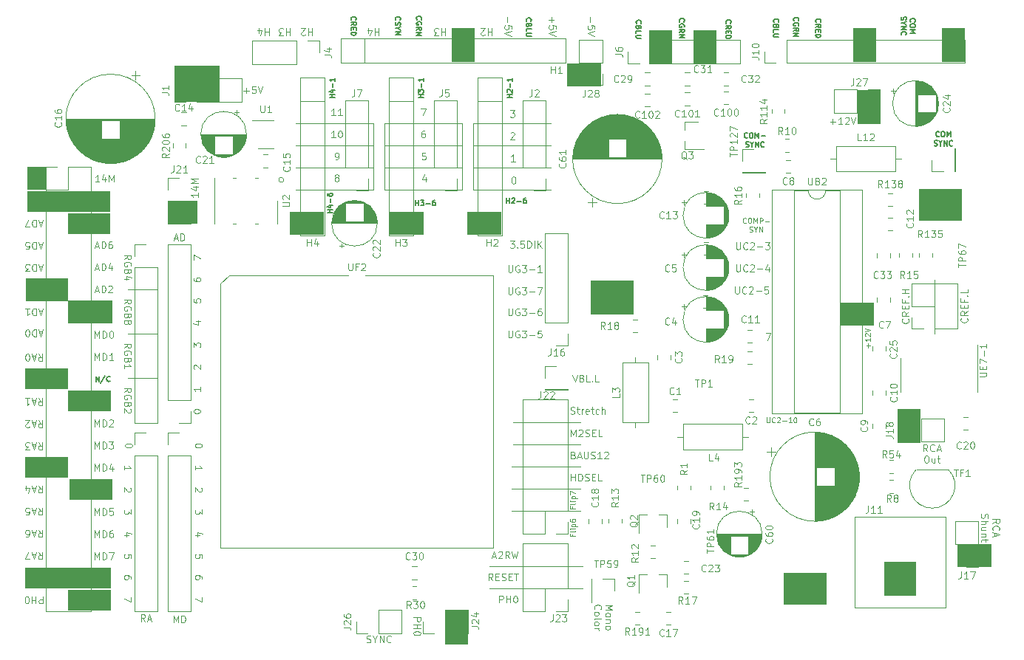
<source format=gbr>
%TF.GenerationSoftware,KiCad,Pcbnew,(5.1.10)-1*%
%TF.CreationDate,2021-06-15T10:49:33-05:00*%
%TF.ProjectId,gd VGC proto pcb,67642056-4743-4207-9072-6f746f207063,rev?*%
%TF.SameCoordinates,Original*%
%TF.FileFunction,Legend,Top*%
%TF.FilePolarity,Positive*%
%FSLAX46Y46*%
G04 Gerber Fmt 4.6, Leading zero omitted, Abs format (unit mm)*
G04 Created by KiCad (PCBNEW (5.1.10)-1) date 2021-06-15 10:49:33*
%MOMM*%
%LPD*%
G01*
G04 APERTURE LIST*
%ADD10C,0.100000*%
%ADD11C,0.120000*%
%ADD12C,0.150000*%
G04 APERTURE END LIST*
D10*
G36*
X102362000Y-85090000D02*
G01*
X99060000Y-85090000D01*
X99060000Y-82550000D01*
X102362000Y-82550000D01*
X102362000Y-85090000D01*
G37*
X102362000Y-85090000D02*
X99060000Y-85090000D01*
X99060000Y-82550000D01*
X102362000Y-82550000D01*
X102362000Y-85090000D01*
X107683428Y-69907142D02*
X108292952Y-69907142D01*
X107988190Y-70211904D02*
X107988190Y-69602380D01*
X109054857Y-69411904D02*
X108673904Y-69411904D01*
X108635809Y-69792857D01*
X108673904Y-69754761D01*
X108750095Y-69716666D01*
X108940571Y-69716666D01*
X109016761Y-69754761D01*
X109054857Y-69792857D01*
X109092952Y-69869047D01*
X109092952Y-70059523D01*
X109054857Y-70135714D01*
X109016761Y-70173809D01*
X108940571Y-70211904D01*
X108750095Y-70211904D01*
X108673904Y-70173809D01*
X108635809Y-70135714D01*
X109321523Y-69411904D02*
X109588190Y-70211904D01*
X109854857Y-69411904D01*
X174866476Y-73463142D02*
X175476000Y-73463142D01*
X175171238Y-73767904D02*
X175171238Y-73158380D01*
X176276000Y-73767904D02*
X175818857Y-73767904D01*
X176047428Y-73767904D02*
X176047428Y-72967904D01*
X175971238Y-73082190D01*
X175895047Y-73158380D01*
X175818857Y-73196476D01*
X176580761Y-73044095D02*
X176618857Y-73006000D01*
X176695047Y-72967904D01*
X176885523Y-72967904D01*
X176961714Y-73006000D01*
X176999809Y-73044095D01*
X177037904Y-73120285D01*
X177037904Y-73196476D01*
X176999809Y-73310761D01*
X176542666Y-73767904D01*
X177037904Y-73767904D01*
X177266476Y-72967904D02*
X177533142Y-73767904D01*
X177799809Y-72967904D01*
D11*
X133985000Y-73660000D02*
X133985000Y-81280000D01*
X132715000Y-73660000D02*
X132715000Y-81280000D01*
X123825000Y-73660000D02*
X123825000Y-81280000D01*
X122555000Y-73660000D02*
X122555000Y-81280000D01*
D12*
X117873428Y-83918285D02*
X117273428Y-83918285D01*
X117559142Y-83918285D02*
X117559142Y-83575428D01*
X117873428Y-83575428D02*
X117273428Y-83575428D01*
X117473428Y-83032571D02*
X117873428Y-83032571D01*
X117244857Y-83175428D02*
X117673428Y-83318285D01*
X117673428Y-82946857D01*
X117644857Y-82718285D02*
X117644857Y-82261142D01*
X117273428Y-81718285D02*
X117273428Y-81832571D01*
X117302000Y-81889714D01*
X117330571Y-81918285D01*
X117416285Y-81975428D01*
X117530571Y-82004000D01*
X117759142Y-82004000D01*
X117816285Y-81975428D01*
X117844857Y-81946857D01*
X117873428Y-81889714D01*
X117873428Y-81775428D01*
X117844857Y-81718285D01*
X117816285Y-81689714D01*
X117759142Y-81661142D01*
X117616285Y-81661142D01*
X117559142Y-81689714D01*
X117530571Y-81718285D01*
X117502000Y-81775428D01*
X117502000Y-81889714D01*
X117530571Y-81946857D01*
X117559142Y-81975428D01*
X117616285Y-82004000D01*
X137823714Y-82821428D02*
X137823714Y-82221428D01*
X137823714Y-82507142D02*
X138166571Y-82507142D01*
X138166571Y-82821428D02*
X138166571Y-82221428D01*
X138423714Y-82278571D02*
X138452285Y-82250000D01*
X138509428Y-82221428D01*
X138652285Y-82221428D01*
X138709428Y-82250000D01*
X138738000Y-82278571D01*
X138766571Y-82335714D01*
X138766571Y-82392857D01*
X138738000Y-82478571D01*
X138395142Y-82821428D01*
X138766571Y-82821428D01*
X139023714Y-82592857D02*
X139480857Y-82592857D01*
X140023714Y-82221428D02*
X139909428Y-82221428D01*
X139852285Y-82250000D01*
X139823714Y-82278571D01*
X139766571Y-82364285D01*
X139738000Y-82478571D01*
X139738000Y-82707142D01*
X139766571Y-82764285D01*
X139795142Y-82792857D01*
X139852285Y-82821428D01*
X139966571Y-82821428D01*
X140023714Y-82792857D01*
X140052285Y-82764285D01*
X140080857Y-82707142D01*
X140080857Y-82564285D01*
X140052285Y-82507142D01*
X140023714Y-82478571D01*
X139966571Y-82450000D01*
X139852285Y-82450000D01*
X139795142Y-82478571D01*
X139766571Y-82507142D01*
X139738000Y-82564285D01*
X127409714Y-83075428D02*
X127409714Y-82475428D01*
X127409714Y-82761142D02*
X127752571Y-82761142D01*
X127752571Y-83075428D02*
X127752571Y-82475428D01*
X127981142Y-82475428D02*
X128352571Y-82475428D01*
X128152571Y-82704000D01*
X128238285Y-82704000D01*
X128295428Y-82732571D01*
X128324000Y-82761142D01*
X128352571Y-82818285D01*
X128352571Y-82961142D01*
X128324000Y-83018285D01*
X128295428Y-83046857D01*
X128238285Y-83075428D01*
X128066857Y-83075428D01*
X128009714Y-83046857D01*
X127981142Y-83018285D01*
X128609714Y-82846857D02*
X129066857Y-82846857D01*
X129609714Y-82475428D02*
X129495428Y-82475428D01*
X129438285Y-82504000D01*
X129409714Y-82532571D01*
X129352571Y-82618285D01*
X129324000Y-82732571D01*
X129324000Y-82961142D01*
X129352571Y-83018285D01*
X129381142Y-83046857D01*
X129438285Y-83075428D01*
X129552571Y-83075428D01*
X129609714Y-83046857D01*
X129638285Y-83018285D01*
X129666857Y-82961142D01*
X129666857Y-82818285D01*
X129638285Y-82761142D01*
X129609714Y-82732571D01*
X129552571Y-82704000D01*
X129438285Y-82704000D01*
X129381142Y-82732571D01*
X129352571Y-82761142D01*
X129324000Y-82818285D01*
X118127428Y-70710285D02*
X117527428Y-70710285D01*
X117813142Y-70710285D02*
X117813142Y-70367428D01*
X118127428Y-70367428D02*
X117527428Y-70367428D01*
X117727428Y-69824571D02*
X118127428Y-69824571D01*
X117498857Y-69967428D02*
X117927428Y-70110285D01*
X117927428Y-69738857D01*
X117898857Y-69510285D02*
X117898857Y-69053142D01*
X118127428Y-68453142D02*
X118127428Y-68796000D01*
X118127428Y-68624571D02*
X117527428Y-68624571D01*
X117613142Y-68681714D01*
X117670285Y-68738857D01*
X117698857Y-68796000D01*
X128287428Y-70710285D02*
X127687428Y-70710285D01*
X127973142Y-70710285D02*
X127973142Y-70367428D01*
X128287428Y-70367428D02*
X127687428Y-70367428D01*
X127687428Y-70138857D02*
X127687428Y-69767428D01*
X127916000Y-69967428D01*
X127916000Y-69881714D01*
X127944571Y-69824571D01*
X127973142Y-69796000D01*
X128030285Y-69767428D01*
X128173142Y-69767428D01*
X128230285Y-69796000D01*
X128258857Y-69824571D01*
X128287428Y-69881714D01*
X128287428Y-70053142D01*
X128258857Y-70110285D01*
X128230285Y-70138857D01*
X128058857Y-69510285D02*
X128058857Y-69053142D01*
X128287428Y-68453142D02*
X128287428Y-68796000D01*
X128287428Y-68624571D02*
X127687428Y-68624571D01*
X127773142Y-68681714D01*
X127830285Y-68738857D01*
X127858857Y-68796000D01*
X138447428Y-70710285D02*
X137847428Y-70710285D01*
X138133142Y-70710285D02*
X138133142Y-70367428D01*
X138447428Y-70367428D02*
X137847428Y-70367428D01*
X137904571Y-70110285D02*
X137876000Y-70081714D01*
X137847428Y-70024571D01*
X137847428Y-69881714D01*
X137876000Y-69824571D01*
X137904571Y-69796000D01*
X137961714Y-69767428D01*
X138018857Y-69767428D01*
X138104571Y-69796000D01*
X138447428Y-70138857D01*
X138447428Y-69767428D01*
X138218857Y-69510285D02*
X138218857Y-69053142D01*
X138447428Y-68453142D02*
X138447428Y-68796000D01*
X138447428Y-68624571D02*
X137847428Y-68624571D01*
X137933142Y-68681714D01*
X137990285Y-68738857D01*
X138018857Y-68796000D01*
D11*
X133985000Y-81280000D02*
X142875000Y-81280000D01*
X133985000Y-78740000D02*
X142875000Y-78740000D01*
X133985000Y-76200000D02*
X142875000Y-76200000D01*
X133985000Y-73660000D02*
X142875000Y-73660000D01*
X123825000Y-81280000D02*
X132715000Y-81280000D01*
X123825000Y-78740000D02*
X132715000Y-78740000D01*
X123825000Y-76200000D02*
X132715000Y-76200000D01*
X123825000Y-73660000D02*
X132715000Y-73660000D01*
X113665000Y-81280000D02*
X122555000Y-81280000D01*
X113665000Y-78740000D02*
X122555000Y-78740000D01*
X113665000Y-76200000D02*
X122555000Y-76200000D01*
X113665000Y-73660000D02*
X122555000Y-73660000D01*
D10*
X138785571Y-78022404D02*
X138328428Y-78022404D01*
X138557000Y-78022404D02*
X138557000Y-77222404D01*
X138480809Y-77336690D01*
X138404619Y-77412880D01*
X138328428Y-77450976D01*
X138582404Y-79762404D02*
X138658595Y-79762404D01*
X138734785Y-79800500D01*
X138772880Y-79838595D01*
X138810976Y-79914785D01*
X138849071Y-80067166D01*
X138849071Y-80257642D01*
X138810976Y-80410023D01*
X138772880Y-80486214D01*
X138734785Y-80524309D01*
X138658595Y-80562404D01*
X138582404Y-80562404D01*
X138506214Y-80524309D01*
X138468119Y-80486214D01*
X138430023Y-80410023D01*
X138391928Y-80257642D01*
X138391928Y-80067166D01*
X138430023Y-79914785D01*
X138468119Y-79838595D01*
X138506214Y-79800500D01*
X138582404Y-79762404D01*
X138264928Y-74758595D02*
X138303023Y-74720500D01*
X138379214Y-74682404D01*
X138569690Y-74682404D01*
X138645880Y-74720500D01*
X138683976Y-74758595D01*
X138722071Y-74834785D01*
X138722071Y-74910976D01*
X138683976Y-75025261D01*
X138226833Y-75482404D01*
X138722071Y-75482404D01*
X138226833Y-72142404D02*
X138722071Y-72142404D01*
X138455404Y-72447166D01*
X138569690Y-72447166D01*
X138645880Y-72485261D01*
X138683976Y-72523357D01*
X138722071Y-72599547D01*
X138722071Y-72790023D01*
X138683976Y-72866214D01*
X138645880Y-72904309D01*
X138569690Y-72942404D01*
X138341119Y-72942404D01*
X138264928Y-72904309D01*
X138226833Y-72866214D01*
X128549380Y-79838571D02*
X128549380Y-80371904D01*
X128358904Y-79533809D02*
X128168428Y-80105238D01*
X128663666Y-80105238D01*
X128523976Y-77031904D02*
X128143023Y-77031904D01*
X128104928Y-77412857D01*
X128143023Y-77374761D01*
X128219214Y-77336666D01*
X128409690Y-77336666D01*
X128485880Y-77374761D01*
X128523976Y-77412857D01*
X128562071Y-77489047D01*
X128562071Y-77679523D01*
X128523976Y-77755714D01*
X128485880Y-77793809D01*
X128409690Y-77831904D01*
X128219214Y-77831904D01*
X128143023Y-77793809D01*
X128104928Y-77755714D01*
X128422380Y-74491904D02*
X128270000Y-74491904D01*
X128193809Y-74530000D01*
X128155714Y-74568095D01*
X128079523Y-74682380D01*
X128041428Y-74834761D01*
X128041428Y-75139523D01*
X128079523Y-75215714D01*
X128117619Y-75253809D01*
X128193809Y-75291904D01*
X128346190Y-75291904D01*
X128422380Y-75253809D01*
X128460476Y-75215714D01*
X128498571Y-75139523D01*
X128498571Y-74949047D01*
X128460476Y-74872857D01*
X128422380Y-74834761D01*
X128346190Y-74796666D01*
X128193809Y-74796666D01*
X128117619Y-74834761D01*
X128079523Y-74872857D01*
X128041428Y-74949047D01*
X128003333Y-71951904D02*
X128536666Y-71951904D01*
X128193809Y-72751904D01*
X118287809Y-79851261D02*
X118211619Y-79813166D01*
X118173523Y-79775071D01*
X118135428Y-79698880D01*
X118135428Y-79660785D01*
X118173523Y-79584595D01*
X118211619Y-79546500D01*
X118287809Y-79508404D01*
X118440190Y-79508404D01*
X118516380Y-79546500D01*
X118554476Y-79584595D01*
X118592571Y-79660785D01*
X118592571Y-79698880D01*
X118554476Y-79775071D01*
X118516380Y-79813166D01*
X118440190Y-79851261D01*
X118287809Y-79851261D01*
X118211619Y-79889357D01*
X118173523Y-79927452D01*
X118135428Y-80003642D01*
X118135428Y-80156023D01*
X118173523Y-80232214D01*
X118211619Y-80270309D01*
X118287809Y-80308404D01*
X118440190Y-80308404D01*
X118516380Y-80270309D01*
X118554476Y-80232214D01*
X118592571Y-80156023D01*
X118592571Y-80003642D01*
X118554476Y-79927452D01*
X118516380Y-79889357D01*
X118440190Y-79851261D01*
X118211619Y-77831904D02*
X118364000Y-77831904D01*
X118440190Y-77793809D01*
X118478285Y-77755714D01*
X118554476Y-77641428D01*
X118592571Y-77489047D01*
X118592571Y-77184285D01*
X118554476Y-77108095D01*
X118516380Y-77070000D01*
X118440190Y-77031904D01*
X118287809Y-77031904D01*
X118211619Y-77070000D01*
X118173523Y-77108095D01*
X118135428Y-77184285D01*
X118135428Y-77374761D01*
X118173523Y-77450952D01*
X118211619Y-77489047D01*
X118287809Y-77527142D01*
X118440190Y-77527142D01*
X118516380Y-77489047D01*
X118554476Y-77450952D01*
X118592571Y-77374761D01*
X118211619Y-75291904D02*
X117754476Y-75291904D01*
X117983047Y-75291904D02*
X117983047Y-74491904D01*
X117906857Y-74606190D01*
X117830666Y-74682380D01*
X117754476Y-74720476D01*
X118706857Y-74491904D02*
X118783047Y-74491904D01*
X118859238Y-74530000D01*
X118897333Y-74568095D01*
X118935428Y-74644285D01*
X118973523Y-74796666D01*
X118973523Y-74987142D01*
X118935428Y-75139523D01*
X118897333Y-75215714D01*
X118859238Y-75253809D01*
X118783047Y-75291904D01*
X118706857Y-75291904D01*
X118630666Y-75253809D01*
X118592571Y-75215714D01*
X118554476Y-75139523D01*
X118516380Y-74987142D01*
X118516380Y-74796666D01*
X118554476Y-74644285D01*
X118592571Y-74568095D01*
X118630666Y-74530000D01*
X118706857Y-74491904D01*
X118211619Y-72751904D02*
X117754476Y-72751904D01*
X117983047Y-72751904D02*
X117983047Y-71951904D01*
X117906857Y-72066190D01*
X117830666Y-72142380D01*
X117754476Y-72180476D01*
X118973523Y-72751904D02*
X118516380Y-72751904D01*
X118744952Y-72751904D02*
X118744952Y-71951904D01*
X118668761Y-72066190D01*
X118592571Y-72142380D01*
X118516380Y-72180476D01*
X179239857Y-99355142D02*
X179239857Y-98898000D01*
X179468428Y-99126571D02*
X179011285Y-99126571D01*
X179468428Y-98298000D02*
X179468428Y-98640857D01*
X179468428Y-98469428D02*
X178868428Y-98469428D01*
X178954142Y-98526571D01*
X179011285Y-98583714D01*
X179039857Y-98640857D01*
X178925571Y-98069428D02*
X178897000Y-98040857D01*
X178868428Y-97983714D01*
X178868428Y-97840857D01*
X178897000Y-97783714D01*
X178925571Y-97755142D01*
X178982714Y-97726571D01*
X179039857Y-97726571D01*
X179125571Y-97755142D01*
X179468428Y-98098000D01*
X179468428Y-97726571D01*
X178868428Y-97555142D02*
X179468428Y-97355142D01*
X178868428Y-97155142D01*
X167591000Y-107367428D02*
X167591000Y-107853142D01*
X167619571Y-107910285D01*
X167648142Y-107938857D01*
X167705285Y-107967428D01*
X167819571Y-107967428D01*
X167876714Y-107938857D01*
X167905285Y-107910285D01*
X167933857Y-107853142D01*
X167933857Y-107367428D01*
X168562428Y-107910285D02*
X168533857Y-107938857D01*
X168448142Y-107967428D01*
X168391000Y-107967428D01*
X168305285Y-107938857D01*
X168248142Y-107881714D01*
X168219571Y-107824571D01*
X168191000Y-107710285D01*
X168191000Y-107624571D01*
X168219571Y-107510285D01*
X168248142Y-107453142D01*
X168305285Y-107396000D01*
X168391000Y-107367428D01*
X168448142Y-107367428D01*
X168533857Y-107396000D01*
X168562428Y-107424571D01*
X168791000Y-107424571D02*
X168819571Y-107396000D01*
X168876714Y-107367428D01*
X169019571Y-107367428D01*
X169076714Y-107396000D01*
X169105285Y-107424571D01*
X169133857Y-107481714D01*
X169133857Y-107538857D01*
X169105285Y-107624571D01*
X168762428Y-107967428D01*
X169133857Y-107967428D01*
X169391000Y-107738857D02*
X169848142Y-107738857D01*
X170448142Y-107967428D02*
X170105285Y-107967428D01*
X170276714Y-107967428D02*
X170276714Y-107367428D01*
X170219571Y-107453142D01*
X170162428Y-107510285D01*
X170105285Y-107538857D01*
X170819571Y-107367428D02*
X170876714Y-107367428D01*
X170933857Y-107396000D01*
X170962428Y-107424571D01*
X170991000Y-107481714D01*
X171019571Y-107596000D01*
X171019571Y-107738857D01*
X170991000Y-107853142D01*
X170962428Y-107910285D01*
X170933857Y-107938857D01*
X170876714Y-107967428D01*
X170819571Y-107967428D01*
X170762428Y-107938857D01*
X170733857Y-107910285D01*
X170705285Y-107853142D01*
X170676714Y-107738857D01*
X170676714Y-107596000D01*
X170705285Y-107481714D01*
X170733857Y-107424571D01*
X170762428Y-107396000D01*
X170819571Y-107367428D01*
X167500333Y-97732904D02*
X168033666Y-97732904D01*
X167690809Y-98532904D01*
X163976285Y-92398904D02*
X163976285Y-93046523D01*
X164014380Y-93122714D01*
X164052476Y-93160809D01*
X164128666Y-93198904D01*
X164281047Y-93198904D01*
X164357238Y-93160809D01*
X164395333Y-93122714D01*
X164433428Y-93046523D01*
X164433428Y-92398904D01*
X165271523Y-93122714D02*
X165233428Y-93160809D01*
X165119142Y-93198904D01*
X165042952Y-93198904D01*
X164928666Y-93160809D01*
X164852476Y-93084619D01*
X164814380Y-93008428D01*
X164776285Y-92856047D01*
X164776285Y-92741761D01*
X164814380Y-92589380D01*
X164852476Y-92513190D01*
X164928666Y-92437000D01*
X165042952Y-92398904D01*
X165119142Y-92398904D01*
X165233428Y-92437000D01*
X165271523Y-92475095D01*
X165576285Y-92475095D02*
X165614380Y-92437000D01*
X165690571Y-92398904D01*
X165881047Y-92398904D01*
X165957238Y-92437000D01*
X165995333Y-92475095D01*
X166033428Y-92551285D01*
X166033428Y-92627476D01*
X165995333Y-92741761D01*
X165538190Y-93198904D01*
X166033428Y-93198904D01*
X166376285Y-92894142D02*
X166985809Y-92894142D01*
X167747714Y-92398904D02*
X167366761Y-92398904D01*
X167328666Y-92779857D01*
X167366761Y-92741761D01*
X167442952Y-92703666D01*
X167633428Y-92703666D01*
X167709619Y-92741761D01*
X167747714Y-92779857D01*
X167785809Y-92856047D01*
X167785809Y-93046523D01*
X167747714Y-93122714D01*
X167709619Y-93160809D01*
X167633428Y-93198904D01*
X167442952Y-93198904D01*
X167366761Y-93160809D01*
X167328666Y-93122714D01*
X164103285Y-89858904D02*
X164103285Y-90506523D01*
X164141380Y-90582714D01*
X164179476Y-90620809D01*
X164255666Y-90658904D01*
X164408047Y-90658904D01*
X164484238Y-90620809D01*
X164522333Y-90582714D01*
X164560428Y-90506523D01*
X164560428Y-89858904D01*
X165398523Y-90582714D02*
X165360428Y-90620809D01*
X165246142Y-90658904D01*
X165169952Y-90658904D01*
X165055666Y-90620809D01*
X164979476Y-90544619D01*
X164941380Y-90468428D01*
X164903285Y-90316047D01*
X164903285Y-90201761D01*
X164941380Y-90049380D01*
X164979476Y-89973190D01*
X165055666Y-89897000D01*
X165169952Y-89858904D01*
X165246142Y-89858904D01*
X165360428Y-89897000D01*
X165398523Y-89935095D01*
X165703285Y-89935095D02*
X165741380Y-89897000D01*
X165817571Y-89858904D01*
X166008047Y-89858904D01*
X166084238Y-89897000D01*
X166122333Y-89935095D01*
X166160428Y-90011285D01*
X166160428Y-90087476D01*
X166122333Y-90201761D01*
X165665190Y-90658904D01*
X166160428Y-90658904D01*
X166503285Y-90354142D02*
X167112809Y-90354142D01*
X167836619Y-90125571D02*
X167836619Y-90658904D01*
X167646142Y-89820809D02*
X167455666Y-90392238D01*
X167950904Y-90392238D01*
X164103285Y-87318904D02*
X164103285Y-87966523D01*
X164141380Y-88042714D01*
X164179476Y-88080809D01*
X164255666Y-88118904D01*
X164408047Y-88118904D01*
X164484238Y-88080809D01*
X164522333Y-88042714D01*
X164560428Y-87966523D01*
X164560428Y-87318904D01*
X165398523Y-88042714D02*
X165360428Y-88080809D01*
X165246142Y-88118904D01*
X165169952Y-88118904D01*
X165055666Y-88080809D01*
X164979476Y-88004619D01*
X164941380Y-87928428D01*
X164903285Y-87776047D01*
X164903285Y-87661761D01*
X164941380Y-87509380D01*
X164979476Y-87433190D01*
X165055666Y-87357000D01*
X165169952Y-87318904D01*
X165246142Y-87318904D01*
X165360428Y-87357000D01*
X165398523Y-87395095D01*
X165703285Y-87395095D02*
X165741380Y-87357000D01*
X165817571Y-87318904D01*
X166008047Y-87318904D01*
X166084238Y-87357000D01*
X166122333Y-87395095D01*
X166160428Y-87471285D01*
X166160428Y-87547476D01*
X166122333Y-87661761D01*
X165665190Y-88118904D01*
X166160428Y-88118904D01*
X166503285Y-87814142D02*
X167112809Y-87814142D01*
X167417571Y-87318904D02*
X167912809Y-87318904D01*
X167646142Y-87623666D01*
X167760428Y-87623666D01*
X167836619Y-87661761D01*
X167874714Y-87699857D01*
X167912809Y-87776047D01*
X167912809Y-87966523D01*
X167874714Y-88042714D01*
X167836619Y-88080809D01*
X167760428Y-88118904D01*
X167531857Y-88118904D01*
X167455666Y-88080809D01*
X167417571Y-88042714D01*
X165227142Y-85058285D02*
X165198571Y-85086857D01*
X165112857Y-85115428D01*
X165055714Y-85115428D01*
X164970000Y-85086857D01*
X164912857Y-85029714D01*
X164884285Y-84972571D01*
X164855714Y-84858285D01*
X164855714Y-84772571D01*
X164884285Y-84658285D01*
X164912857Y-84601142D01*
X164970000Y-84544000D01*
X165055714Y-84515428D01*
X165112857Y-84515428D01*
X165198571Y-84544000D01*
X165227142Y-84572571D01*
X165598571Y-84515428D02*
X165712857Y-84515428D01*
X165770000Y-84544000D01*
X165827142Y-84601142D01*
X165855714Y-84715428D01*
X165855714Y-84915428D01*
X165827142Y-85029714D01*
X165770000Y-85086857D01*
X165712857Y-85115428D01*
X165598571Y-85115428D01*
X165541428Y-85086857D01*
X165484285Y-85029714D01*
X165455714Y-84915428D01*
X165455714Y-84715428D01*
X165484285Y-84601142D01*
X165541428Y-84544000D01*
X165598571Y-84515428D01*
X166112857Y-85115428D02*
X166112857Y-84515428D01*
X166312857Y-84944000D01*
X166512857Y-84515428D01*
X166512857Y-85115428D01*
X166798571Y-85115428D02*
X166798571Y-84515428D01*
X167027142Y-84515428D01*
X167084285Y-84544000D01*
X167112857Y-84572571D01*
X167141428Y-84629714D01*
X167141428Y-84715428D01*
X167112857Y-84772571D01*
X167084285Y-84801142D01*
X167027142Y-84829714D01*
X166798571Y-84829714D01*
X167398571Y-84886857D02*
X167855714Y-84886857D01*
X165627142Y-86086857D02*
X165712857Y-86115428D01*
X165855714Y-86115428D01*
X165912857Y-86086857D01*
X165941428Y-86058285D01*
X165970000Y-86001142D01*
X165970000Y-85944000D01*
X165941428Y-85886857D01*
X165912857Y-85858285D01*
X165855714Y-85829714D01*
X165741428Y-85801142D01*
X165684285Y-85772571D01*
X165655714Y-85744000D01*
X165627142Y-85686857D01*
X165627142Y-85629714D01*
X165655714Y-85572571D01*
X165684285Y-85544000D01*
X165741428Y-85515428D01*
X165884285Y-85515428D01*
X165970000Y-85544000D01*
X166341428Y-85829714D02*
X166341428Y-86115428D01*
X166141428Y-85515428D02*
X166341428Y-85829714D01*
X166541428Y-85515428D01*
X166741428Y-86115428D02*
X166741428Y-85515428D01*
X167084285Y-86115428D01*
X167084285Y-85515428D01*
X138201595Y-87128404D02*
X138696833Y-87128404D01*
X138430167Y-87433166D01*
X138544452Y-87433166D01*
X138620643Y-87471261D01*
X138658738Y-87509357D01*
X138696833Y-87585547D01*
X138696833Y-87776023D01*
X138658738Y-87852214D01*
X138620643Y-87890309D01*
X138544452Y-87928404D01*
X138315881Y-87928404D01*
X138239690Y-87890309D01*
X138201595Y-87852214D01*
X139039690Y-87852214D02*
X139077786Y-87890309D01*
X139039690Y-87928404D01*
X139001595Y-87890309D01*
X139039690Y-87852214D01*
X139039690Y-87928404D01*
X139801595Y-87128404D02*
X139420643Y-87128404D01*
X139382547Y-87509357D01*
X139420643Y-87471261D01*
X139496833Y-87433166D01*
X139687309Y-87433166D01*
X139763500Y-87471261D01*
X139801595Y-87509357D01*
X139839690Y-87585547D01*
X139839690Y-87776023D01*
X139801595Y-87852214D01*
X139763500Y-87890309D01*
X139687309Y-87928404D01*
X139496833Y-87928404D01*
X139420643Y-87890309D01*
X139382547Y-87852214D01*
X140182547Y-87928404D02*
X140182547Y-87128404D01*
X140373024Y-87128404D01*
X140487309Y-87166500D01*
X140563500Y-87242690D01*
X140601595Y-87318880D01*
X140639690Y-87471261D01*
X140639690Y-87585547D01*
X140601595Y-87737928D01*
X140563500Y-87814119D01*
X140487309Y-87890309D01*
X140373024Y-87928404D01*
X140182547Y-87928404D01*
X140982547Y-87928404D02*
X140982547Y-87128404D01*
X141363500Y-87928404D02*
X141363500Y-87128404D01*
X141820643Y-87928404D02*
X141477786Y-87471261D01*
X141820643Y-87128404D02*
X141363500Y-87585547D01*
X138011118Y-89922404D02*
X138011118Y-90570023D01*
X138049213Y-90646214D01*
X138087309Y-90684309D01*
X138163499Y-90722404D01*
X138315880Y-90722404D01*
X138392071Y-90684309D01*
X138430166Y-90646214D01*
X138468261Y-90570023D01*
X138468261Y-89922404D01*
X139268261Y-89960500D02*
X139192071Y-89922404D01*
X139077785Y-89922404D01*
X138963499Y-89960500D01*
X138887309Y-90036690D01*
X138849213Y-90112880D01*
X138811118Y-90265261D01*
X138811118Y-90379547D01*
X138849213Y-90531928D01*
X138887309Y-90608119D01*
X138963499Y-90684309D01*
X139077785Y-90722404D01*
X139153975Y-90722404D01*
X139268261Y-90684309D01*
X139306356Y-90646214D01*
X139306356Y-90379547D01*
X139153975Y-90379547D01*
X139573023Y-89922404D02*
X140068261Y-89922404D01*
X139801594Y-90227166D01*
X139915880Y-90227166D01*
X139992071Y-90265261D01*
X140030166Y-90303357D01*
X140068261Y-90379547D01*
X140068261Y-90570023D01*
X140030166Y-90646214D01*
X139992071Y-90684309D01*
X139915880Y-90722404D01*
X139687309Y-90722404D01*
X139611118Y-90684309D01*
X139573023Y-90646214D01*
X140411118Y-90417642D02*
X141020642Y-90417642D01*
X141820642Y-90722404D02*
X141363499Y-90722404D01*
X141592071Y-90722404D02*
X141592071Y-89922404D01*
X141515880Y-90036690D01*
X141439690Y-90112880D01*
X141363499Y-90150976D01*
X138011118Y-92462404D02*
X138011118Y-93110023D01*
X138049213Y-93186214D01*
X138087309Y-93224309D01*
X138163499Y-93262404D01*
X138315880Y-93262404D01*
X138392071Y-93224309D01*
X138430166Y-93186214D01*
X138468261Y-93110023D01*
X138468261Y-92462404D01*
X139268261Y-92500500D02*
X139192071Y-92462404D01*
X139077785Y-92462404D01*
X138963499Y-92500500D01*
X138887309Y-92576690D01*
X138849213Y-92652880D01*
X138811118Y-92805261D01*
X138811118Y-92919547D01*
X138849213Y-93071928D01*
X138887309Y-93148119D01*
X138963499Y-93224309D01*
X139077785Y-93262404D01*
X139153975Y-93262404D01*
X139268261Y-93224309D01*
X139306356Y-93186214D01*
X139306356Y-92919547D01*
X139153975Y-92919547D01*
X139573023Y-92462404D02*
X140068261Y-92462404D01*
X139801594Y-92767166D01*
X139915880Y-92767166D01*
X139992071Y-92805261D01*
X140030166Y-92843357D01*
X140068261Y-92919547D01*
X140068261Y-93110023D01*
X140030166Y-93186214D01*
X139992071Y-93224309D01*
X139915880Y-93262404D01*
X139687309Y-93262404D01*
X139611118Y-93224309D01*
X139573023Y-93186214D01*
X140411118Y-92957642D02*
X141020642Y-92957642D01*
X141325404Y-92462404D02*
X141858737Y-92462404D01*
X141515880Y-93262404D01*
X138011118Y-94875404D02*
X138011118Y-95523023D01*
X138049213Y-95599214D01*
X138087309Y-95637309D01*
X138163499Y-95675404D01*
X138315880Y-95675404D01*
X138392071Y-95637309D01*
X138430166Y-95599214D01*
X138468261Y-95523023D01*
X138468261Y-94875404D01*
X139268261Y-94913500D02*
X139192071Y-94875404D01*
X139077785Y-94875404D01*
X138963499Y-94913500D01*
X138887309Y-94989690D01*
X138849213Y-95065880D01*
X138811118Y-95218261D01*
X138811118Y-95332547D01*
X138849213Y-95484928D01*
X138887309Y-95561119D01*
X138963499Y-95637309D01*
X139077785Y-95675404D01*
X139153975Y-95675404D01*
X139268261Y-95637309D01*
X139306356Y-95599214D01*
X139306356Y-95332547D01*
X139153975Y-95332547D01*
X139573023Y-94875404D02*
X140068261Y-94875404D01*
X139801594Y-95180166D01*
X139915880Y-95180166D01*
X139992071Y-95218261D01*
X140030166Y-95256357D01*
X140068261Y-95332547D01*
X140068261Y-95523023D01*
X140030166Y-95599214D01*
X139992071Y-95637309D01*
X139915880Y-95675404D01*
X139687309Y-95675404D01*
X139611118Y-95637309D01*
X139573023Y-95599214D01*
X140411118Y-95370642D02*
X141020642Y-95370642D01*
X141744452Y-94875404D02*
X141592071Y-94875404D01*
X141515880Y-94913500D01*
X141477785Y-94951595D01*
X141401594Y-95065880D01*
X141363499Y-95218261D01*
X141363499Y-95523023D01*
X141401594Y-95599214D01*
X141439690Y-95637309D01*
X141515880Y-95675404D01*
X141668261Y-95675404D01*
X141744452Y-95637309D01*
X141782547Y-95599214D01*
X141820642Y-95523023D01*
X141820642Y-95332547D01*
X141782547Y-95256357D01*
X141744452Y-95218261D01*
X141668261Y-95180166D01*
X141515880Y-95180166D01*
X141439690Y-95218261D01*
X141401594Y-95256357D01*
X141363499Y-95332547D01*
X138011118Y-97415404D02*
X138011118Y-98063023D01*
X138049213Y-98139214D01*
X138087309Y-98177309D01*
X138163499Y-98215404D01*
X138315880Y-98215404D01*
X138392071Y-98177309D01*
X138430166Y-98139214D01*
X138468261Y-98063023D01*
X138468261Y-97415404D01*
X139268261Y-97453500D02*
X139192071Y-97415404D01*
X139077785Y-97415404D01*
X138963499Y-97453500D01*
X138887309Y-97529690D01*
X138849213Y-97605880D01*
X138811118Y-97758261D01*
X138811118Y-97872547D01*
X138849213Y-98024928D01*
X138887309Y-98101119D01*
X138963499Y-98177309D01*
X139077785Y-98215404D01*
X139153975Y-98215404D01*
X139268261Y-98177309D01*
X139306356Y-98139214D01*
X139306356Y-97872547D01*
X139153975Y-97872547D01*
X139573023Y-97415404D02*
X140068261Y-97415404D01*
X139801594Y-97720166D01*
X139915880Y-97720166D01*
X139992071Y-97758261D01*
X140030166Y-97796357D01*
X140068261Y-97872547D01*
X140068261Y-98063023D01*
X140030166Y-98139214D01*
X139992071Y-98177309D01*
X139915880Y-98215404D01*
X139687309Y-98215404D01*
X139611118Y-98177309D01*
X139573023Y-98139214D01*
X140411118Y-97910642D02*
X141020642Y-97910642D01*
X141782547Y-97415404D02*
X141401594Y-97415404D01*
X141363499Y-97796357D01*
X141401594Y-97758261D01*
X141477785Y-97720166D01*
X141668261Y-97720166D01*
X141744452Y-97758261D01*
X141782547Y-97796357D01*
X141820642Y-97872547D01*
X141820642Y-98063023D01*
X141782547Y-98139214D01*
X141744452Y-98177309D01*
X141668261Y-98215404D01*
X141477785Y-98215404D01*
X141401594Y-98177309D01*
X141363499Y-98139214D01*
X145370738Y-102495404D02*
X145637404Y-103295404D01*
X145904071Y-102495404D01*
X146437404Y-102876357D02*
X146551690Y-102914452D01*
X146589785Y-102952547D01*
X146627880Y-103028738D01*
X146627880Y-103143023D01*
X146589785Y-103219214D01*
X146551690Y-103257309D01*
X146475500Y-103295404D01*
X146170738Y-103295404D01*
X146170738Y-102495404D01*
X146437404Y-102495404D01*
X146513595Y-102533500D01*
X146551690Y-102571595D01*
X146589785Y-102647785D01*
X146589785Y-102723976D01*
X146551690Y-102800166D01*
X146513595Y-102838261D01*
X146437404Y-102876357D01*
X146170738Y-102876357D01*
X147351690Y-103295404D02*
X146970738Y-103295404D01*
X146970738Y-102495404D01*
X147618357Y-103219214D02*
X147656452Y-103257309D01*
X147618357Y-103295404D01*
X147580261Y-103257309D01*
X147618357Y-103219214D01*
X147618357Y-103295404D01*
X148380261Y-103295404D02*
X147999309Y-103295404D01*
X147999309Y-102495404D01*
D11*
X146304000Y-107950000D02*
X138557000Y-107950000D01*
X138557000Y-110490000D02*
X146304000Y-110490000D01*
X146304000Y-113030000D02*
X138430000Y-113030000D01*
X138430000Y-115570000D02*
X146304000Y-115570000D01*
X146304000Y-118110000D02*
X138430000Y-118110000D01*
D10*
X145372142Y-120786428D02*
X145372142Y-120986428D01*
X145686428Y-120986428D02*
X145086428Y-120986428D01*
X145086428Y-120700714D01*
X145686428Y-120386428D02*
X145657857Y-120443571D01*
X145600714Y-120472142D01*
X145086428Y-120472142D01*
X145686428Y-120157857D02*
X145286428Y-120157857D01*
X145086428Y-120157857D02*
X145115000Y-120186428D01*
X145143571Y-120157857D01*
X145115000Y-120129285D01*
X145086428Y-120157857D01*
X145143571Y-120157857D01*
X145286428Y-119872142D02*
X145886428Y-119872142D01*
X145315000Y-119872142D02*
X145286428Y-119815000D01*
X145286428Y-119700714D01*
X145315000Y-119643571D01*
X145343571Y-119615000D01*
X145400714Y-119586428D01*
X145572142Y-119586428D01*
X145629285Y-119615000D01*
X145657857Y-119643571D01*
X145686428Y-119700714D01*
X145686428Y-119815000D01*
X145657857Y-119872142D01*
X145086428Y-119072142D02*
X145086428Y-119186428D01*
X145115000Y-119243571D01*
X145143571Y-119272142D01*
X145229285Y-119329285D01*
X145343571Y-119357857D01*
X145572142Y-119357857D01*
X145629285Y-119329285D01*
X145657857Y-119300714D01*
X145686428Y-119243571D01*
X145686428Y-119129285D01*
X145657857Y-119072142D01*
X145629285Y-119043571D01*
X145572142Y-119015000D01*
X145429285Y-119015000D01*
X145372142Y-119043571D01*
X145343571Y-119072142D01*
X145315000Y-119129285D01*
X145315000Y-119243571D01*
X145343571Y-119300714D01*
X145372142Y-119329285D01*
X145429285Y-119357857D01*
X145372142Y-117611428D02*
X145372142Y-117811428D01*
X145686428Y-117811428D02*
X145086428Y-117811428D01*
X145086428Y-117525714D01*
X145686428Y-117211428D02*
X145657857Y-117268571D01*
X145600714Y-117297142D01*
X145086428Y-117297142D01*
X145686428Y-116982857D02*
X145286428Y-116982857D01*
X145086428Y-116982857D02*
X145115000Y-117011428D01*
X145143571Y-116982857D01*
X145115000Y-116954285D01*
X145086428Y-116982857D01*
X145143571Y-116982857D01*
X145286428Y-116697142D02*
X145886428Y-116697142D01*
X145315000Y-116697142D02*
X145286428Y-116640000D01*
X145286428Y-116525714D01*
X145315000Y-116468571D01*
X145343571Y-116440000D01*
X145400714Y-116411428D01*
X145572142Y-116411428D01*
X145629285Y-116440000D01*
X145657857Y-116468571D01*
X145686428Y-116525714D01*
X145686428Y-116640000D01*
X145657857Y-116697142D01*
X145086428Y-116211428D02*
X145086428Y-115811428D01*
X145686428Y-116068571D01*
X145186642Y-114661904D02*
X145186642Y-113861904D01*
X145186642Y-114242857D02*
X145643785Y-114242857D01*
X145643785Y-114661904D02*
X145643785Y-113861904D01*
X146024738Y-114661904D02*
X146024738Y-113861904D01*
X146215214Y-113861904D01*
X146329500Y-113900000D01*
X146405690Y-113976190D01*
X146443785Y-114052380D01*
X146481881Y-114204761D01*
X146481881Y-114319047D01*
X146443785Y-114471428D01*
X146405690Y-114547619D01*
X146329500Y-114623809D01*
X146215214Y-114661904D01*
X146024738Y-114661904D01*
X146786642Y-114623809D02*
X146900928Y-114661904D01*
X147091404Y-114661904D01*
X147167595Y-114623809D01*
X147205690Y-114585714D01*
X147243785Y-114509523D01*
X147243785Y-114433333D01*
X147205690Y-114357142D01*
X147167595Y-114319047D01*
X147091404Y-114280952D01*
X146939023Y-114242857D01*
X146862833Y-114204761D01*
X146824738Y-114166666D01*
X146786642Y-114090476D01*
X146786642Y-114014285D01*
X146824738Y-113938095D01*
X146862833Y-113900000D01*
X146939023Y-113861904D01*
X147129500Y-113861904D01*
X147243785Y-113900000D01*
X147586642Y-114242857D02*
X147853309Y-114242857D01*
X147967595Y-114661904D02*
X147586642Y-114661904D01*
X147586642Y-113861904D01*
X147967595Y-113861904D01*
X148691404Y-114661904D02*
X148310452Y-114661904D01*
X148310452Y-113861904D01*
X145453309Y-111702857D02*
X145567595Y-111740952D01*
X145605690Y-111779047D01*
X145643786Y-111855238D01*
X145643786Y-111969523D01*
X145605690Y-112045714D01*
X145567595Y-112083809D01*
X145491405Y-112121904D01*
X145186643Y-112121904D01*
X145186643Y-111321904D01*
X145453309Y-111321904D01*
X145529500Y-111360000D01*
X145567595Y-111398095D01*
X145605690Y-111474285D01*
X145605690Y-111550476D01*
X145567595Y-111626666D01*
X145529500Y-111664761D01*
X145453309Y-111702857D01*
X145186643Y-111702857D01*
X145948548Y-111893333D02*
X146329500Y-111893333D01*
X145872357Y-112121904D02*
X146139024Y-111321904D01*
X146405690Y-112121904D01*
X146672357Y-111321904D02*
X146672357Y-111969523D01*
X146710452Y-112045714D01*
X146748548Y-112083809D01*
X146824738Y-112121904D01*
X146977119Y-112121904D01*
X147053309Y-112083809D01*
X147091405Y-112045714D01*
X147129500Y-111969523D01*
X147129500Y-111321904D01*
X147472357Y-112083809D02*
X147586643Y-112121904D01*
X147777119Y-112121904D01*
X147853309Y-112083809D01*
X147891405Y-112045714D01*
X147929500Y-111969523D01*
X147929500Y-111893333D01*
X147891405Y-111817142D01*
X147853309Y-111779047D01*
X147777119Y-111740952D01*
X147624738Y-111702857D01*
X147548548Y-111664761D01*
X147510452Y-111626666D01*
X147472357Y-111550476D01*
X147472357Y-111474285D01*
X147510452Y-111398095D01*
X147548548Y-111360000D01*
X147624738Y-111321904D01*
X147815214Y-111321904D01*
X147929500Y-111360000D01*
X148691405Y-112121904D02*
X148234262Y-112121904D01*
X148462833Y-112121904D02*
X148462833Y-111321904D01*
X148386643Y-111436190D01*
X148310452Y-111512380D01*
X148234262Y-111550476D01*
X148996167Y-111398095D02*
X149034262Y-111360000D01*
X149110452Y-111321904D01*
X149300929Y-111321904D01*
X149377119Y-111360000D01*
X149415214Y-111398095D01*
X149453309Y-111474285D01*
X149453309Y-111550476D01*
X149415214Y-111664761D01*
X148958071Y-112121904D01*
X149453309Y-112121904D01*
X145186643Y-109581904D02*
X145186643Y-108781904D01*
X145453309Y-109353333D01*
X145719976Y-108781904D01*
X145719976Y-109581904D01*
X146062833Y-108858095D02*
X146100929Y-108820000D01*
X146177119Y-108781904D01*
X146367595Y-108781904D01*
X146443786Y-108820000D01*
X146481881Y-108858095D01*
X146519976Y-108934285D01*
X146519976Y-109010476D01*
X146481881Y-109124761D01*
X146024738Y-109581904D01*
X146519976Y-109581904D01*
X146824738Y-109543809D02*
X146939024Y-109581904D01*
X147129500Y-109581904D01*
X147205690Y-109543809D01*
X147243786Y-109505714D01*
X147281881Y-109429523D01*
X147281881Y-109353333D01*
X147243786Y-109277142D01*
X147205690Y-109239047D01*
X147129500Y-109200952D01*
X146977119Y-109162857D01*
X146900929Y-109124761D01*
X146862833Y-109086666D01*
X146824738Y-109010476D01*
X146824738Y-108934285D01*
X146862833Y-108858095D01*
X146900929Y-108820000D01*
X146977119Y-108781904D01*
X147167595Y-108781904D01*
X147281881Y-108820000D01*
X147624738Y-109162857D02*
X147891405Y-109162857D01*
X148005690Y-109581904D02*
X147624738Y-109581904D01*
X147624738Y-108781904D01*
X148005690Y-108781904D01*
X148729500Y-109581904D02*
X148348548Y-109581904D01*
X148348548Y-108781904D01*
X145148547Y-106940309D02*
X145262833Y-106978404D01*
X145453309Y-106978404D01*
X145529500Y-106940309D01*
X145567595Y-106902214D01*
X145605690Y-106826023D01*
X145605690Y-106749833D01*
X145567595Y-106673642D01*
X145529500Y-106635547D01*
X145453309Y-106597452D01*
X145300928Y-106559357D01*
X145224738Y-106521261D01*
X145186642Y-106483166D01*
X145148547Y-106406976D01*
X145148547Y-106330785D01*
X145186642Y-106254595D01*
X145224738Y-106216500D01*
X145300928Y-106178404D01*
X145491404Y-106178404D01*
X145605690Y-106216500D01*
X145834261Y-106445071D02*
X146139023Y-106445071D01*
X145948547Y-106178404D02*
X145948547Y-106864119D01*
X145986642Y-106940309D01*
X146062833Y-106978404D01*
X146139023Y-106978404D01*
X146405690Y-106978404D02*
X146405690Y-106445071D01*
X146405690Y-106597452D02*
X146443785Y-106521261D01*
X146481880Y-106483166D01*
X146558071Y-106445071D01*
X146634261Y-106445071D01*
X147205690Y-106940309D02*
X147129500Y-106978404D01*
X146977119Y-106978404D01*
X146900928Y-106940309D01*
X146862833Y-106864119D01*
X146862833Y-106559357D01*
X146900928Y-106483166D01*
X146977119Y-106445071D01*
X147129500Y-106445071D01*
X147205690Y-106483166D01*
X147243785Y-106559357D01*
X147243785Y-106635547D01*
X146862833Y-106711738D01*
X147472357Y-106445071D02*
X147777119Y-106445071D01*
X147586642Y-106178404D02*
X147586642Y-106864119D01*
X147624738Y-106940309D01*
X147700928Y-106978404D01*
X147777119Y-106978404D01*
X148386642Y-106940309D02*
X148310452Y-106978404D01*
X148158071Y-106978404D01*
X148081880Y-106940309D01*
X148043785Y-106902214D01*
X148005690Y-106826023D01*
X148005690Y-106597452D01*
X148043785Y-106521261D01*
X148081880Y-106483166D01*
X148158071Y-106445071D01*
X148310452Y-106445071D01*
X148386642Y-106483166D01*
X148729500Y-106978404D02*
X148729500Y-106178404D01*
X149072357Y-106978404D02*
X149072357Y-106559357D01*
X149034261Y-106483166D01*
X148958071Y-106445071D01*
X148843785Y-106445071D01*
X148767595Y-106483166D01*
X148729500Y-106521261D01*
X193455095Y-119519761D02*
X193836047Y-119253095D01*
X193455095Y-119062619D02*
X194255095Y-119062619D01*
X194255095Y-119367380D01*
X194217000Y-119443571D01*
X194178904Y-119481666D01*
X194102714Y-119519761D01*
X193988428Y-119519761D01*
X193912238Y-119481666D01*
X193874142Y-119443571D01*
X193836047Y-119367380D01*
X193836047Y-119062619D01*
X193531285Y-120319761D02*
X193493190Y-120281666D01*
X193455095Y-120167380D01*
X193455095Y-120091190D01*
X193493190Y-119976904D01*
X193569380Y-119900714D01*
X193645571Y-119862619D01*
X193797952Y-119824523D01*
X193912238Y-119824523D01*
X194064619Y-119862619D01*
X194140809Y-119900714D01*
X194217000Y-119976904D01*
X194255095Y-120091190D01*
X194255095Y-120167380D01*
X194217000Y-120281666D01*
X194178904Y-120319761D01*
X193683666Y-120624523D02*
X193683666Y-121005476D01*
X193455095Y-120548333D02*
X194255095Y-120815000D01*
X193455095Y-121081666D01*
X192193190Y-118472142D02*
X192155095Y-118586428D01*
X192155095Y-118776904D01*
X192193190Y-118853095D01*
X192231285Y-118891190D01*
X192307476Y-118929285D01*
X192383666Y-118929285D01*
X192459857Y-118891190D01*
X192497952Y-118853095D01*
X192536047Y-118776904D01*
X192574142Y-118624523D01*
X192612238Y-118548333D01*
X192650333Y-118510238D01*
X192726523Y-118472142D01*
X192802714Y-118472142D01*
X192878904Y-118510238D01*
X192917000Y-118548333D01*
X192955095Y-118624523D01*
X192955095Y-118815000D01*
X192917000Y-118929285D01*
X192155095Y-119272142D02*
X192955095Y-119272142D01*
X192155095Y-119615000D02*
X192574142Y-119615000D01*
X192650333Y-119576904D01*
X192688428Y-119500714D01*
X192688428Y-119386428D01*
X192650333Y-119310238D01*
X192612238Y-119272142D01*
X192688428Y-120338809D02*
X192155095Y-120338809D01*
X192688428Y-119995952D02*
X192269380Y-119995952D01*
X192193190Y-120034047D01*
X192155095Y-120110238D01*
X192155095Y-120224523D01*
X192193190Y-120300714D01*
X192231285Y-120338809D01*
X192688428Y-120719761D02*
X192155095Y-120719761D01*
X192612238Y-120719761D02*
X192650333Y-120757857D01*
X192688428Y-120834047D01*
X192688428Y-120948333D01*
X192650333Y-121024523D01*
X192574142Y-121062619D01*
X192155095Y-121062619D01*
X192688428Y-121329285D02*
X192688428Y-121634047D01*
X192955095Y-121443571D02*
X192269380Y-121443571D01*
X192193190Y-121481666D01*
X192155095Y-121557857D01*
X192155095Y-121634047D01*
X186004261Y-111281404D02*
X185737595Y-110900452D01*
X185547119Y-111281404D02*
X185547119Y-110481404D01*
X185851880Y-110481404D01*
X185928071Y-110519500D01*
X185966166Y-110557595D01*
X186004261Y-110633785D01*
X186004261Y-110748071D01*
X185966166Y-110824261D01*
X185928071Y-110862357D01*
X185851880Y-110900452D01*
X185547119Y-110900452D01*
X186804261Y-111205214D02*
X186766166Y-111243309D01*
X186651880Y-111281404D01*
X186575690Y-111281404D01*
X186461404Y-111243309D01*
X186385214Y-111167119D01*
X186347119Y-111090928D01*
X186309023Y-110938547D01*
X186309023Y-110824261D01*
X186347119Y-110671880D01*
X186385214Y-110595690D01*
X186461404Y-110519500D01*
X186575690Y-110481404D01*
X186651880Y-110481404D01*
X186766166Y-110519500D01*
X186804261Y-110557595D01*
X187109023Y-111052833D02*
X187489976Y-111052833D01*
X187032833Y-111281404D02*
X187299500Y-110481404D01*
X187566166Y-111281404D01*
X185832833Y-111781404D02*
X185985214Y-111781404D01*
X186061404Y-111819500D01*
X186137595Y-111895690D01*
X186175690Y-112048071D01*
X186175690Y-112314738D01*
X186137595Y-112467119D01*
X186061404Y-112543309D01*
X185985214Y-112581404D01*
X185832833Y-112581404D01*
X185756642Y-112543309D01*
X185680452Y-112467119D01*
X185642357Y-112314738D01*
X185642357Y-112048071D01*
X185680452Y-111895690D01*
X185756642Y-111819500D01*
X185832833Y-111781404D01*
X186861404Y-112048071D02*
X186861404Y-112581404D01*
X186518547Y-112048071D02*
X186518547Y-112467119D01*
X186556642Y-112543309D01*
X186632833Y-112581404D01*
X186747119Y-112581404D01*
X186823309Y-112543309D01*
X186861404Y-112505214D01*
X187128071Y-112048071D02*
X187432833Y-112048071D01*
X187242357Y-111781404D02*
X187242357Y-112467119D01*
X187280452Y-112543309D01*
X187356642Y-112581404D01*
X187432833Y-112581404D01*
X183800714Y-96081666D02*
X183838809Y-96119761D01*
X183876904Y-96234047D01*
X183876904Y-96310238D01*
X183838809Y-96424523D01*
X183762619Y-96500714D01*
X183686428Y-96538809D01*
X183534047Y-96576904D01*
X183419761Y-96576904D01*
X183267380Y-96538809D01*
X183191190Y-96500714D01*
X183115000Y-96424523D01*
X183076904Y-96310238D01*
X183076904Y-96234047D01*
X183115000Y-96119761D01*
X183153095Y-96081666D01*
X183876904Y-95281666D02*
X183495952Y-95548333D01*
X183876904Y-95738809D02*
X183076904Y-95738809D01*
X183076904Y-95434047D01*
X183115000Y-95357857D01*
X183153095Y-95319761D01*
X183229285Y-95281666D01*
X183343571Y-95281666D01*
X183419761Y-95319761D01*
X183457857Y-95357857D01*
X183495952Y-95434047D01*
X183495952Y-95738809D01*
X183457857Y-94938809D02*
X183457857Y-94672142D01*
X183876904Y-94557857D02*
X183876904Y-94938809D01*
X183076904Y-94938809D01*
X183076904Y-94557857D01*
X183457857Y-93948333D02*
X183457857Y-94215000D01*
X183876904Y-94215000D02*
X183076904Y-94215000D01*
X183076904Y-93834047D01*
X183800714Y-93529285D02*
X183838809Y-93491190D01*
X183876904Y-93529285D01*
X183838809Y-93567380D01*
X183800714Y-93529285D01*
X183876904Y-93529285D01*
X183876904Y-93148333D02*
X183076904Y-93148333D01*
X183457857Y-93148333D02*
X183457857Y-92691190D01*
X183876904Y-92691190D02*
X183076904Y-92691190D01*
X190531714Y-95986428D02*
X190569809Y-96024523D01*
X190607904Y-96138809D01*
X190607904Y-96215000D01*
X190569809Y-96329285D01*
X190493619Y-96405476D01*
X190417428Y-96443571D01*
X190265047Y-96481666D01*
X190150761Y-96481666D01*
X189998380Y-96443571D01*
X189922190Y-96405476D01*
X189846000Y-96329285D01*
X189807904Y-96215000D01*
X189807904Y-96138809D01*
X189846000Y-96024523D01*
X189884095Y-95986428D01*
X190607904Y-95186428D02*
X190226952Y-95453095D01*
X190607904Y-95643571D02*
X189807904Y-95643571D01*
X189807904Y-95338809D01*
X189846000Y-95262619D01*
X189884095Y-95224523D01*
X189960285Y-95186428D01*
X190074571Y-95186428D01*
X190150761Y-95224523D01*
X190188857Y-95262619D01*
X190226952Y-95338809D01*
X190226952Y-95643571D01*
X190188857Y-94843571D02*
X190188857Y-94576904D01*
X190607904Y-94462619D02*
X190607904Y-94843571D01*
X189807904Y-94843571D01*
X189807904Y-94462619D01*
X190188857Y-93853095D02*
X190188857Y-94119761D01*
X190607904Y-94119761D02*
X189807904Y-94119761D01*
X189807904Y-93738809D01*
X190531714Y-93434047D02*
X190569809Y-93395952D01*
X190607904Y-93434047D01*
X190569809Y-93472142D01*
X190531714Y-93434047D01*
X190607904Y-93434047D01*
X190607904Y-92672142D02*
X190607904Y-93053095D01*
X189807904Y-93053095D01*
D11*
X186817000Y-91567000D02*
X186817000Y-97790000D01*
D12*
X187361571Y-75127285D02*
X187333000Y-75155857D01*
X187247285Y-75184428D01*
X187190142Y-75184428D01*
X187104428Y-75155857D01*
X187047285Y-75098714D01*
X187018714Y-75041571D01*
X186990142Y-74927285D01*
X186990142Y-74841571D01*
X187018714Y-74727285D01*
X187047285Y-74670142D01*
X187104428Y-74613000D01*
X187190142Y-74584428D01*
X187247285Y-74584428D01*
X187333000Y-74613000D01*
X187361571Y-74641571D01*
X187733000Y-74584428D02*
X187847285Y-74584428D01*
X187904428Y-74613000D01*
X187961571Y-74670142D01*
X187990142Y-74784428D01*
X187990142Y-74984428D01*
X187961571Y-75098714D01*
X187904428Y-75155857D01*
X187847285Y-75184428D01*
X187733000Y-75184428D01*
X187675857Y-75155857D01*
X187618714Y-75098714D01*
X187590142Y-74984428D01*
X187590142Y-74784428D01*
X187618714Y-74670142D01*
X187675857Y-74613000D01*
X187733000Y-74584428D01*
X188247285Y-75184428D02*
X188247285Y-74584428D01*
X188447285Y-75013000D01*
X188647285Y-74584428D01*
X188647285Y-75184428D01*
X186790142Y-76205857D02*
X186875857Y-76234428D01*
X187018714Y-76234428D01*
X187075857Y-76205857D01*
X187104428Y-76177285D01*
X187133000Y-76120142D01*
X187133000Y-76063000D01*
X187104428Y-76005857D01*
X187075857Y-75977285D01*
X187018714Y-75948714D01*
X186904428Y-75920142D01*
X186847285Y-75891571D01*
X186818714Y-75863000D01*
X186790142Y-75805857D01*
X186790142Y-75748714D01*
X186818714Y-75691571D01*
X186847285Y-75663000D01*
X186904428Y-75634428D01*
X187047285Y-75634428D01*
X187133000Y-75663000D01*
X187504428Y-75948714D02*
X187504428Y-76234428D01*
X187304428Y-75634428D02*
X187504428Y-75948714D01*
X187704428Y-75634428D01*
X187904428Y-76234428D02*
X187904428Y-75634428D01*
X188247285Y-76234428D01*
X188247285Y-75634428D01*
X188875857Y-76177285D02*
X188847285Y-76205857D01*
X188761571Y-76234428D01*
X188704428Y-76234428D01*
X188618714Y-76205857D01*
X188561571Y-76148714D01*
X188533000Y-76091571D01*
X188504428Y-75977285D01*
X188504428Y-75891571D01*
X188533000Y-75777285D01*
X188561571Y-75720142D01*
X188618714Y-75663000D01*
X188704428Y-75634428D01*
X188761571Y-75634428D01*
X188847285Y-75663000D01*
X188875857Y-75691571D01*
X165400142Y-75254285D02*
X165371571Y-75282857D01*
X165285857Y-75311428D01*
X165228714Y-75311428D01*
X165143000Y-75282857D01*
X165085857Y-75225714D01*
X165057285Y-75168571D01*
X165028714Y-75054285D01*
X165028714Y-74968571D01*
X165057285Y-74854285D01*
X165085857Y-74797142D01*
X165143000Y-74740000D01*
X165228714Y-74711428D01*
X165285857Y-74711428D01*
X165371571Y-74740000D01*
X165400142Y-74768571D01*
X165771571Y-74711428D02*
X165885857Y-74711428D01*
X165943000Y-74740000D01*
X166000142Y-74797142D01*
X166028714Y-74911428D01*
X166028714Y-75111428D01*
X166000142Y-75225714D01*
X165943000Y-75282857D01*
X165885857Y-75311428D01*
X165771571Y-75311428D01*
X165714428Y-75282857D01*
X165657285Y-75225714D01*
X165628714Y-75111428D01*
X165628714Y-74911428D01*
X165657285Y-74797142D01*
X165714428Y-74740000D01*
X165771571Y-74711428D01*
X166285857Y-75311428D02*
X166285857Y-74711428D01*
X166485857Y-75140000D01*
X166685857Y-74711428D01*
X166685857Y-75311428D01*
X166971571Y-75082857D02*
X167428714Y-75082857D01*
X165200142Y-76332857D02*
X165285857Y-76361428D01*
X165428714Y-76361428D01*
X165485857Y-76332857D01*
X165514428Y-76304285D01*
X165543000Y-76247142D01*
X165543000Y-76190000D01*
X165514428Y-76132857D01*
X165485857Y-76104285D01*
X165428714Y-76075714D01*
X165314428Y-76047142D01*
X165257285Y-76018571D01*
X165228714Y-75990000D01*
X165200142Y-75932857D01*
X165200142Y-75875714D01*
X165228714Y-75818571D01*
X165257285Y-75790000D01*
X165314428Y-75761428D01*
X165457285Y-75761428D01*
X165543000Y-75790000D01*
X165914428Y-76075714D02*
X165914428Y-76361428D01*
X165714428Y-75761428D02*
X165914428Y-76075714D01*
X166114428Y-75761428D01*
X166314428Y-76361428D02*
X166314428Y-75761428D01*
X166657285Y-76361428D01*
X166657285Y-75761428D01*
X167285857Y-76304285D02*
X167257285Y-76332857D01*
X167171571Y-76361428D01*
X167114428Y-76361428D01*
X167028714Y-76332857D01*
X166971571Y-76275714D01*
X166943000Y-76218571D01*
X166914428Y-76104285D01*
X166914428Y-76018571D01*
X166943000Y-75904285D01*
X166971571Y-75847142D01*
X167028714Y-75790000D01*
X167114428Y-75761428D01*
X167171571Y-75761428D01*
X167257285Y-75790000D01*
X167285857Y-75818571D01*
X184079714Y-62012571D02*
X184051142Y-61984000D01*
X184022571Y-61898285D01*
X184022571Y-61841142D01*
X184051142Y-61755428D01*
X184108285Y-61698285D01*
X184165428Y-61669714D01*
X184279714Y-61641142D01*
X184365428Y-61641142D01*
X184479714Y-61669714D01*
X184536857Y-61698285D01*
X184594000Y-61755428D01*
X184622571Y-61841142D01*
X184622571Y-61898285D01*
X184594000Y-61984000D01*
X184565428Y-62012571D01*
X184622571Y-62384000D02*
X184622571Y-62498285D01*
X184594000Y-62555428D01*
X184536857Y-62612571D01*
X184422571Y-62641142D01*
X184222571Y-62641142D01*
X184108285Y-62612571D01*
X184051142Y-62555428D01*
X184022571Y-62498285D01*
X184022571Y-62384000D01*
X184051142Y-62326857D01*
X184108285Y-62269714D01*
X184222571Y-62241142D01*
X184422571Y-62241142D01*
X184536857Y-62269714D01*
X184594000Y-62326857D01*
X184622571Y-62384000D01*
X184022571Y-62898285D02*
X184622571Y-62898285D01*
X184194000Y-63098285D01*
X184622571Y-63298285D01*
X184022571Y-63298285D01*
X183001142Y-61441142D02*
X182972571Y-61526857D01*
X182972571Y-61669714D01*
X183001142Y-61726857D01*
X183029714Y-61755428D01*
X183086857Y-61784000D01*
X183144000Y-61784000D01*
X183201142Y-61755428D01*
X183229714Y-61726857D01*
X183258285Y-61669714D01*
X183286857Y-61555428D01*
X183315428Y-61498285D01*
X183344000Y-61469714D01*
X183401142Y-61441142D01*
X183458285Y-61441142D01*
X183515428Y-61469714D01*
X183544000Y-61498285D01*
X183572571Y-61555428D01*
X183572571Y-61698285D01*
X183544000Y-61784000D01*
X183258285Y-62155428D02*
X182972571Y-62155428D01*
X183572571Y-61955428D02*
X183258285Y-62155428D01*
X183572571Y-62355428D01*
X182972571Y-62555428D02*
X183572571Y-62555428D01*
X182972571Y-62898285D01*
X183572571Y-62898285D01*
X183029714Y-63526857D02*
X183001142Y-63498285D01*
X182972571Y-63412571D01*
X182972571Y-63355428D01*
X183001142Y-63269714D01*
X183058285Y-63212571D01*
X183115428Y-63184000D01*
X183229714Y-63155428D01*
X183315428Y-63155428D01*
X183429714Y-63184000D01*
X183486857Y-63212571D01*
X183544000Y-63269714D01*
X183572571Y-63355428D01*
X183572571Y-63412571D01*
X183544000Y-63498285D01*
X183515428Y-63526857D01*
X170727714Y-61882428D02*
X170699142Y-61853857D01*
X170670571Y-61768142D01*
X170670571Y-61711000D01*
X170699142Y-61625285D01*
X170756285Y-61568142D01*
X170813428Y-61539571D01*
X170927714Y-61511000D01*
X171013428Y-61511000D01*
X171127714Y-61539571D01*
X171184857Y-61568142D01*
X171242000Y-61625285D01*
X171270571Y-61711000D01*
X171270571Y-61768142D01*
X171242000Y-61853857D01*
X171213428Y-61882428D01*
X171242000Y-62453857D02*
X171270571Y-62396714D01*
X171270571Y-62311000D01*
X171242000Y-62225285D01*
X171184857Y-62168142D01*
X171127714Y-62139571D01*
X171013428Y-62111000D01*
X170927714Y-62111000D01*
X170813428Y-62139571D01*
X170756285Y-62168142D01*
X170699142Y-62225285D01*
X170670571Y-62311000D01*
X170670571Y-62368142D01*
X170699142Y-62453857D01*
X170727714Y-62482428D01*
X170927714Y-62482428D01*
X170927714Y-62368142D01*
X170670571Y-63082428D02*
X170956285Y-62882428D01*
X170670571Y-62739571D02*
X171270571Y-62739571D01*
X171270571Y-62968142D01*
X171242000Y-63025285D01*
X171213428Y-63053857D01*
X171156285Y-63082428D01*
X171070571Y-63082428D01*
X171013428Y-63053857D01*
X170984857Y-63025285D01*
X170956285Y-62968142D01*
X170956285Y-62739571D01*
X170670571Y-63339571D02*
X171270571Y-63339571D01*
X170670571Y-63682428D01*
X171270571Y-63682428D01*
X173267714Y-62052285D02*
X173239142Y-62023714D01*
X173210571Y-61938000D01*
X173210571Y-61880857D01*
X173239142Y-61795142D01*
X173296285Y-61738000D01*
X173353428Y-61709428D01*
X173467714Y-61680857D01*
X173553428Y-61680857D01*
X173667714Y-61709428D01*
X173724857Y-61738000D01*
X173782000Y-61795142D01*
X173810571Y-61880857D01*
X173810571Y-61938000D01*
X173782000Y-62023714D01*
X173753428Y-62052285D01*
X173210571Y-62652285D02*
X173496285Y-62452285D01*
X173210571Y-62309428D02*
X173810571Y-62309428D01*
X173810571Y-62538000D01*
X173782000Y-62595142D01*
X173753428Y-62623714D01*
X173696285Y-62652285D01*
X173610571Y-62652285D01*
X173553428Y-62623714D01*
X173524857Y-62595142D01*
X173496285Y-62538000D01*
X173496285Y-62309428D01*
X173524857Y-62909428D02*
X173524857Y-63109428D01*
X173210571Y-63195142D02*
X173210571Y-62909428D01*
X173810571Y-62909428D01*
X173810571Y-63195142D01*
X173210571Y-63452285D02*
X173810571Y-63452285D01*
X173810571Y-63595142D01*
X173782000Y-63680857D01*
X173724857Y-63738000D01*
X173667714Y-63766571D01*
X173553428Y-63795142D01*
X173467714Y-63795142D01*
X173353428Y-63766571D01*
X173296285Y-63738000D01*
X173239142Y-63680857D01*
X173210571Y-63595142D01*
X173210571Y-63452285D01*
X168441714Y-62066571D02*
X168413142Y-62038000D01*
X168384571Y-61952285D01*
X168384571Y-61895142D01*
X168413142Y-61809428D01*
X168470285Y-61752285D01*
X168527428Y-61723714D01*
X168641714Y-61695142D01*
X168727428Y-61695142D01*
X168841714Y-61723714D01*
X168898857Y-61752285D01*
X168956000Y-61809428D01*
X168984571Y-61895142D01*
X168984571Y-61952285D01*
X168956000Y-62038000D01*
X168927428Y-62066571D01*
X168698857Y-62523714D02*
X168670285Y-62609428D01*
X168641714Y-62638000D01*
X168584571Y-62666571D01*
X168498857Y-62666571D01*
X168441714Y-62638000D01*
X168413142Y-62609428D01*
X168384571Y-62552285D01*
X168384571Y-62323714D01*
X168984571Y-62323714D01*
X168984571Y-62523714D01*
X168956000Y-62580857D01*
X168927428Y-62609428D01*
X168870285Y-62638000D01*
X168813142Y-62638000D01*
X168756000Y-62609428D01*
X168727428Y-62580857D01*
X168698857Y-62523714D01*
X168698857Y-62323714D01*
X168384571Y-63209428D02*
X168384571Y-62923714D01*
X168984571Y-62923714D01*
X168984571Y-63409428D02*
X168498857Y-63409428D01*
X168441714Y-63438000D01*
X168413142Y-63466571D01*
X168384571Y-63523714D01*
X168384571Y-63638000D01*
X168413142Y-63695142D01*
X168441714Y-63723714D01*
X168498857Y-63752285D01*
X168984571Y-63752285D01*
X162980714Y-62179285D02*
X162952142Y-62150714D01*
X162923571Y-62065000D01*
X162923571Y-62007857D01*
X162952142Y-61922142D01*
X163009285Y-61865000D01*
X163066428Y-61836428D01*
X163180714Y-61807857D01*
X163266428Y-61807857D01*
X163380714Y-61836428D01*
X163437857Y-61865000D01*
X163495000Y-61922142D01*
X163523571Y-62007857D01*
X163523571Y-62065000D01*
X163495000Y-62150714D01*
X163466428Y-62179285D01*
X162923571Y-62779285D02*
X163209285Y-62579285D01*
X162923571Y-62436428D02*
X163523571Y-62436428D01*
X163523571Y-62665000D01*
X163495000Y-62722142D01*
X163466428Y-62750714D01*
X163409285Y-62779285D01*
X163323571Y-62779285D01*
X163266428Y-62750714D01*
X163237857Y-62722142D01*
X163209285Y-62665000D01*
X163209285Y-62436428D01*
X163237857Y-63036428D02*
X163237857Y-63236428D01*
X162923571Y-63322142D02*
X162923571Y-63036428D01*
X163523571Y-63036428D01*
X163523571Y-63322142D01*
X162923571Y-63579285D02*
X163523571Y-63579285D01*
X163523571Y-63722142D01*
X163495000Y-63807857D01*
X163437857Y-63865000D01*
X163380714Y-63893571D01*
X163266428Y-63922142D01*
X163180714Y-63922142D01*
X163066428Y-63893571D01*
X163009285Y-63865000D01*
X162952142Y-63807857D01*
X162923571Y-63722142D01*
X162923571Y-63579285D01*
X157646714Y-62009428D02*
X157618142Y-61980857D01*
X157589571Y-61895142D01*
X157589571Y-61838000D01*
X157618142Y-61752285D01*
X157675285Y-61695142D01*
X157732428Y-61666571D01*
X157846714Y-61638000D01*
X157932428Y-61638000D01*
X158046714Y-61666571D01*
X158103857Y-61695142D01*
X158161000Y-61752285D01*
X158189571Y-61838000D01*
X158189571Y-61895142D01*
X158161000Y-61980857D01*
X158132428Y-62009428D01*
X158161000Y-62580857D02*
X158189571Y-62523714D01*
X158189571Y-62438000D01*
X158161000Y-62352285D01*
X158103857Y-62295142D01*
X158046714Y-62266571D01*
X157932428Y-62238000D01*
X157846714Y-62238000D01*
X157732428Y-62266571D01*
X157675285Y-62295142D01*
X157618142Y-62352285D01*
X157589571Y-62438000D01*
X157589571Y-62495142D01*
X157618142Y-62580857D01*
X157646714Y-62609428D01*
X157846714Y-62609428D01*
X157846714Y-62495142D01*
X157589571Y-63209428D02*
X157875285Y-63009428D01*
X157589571Y-62866571D02*
X158189571Y-62866571D01*
X158189571Y-63095142D01*
X158161000Y-63152285D01*
X158132428Y-63180857D01*
X158075285Y-63209428D01*
X157989571Y-63209428D01*
X157932428Y-63180857D01*
X157903857Y-63152285D01*
X157875285Y-63095142D01*
X157875285Y-62866571D01*
X157589571Y-63466571D02*
X158189571Y-63466571D01*
X157589571Y-63809428D01*
X158189571Y-63809428D01*
X152693714Y-62193571D02*
X152665142Y-62165000D01*
X152636571Y-62079285D01*
X152636571Y-62022142D01*
X152665142Y-61936428D01*
X152722285Y-61879285D01*
X152779428Y-61850714D01*
X152893714Y-61822142D01*
X152979428Y-61822142D01*
X153093714Y-61850714D01*
X153150857Y-61879285D01*
X153208000Y-61936428D01*
X153236571Y-62022142D01*
X153236571Y-62079285D01*
X153208000Y-62165000D01*
X153179428Y-62193571D01*
X152950857Y-62650714D02*
X152922285Y-62736428D01*
X152893714Y-62765000D01*
X152836571Y-62793571D01*
X152750857Y-62793571D01*
X152693714Y-62765000D01*
X152665142Y-62736428D01*
X152636571Y-62679285D01*
X152636571Y-62450714D01*
X153236571Y-62450714D01*
X153236571Y-62650714D01*
X153208000Y-62707857D01*
X153179428Y-62736428D01*
X153122285Y-62765000D01*
X153065142Y-62765000D01*
X153008000Y-62736428D01*
X152979428Y-62707857D01*
X152950857Y-62650714D01*
X152950857Y-62450714D01*
X152636571Y-63336428D02*
X152636571Y-63050714D01*
X153236571Y-63050714D01*
X153236571Y-63536428D02*
X152750857Y-63536428D01*
X152693714Y-63565000D01*
X152665142Y-63593571D01*
X152636571Y-63650714D01*
X152636571Y-63765000D01*
X152665142Y-63822142D01*
X152693714Y-63850714D01*
X152750857Y-63879285D01*
X153236571Y-63879285D01*
D10*
X147389857Y-61455428D02*
X147389857Y-62064952D01*
X147885095Y-62826857D02*
X147885095Y-62445904D01*
X147504142Y-62407809D01*
X147542238Y-62445904D01*
X147580333Y-62522095D01*
X147580333Y-62712571D01*
X147542238Y-62788761D01*
X147504142Y-62826857D01*
X147427952Y-62864952D01*
X147237476Y-62864952D01*
X147161285Y-62826857D01*
X147123190Y-62788761D01*
X147085095Y-62712571D01*
X147085095Y-62522095D01*
X147123190Y-62445904D01*
X147161285Y-62407809D01*
X147885095Y-63093523D02*
X147085095Y-63360190D01*
X147885095Y-63626857D01*
X142944857Y-61455428D02*
X142944857Y-62064952D01*
X142640095Y-61760190D02*
X143249619Y-61760190D01*
X143440095Y-62826857D02*
X143440095Y-62445904D01*
X143059142Y-62407809D01*
X143097238Y-62445904D01*
X143135333Y-62522095D01*
X143135333Y-62712571D01*
X143097238Y-62788761D01*
X143059142Y-62826857D01*
X142982952Y-62864952D01*
X142792476Y-62864952D01*
X142716285Y-62826857D01*
X142678190Y-62788761D01*
X142640095Y-62712571D01*
X142640095Y-62522095D01*
X142678190Y-62445904D01*
X142716285Y-62407809D01*
X143440095Y-63093523D02*
X142640095Y-63360190D01*
X143440095Y-63626857D01*
X137864857Y-61455428D02*
X137864857Y-62064952D01*
X138360095Y-62826857D02*
X138360095Y-62445904D01*
X137979142Y-62407809D01*
X138017238Y-62445904D01*
X138055333Y-62522095D01*
X138055333Y-62712571D01*
X138017238Y-62788761D01*
X137979142Y-62826857D01*
X137902952Y-62864952D01*
X137712476Y-62864952D01*
X137636285Y-62826857D01*
X137598190Y-62788761D01*
X137560095Y-62712571D01*
X137560095Y-62522095D01*
X137598190Y-62445904D01*
X137636285Y-62407809D01*
X138360095Y-63093523D02*
X137560095Y-63360190D01*
X138360095Y-63626857D01*
D12*
X120054714Y-61798285D02*
X120026142Y-61769714D01*
X119997571Y-61684000D01*
X119997571Y-61626857D01*
X120026142Y-61541142D01*
X120083285Y-61484000D01*
X120140428Y-61455428D01*
X120254714Y-61426857D01*
X120340428Y-61426857D01*
X120454714Y-61455428D01*
X120511857Y-61484000D01*
X120569000Y-61541142D01*
X120597571Y-61626857D01*
X120597571Y-61684000D01*
X120569000Y-61769714D01*
X120540428Y-61798285D01*
X119997571Y-62398285D02*
X120283285Y-62198285D01*
X119997571Y-62055428D02*
X120597571Y-62055428D01*
X120597571Y-62284000D01*
X120569000Y-62341142D01*
X120540428Y-62369714D01*
X120483285Y-62398285D01*
X120397571Y-62398285D01*
X120340428Y-62369714D01*
X120311857Y-62341142D01*
X120283285Y-62284000D01*
X120283285Y-62055428D01*
X120311857Y-62655428D02*
X120311857Y-62855428D01*
X119997571Y-62941142D02*
X119997571Y-62655428D01*
X120597571Y-62655428D01*
X120597571Y-62941142D01*
X119997571Y-63198285D02*
X120597571Y-63198285D01*
X120597571Y-63341142D01*
X120569000Y-63426857D01*
X120511857Y-63484000D01*
X120454714Y-63512571D01*
X120340428Y-63541142D01*
X120254714Y-63541142D01*
X120140428Y-63512571D01*
X120083285Y-63484000D01*
X120026142Y-63426857D01*
X119997571Y-63341142D01*
X119997571Y-63198285D01*
X140120714Y-61939571D02*
X140092142Y-61911000D01*
X140063571Y-61825285D01*
X140063571Y-61768142D01*
X140092142Y-61682428D01*
X140149285Y-61625285D01*
X140206428Y-61596714D01*
X140320714Y-61568142D01*
X140406428Y-61568142D01*
X140520714Y-61596714D01*
X140577857Y-61625285D01*
X140635000Y-61682428D01*
X140663571Y-61768142D01*
X140663571Y-61825285D01*
X140635000Y-61911000D01*
X140606428Y-61939571D01*
X140377857Y-62396714D02*
X140349285Y-62482428D01*
X140320714Y-62511000D01*
X140263571Y-62539571D01*
X140177857Y-62539571D01*
X140120714Y-62511000D01*
X140092142Y-62482428D01*
X140063571Y-62425285D01*
X140063571Y-62196714D01*
X140663571Y-62196714D01*
X140663571Y-62396714D01*
X140635000Y-62453857D01*
X140606428Y-62482428D01*
X140549285Y-62511000D01*
X140492142Y-62511000D01*
X140435000Y-62482428D01*
X140406428Y-62453857D01*
X140377857Y-62396714D01*
X140377857Y-62196714D01*
X140063571Y-63082428D02*
X140063571Y-62796714D01*
X140663571Y-62796714D01*
X140663571Y-63282428D02*
X140177857Y-63282428D01*
X140120714Y-63311000D01*
X140092142Y-63339571D01*
X140063571Y-63396714D01*
X140063571Y-63511000D01*
X140092142Y-63568142D01*
X140120714Y-63596714D01*
X140177857Y-63625285D01*
X140663571Y-63625285D01*
X127547714Y-61755428D02*
X127519142Y-61726857D01*
X127490571Y-61641142D01*
X127490571Y-61584000D01*
X127519142Y-61498285D01*
X127576285Y-61441142D01*
X127633428Y-61412571D01*
X127747714Y-61384000D01*
X127833428Y-61384000D01*
X127947714Y-61412571D01*
X128004857Y-61441142D01*
X128062000Y-61498285D01*
X128090571Y-61584000D01*
X128090571Y-61641142D01*
X128062000Y-61726857D01*
X128033428Y-61755428D01*
X128062000Y-62326857D02*
X128090571Y-62269714D01*
X128090571Y-62184000D01*
X128062000Y-62098285D01*
X128004857Y-62041142D01*
X127947714Y-62012571D01*
X127833428Y-61984000D01*
X127747714Y-61984000D01*
X127633428Y-62012571D01*
X127576285Y-62041142D01*
X127519142Y-62098285D01*
X127490571Y-62184000D01*
X127490571Y-62241142D01*
X127519142Y-62326857D01*
X127547714Y-62355428D01*
X127747714Y-62355428D01*
X127747714Y-62241142D01*
X127490571Y-62955428D02*
X127776285Y-62755428D01*
X127490571Y-62612571D02*
X128090571Y-62612571D01*
X128090571Y-62841142D01*
X128062000Y-62898285D01*
X128033428Y-62926857D01*
X127976285Y-62955428D01*
X127890571Y-62955428D01*
X127833428Y-62926857D01*
X127804857Y-62898285D01*
X127776285Y-62841142D01*
X127776285Y-62612571D01*
X127490571Y-63212571D02*
X128090571Y-63212571D01*
X127490571Y-63555428D01*
X128090571Y-63555428D01*
X125134714Y-61812571D02*
X125106142Y-61784000D01*
X125077571Y-61698285D01*
X125077571Y-61641142D01*
X125106142Y-61555428D01*
X125163285Y-61498285D01*
X125220428Y-61469714D01*
X125334714Y-61441142D01*
X125420428Y-61441142D01*
X125534714Y-61469714D01*
X125591857Y-61498285D01*
X125649000Y-61555428D01*
X125677571Y-61641142D01*
X125677571Y-61698285D01*
X125649000Y-61784000D01*
X125620428Y-61812571D01*
X125106142Y-62041142D02*
X125077571Y-62126857D01*
X125077571Y-62269714D01*
X125106142Y-62326857D01*
X125134714Y-62355428D01*
X125191857Y-62384000D01*
X125249000Y-62384000D01*
X125306142Y-62355428D01*
X125334714Y-62326857D01*
X125363285Y-62269714D01*
X125391857Y-62155428D01*
X125420428Y-62098285D01*
X125449000Y-62069714D01*
X125506142Y-62041142D01*
X125563285Y-62041142D01*
X125620428Y-62069714D01*
X125649000Y-62098285D01*
X125677571Y-62155428D01*
X125677571Y-62298285D01*
X125649000Y-62384000D01*
X125363285Y-62755428D02*
X125077571Y-62755428D01*
X125677571Y-62555428D02*
X125363285Y-62755428D01*
X125677571Y-62955428D01*
X125077571Y-63155428D02*
X125677571Y-63155428D01*
X125077571Y-63498285D01*
X125677571Y-63498285D01*
D10*
X136118523Y-62757095D02*
X136118523Y-63557095D01*
X136118523Y-63176142D02*
X135661380Y-63176142D01*
X135661380Y-62757095D02*
X135661380Y-63557095D01*
X135318523Y-63480904D02*
X135280428Y-63519000D01*
X135204238Y-63557095D01*
X135013761Y-63557095D01*
X134937571Y-63519000D01*
X134899476Y-63480904D01*
X134861380Y-63404714D01*
X134861380Y-63328523D01*
X134899476Y-63214238D01*
X135356619Y-62757095D01*
X134861380Y-62757095D01*
X130784523Y-62757095D02*
X130784523Y-63557095D01*
X130784523Y-63176142D02*
X130327380Y-63176142D01*
X130327380Y-62757095D02*
X130327380Y-63557095D01*
X130022619Y-63557095D02*
X129527380Y-63557095D01*
X129794047Y-63252333D01*
X129679761Y-63252333D01*
X129603571Y-63214238D01*
X129565476Y-63176142D01*
X129527380Y-63099952D01*
X129527380Y-62909476D01*
X129565476Y-62833285D01*
X129603571Y-62795190D01*
X129679761Y-62757095D01*
X129908333Y-62757095D01*
X129984523Y-62795190D01*
X130022619Y-62833285D01*
X123164523Y-62757095D02*
X123164523Y-63557095D01*
X123164523Y-63176142D02*
X122707380Y-63176142D01*
X122707380Y-62757095D02*
X122707380Y-63557095D01*
X121983571Y-63290428D02*
X121983571Y-62757095D01*
X122174047Y-63595190D02*
X122364523Y-63023761D01*
X121869285Y-63023761D01*
X115544523Y-62757095D02*
X115544523Y-63557095D01*
X115544523Y-63176142D02*
X115087380Y-63176142D01*
X115087380Y-62757095D02*
X115087380Y-63557095D01*
X114744523Y-63480904D02*
X114706428Y-63519000D01*
X114630238Y-63557095D01*
X114439761Y-63557095D01*
X114363571Y-63519000D01*
X114325476Y-63480904D01*
X114287380Y-63404714D01*
X114287380Y-63328523D01*
X114325476Y-63214238D01*
X114782619Y-62757095D01*
X114287380Y-62757095D01*
X113004523Y-62757095D02*
X113004523Y-63557095D01*
X113004523Y-63176142D02*
X112547380Y-63176142D01*
X112547380Y-62757095D02*
X112547380Y-63557095D01*
X112242619Y-63557095D02*
X111747380Y-63557095D01*
X112014047Y-63252333D01*
X111899761Y-63252333D01*
X111823571Y-63214238D01*
X111785476Y-63176142D01*
X111747380Y-63099952D01*
X111747380Y-62909476D01*
X111785476Y-62833285D01*
X111823571Y-62795190D01*
X111899761Y-62757095D01*
X112128333Y-62757095D01*
X112204523Y-62795190D01*
X112242619Y-62833285D01*
X110591523Y-62757095D02*
X110591523Y-63557095D01*
X110591523Y-63176142D02*
X110134380Y-63176142D01*
X110134380Y-62757095D02*
X110134380Y-63557095D01*
X109410571Y-63290428D02*
X109410571Y-62757095D01*
X109601047Y-63595190D02*
X109791523Y-63023761D01*
X109296285Y-63023761D01*
D11*
X112297981Y-80137000D02*
G75*
G03*
X112297981Y-80137000I-283981J0D01*
G01*
D10*
G36*
X152273000Y-95504000D02*
G01*
X147447000Y-95504000D01*
X147447000Y-91694000D01*
X152273000Y-91694000D01*
X152273000Y-95504000D01*
G37*
X152273000Y-95504000D02*
X147447000Y-95504000D01*
X147447000Y-91694000D01*
X152273000Y-91694000D01*
X152273000Y-95504000D01*
G36*
X189865000Y-84709000D02*
G01*
X185039000Y-84709000D01*
X185039000Y-81153000D01*
X189865000Y-81153000D01*
X189865000Y-84709000D01*
G37*
X189865000Y-84709000D02*
X185039000Y-84709000D01*
X185039000Y-81153000D01*
X189865000Y-81153000D01*
X189865000Y-84709000D01*
G36*
X174371000Y-128778000D02*
G01*
X169545000Y-128778000D01*
X169545000Y-125222000D01*
X174371000Y-125222000D01*
X174371000Y-128778000D01*
G37*
X174371000Y-128778000D02*
X169545000Y-128778000D01*
X169545000Y-125222000D01*
X174371000Y-125222000D01*
X174371000Y-128778000D01*
X149132095Y-128949619D02*
X149932095Y-128949619D01*
X149360666Y-129216285D01*
X149932095Y-129482952D01*
X149132095Y-129482952D01*
X149132095Y-129978190D02*
X149170190Y-129902000D01*
X149208285Y-129863904D01*
X149284476Y-129825809D01*
X149513047Y-129825809D01*
X149589238Y-129863904D01*
X149627333Y-129902000D01*
X149665428Y-129978190D01*
X149665428Y-130092476D01*
X149627333Y-130168666D01*
X149589238Y-130206761D01*
X149513047Y-130244857D01*
X149284476Y-130244857D01*
X149208285Y-130206761D01*
X149170190Y-130168666D01*
X149132095Y-130092476D01*
X149132095Y-129978190D01*
X149665428Y-130587714D02*
X149132095Y-130587714D01*
X149589238Y-130587714D02*
X149627333Y-130625809D01*
X149665428Y-130702000D01*
X149665428Y-130816285D01*
X149627333Y-130892476D01*
X149551142Y-130930571D01*
X149132095Y-130930571D01*
X149132095Y-131425809D02*
X149170190Y-131349619D01*
X149208285Y-131311523D01*
X149284476Y-131273428D01*
X149513047Y-131273428D01*
X149589238Y-131311523D01*
X149627333Y-131349619D01*
X149665428Y-131425809D01*
X149665428Y-131540095D01*
X149627333Y-131616285D01*
X149589238Y-131654380D01*
X149513047Y-131692476D01*
X149284476Y-131692476D01*
X149208285Y-131654380D01*
X149170190Y-131616285D01*
X149132095Y-131540095D01*
X149132095Y-131425809D01*
X147908285Y-129368666D02*
X147870190Y-129330571D01*
X147832095Y-129216285D01*
X147832095Y-129140095D01*
X147870190Y-129025809D01*
X147946380Y-128949619D01*
X148022571Y-128911523D01*
X148174952Y-128873428D01*
X148289238Y-128873428D01*
X148441619Y-128911523D01*
X148517809Y-128949619D01*
X148594000Y-129025809D01*
X148632095Y-129140095D01*
X148632095Y-129216285D01*
X148594000Y-129330571D01*
X148555904Y-129368666D01*
X147832095Y-129825809D02*
X147870190Y-129749619D01*
X147908285Y-129711523D01*
X147984476Y-129673428D01*
X148213047Y-129673428D01*
X148289238Y-129711523D01*
X148327333Y-129749619D01*
X148365428Y-129825809D01*
X148365428Y-129940095D01*
X148327333Y-130016285D01*
X148289238Y-130054380D01*
X148213047Y-130092476D01*
X147984476Y-130092476D01*
X147908285Y-130054380D01*
X147870190Y-130016285D01*
X147832095Y-129940095D01*
X147832095Y-129825809D01*
X147832095Y-130549619D02*
X147870190Y-130473428D01*
X147946380Y-130435333D01*
X148632095Y-130435333D01*
X147832095Y-130968666D02*
X147870190Y-130892476D01*
X147908285Y-130854380D01*
X147984476Y-130816285D01*
X148213047Y-130816285D01*
X148289238Y-130854380D01*
X148327333Y-130892476D01*
X148365428Y-130968666D01*
X148365428Y-131082952D01*
X148327333Y-131159142D01*
X148289238Y-131197238D01*
X148213047Y-131235333D01*
X147984476Y-131235333D01*
X147908285Y-131197238D01*
X147870190Y-131159142D01*
X147832095Y-131082952D01*
X147832095Y-130968666D01*
X147832095Y-131578190D02*
X148365428Y-131578190D01*
X148213047Y-131578190D02*
X148289238Y-131616285D01*
X148327333Y-131654380D01*
X148365428Y-131730571D01*
X148365428Y-131806761D01*
D11*
X146558000Y-127000000D02*
X135890000Y-127000000D01*
X146558000Y-124460000D02*
X135890000Y-124460000D01*
D10*
X136188571Y-123323333D02*
X136569523Y-123323333D01*
X136112381Y-123551904D02*
X136379047Y-122751904D01*
X136645714Y-123551904D01*
X136874285Y-122828095D02*
X136912381Y-122790000D01*
X136988571Y-122751904D01*
X137179047Y-122751904D01*
X137255238Y-122790000D01*
X137293333Y-122828095D01*
X137331428Y-122904285D01*
X137331428Y-122980476D01*
X137293333Y-123094761D01*
X136836190Y-123551904D01*
X137331428Y-123551904D01*
X138131428Y-123551904D02*
X137864762Y-123170952D01*
X137674285Y-123551904D02*
X137674285Y-122751904D01*
X137979047Y-122751904D01*
X138055238Y-122790000D01*
X138093333Y-122828095D01*
X138131428Y-122904285D01*
X138131428Y-123018571D01*
X138093333Y-123094761D01*
X138055238Y-123132857D01*
X137979047Y-123170952D01*
X137674285Y-123170952D01*
X138398095Y-122751904D02*
X138588571Y-123551904D01*
X138740952Y-122980476D01*
X138893333Y-123551904D01*
X139083809Y-122751904D01*
X136226667Y-126091904D02*
X135960000Y-125710952D01*
X135769524Y-126091904D02*
X135769524Y-125291904D01*
X136074286Y-125291904D01*
X136150476Y-125330000D01*
X136188572Y-125368095D01*
X136226667Y-125444285D01*
X136226667Y-125558571D01*
X136188572Y-125634761D01*
X136150476Y-125672857D01*
X136074286Y-125710952D01*
X135769524Y-125710952D01*
X136569524Y-125672857D02*
X136836191Y-125672857D01*
X136950476Y-126091904D02*
X136569524Y-126091904D01*
X136569524Y-125291904D01*
X136950476Y-125291904D01*
X137255238Y-126053809D02*
X137369524Y-126091904D01*
X137560000Y-126091904D01*
X137636191Y-126053809D01*
X137674286Y-126015714D01*
X137712381Y-125939523D01*
X137712381Y-125863333D01*
X137674286Y-125787142D01*
X137636191Y-125749047D01*
X137560000Y-125710952D01*
X137407619Y-125672857D01*
X137331429Y-125634761D01*
X137293333Y-125596666D01*
X137255238Y-125520476D01*
X137255238Y-125444285D01*
X137293333Y-125368095D01*
X137331429Y-125330000D01*
X137407619Y-125291904D01*
X137598095Y-125291904D01*
X137712381Y-125330000D01*
X138055238Y-125672857D02*
X138321905Y-125672857D01*
X138436191Y-126091904D02*
X138055238Y-126091904D01*
X138055238Y-125291904D01*
X138436191Y-125291904D01*
X138664762Y-125291904D02*
X139121905Y-125291904D01*
X138893333Y-126091904D02*
X138893333Y-125291904D01*
X136988572Y-128631904D02*
X136988572Y-127831904D01*
X137293334Y-127831904D01*
X137369524Y-127870000D01*
X137407619Y-127908095D01*
X137445715Y-127984285D01*
X137445715Y-128098571D01*
X137407619Y-128174761D01*
X137369524Y-128212857D01*
X137293334Y-128250952D01*
X136988572Y-128250952D01*
X137788572Y-128631904D02*
X137788572Y-127831904D01*
X137788572Y-128212857D02*
X138245715Y-128212857D01*
X138245715Y-128631904D02*
X138245715Y-127831904D01*
X138779048Y-127831904D02*
X138855238Y-127831904D01*
X138931429Y-127870000D01*
X138969524Y-127908095D01*
X139007619Y-127984285D01*
X139045715Y-128136666D01*
X139045715Y-128327142D01*
X139007619Y-128479523D01*
X138969524Y-128555714D01*
X138931429Y-128593809D01*
X138855238Y-128631904D01*
X138779048Y-128631904D01*
X138702857Y-128593809D01*
X138664762Y-128555714D01*
X138626667Y-128479523D01*
X138588572Y-128327142D01*
X138588572Y-128136666D01*
X138626667Y-127984285D01*
X138664762Y-127908095D01*
X138702857Y-127870000D01*
X138779048Y-127831904D01*
X127146095Y-130308476D02*
X127946095Y-130308476D01*
X127946095Y-130613238D01*
X127908000Y-130689428D01*
X127869904Y-130727523D01*
X127793714Y-130765619D01*
X127679428Y-130765619D01*
X127603238Y-130727523D01*
X127565142Y-130689428D01*
X127527047Y-130613238D01*
X127527047Y-130308476D01*
X127146095Y-131108476D02*
X127946095Y-131108476D01*
X127565142Y-131108476D02*
X127565142Y-131565619D01*
X127146095Y-131565619D02*
X127946095Y-131565619D01*
X127946095Y-132098952D02*
X127946095Y-132175142D01*
X127908000Y-132251333D01*
X127869904Y-132289428D01*
X127793714Y-132327523D01*
X127641333Y-132365619D01*
X127450857Y-132365619D01*
X127298476Y-132327523D01*
X127222285Y-132289428D01*
X127184190Y-132251333D01*
X127146095Y-132175142D01*
X127146095Y-132098952D01*
X127184190Y-132022761D01*
X127222285Y-131984666D01*
X127298476Y-131946571D01*
X127450857Y-131908476D01*
X127641333Y-131908476D01*
X127793714Y-131946571D01*
X127869904Y-131984666D01*
X127908000Y-132022761D01*
X127946095Y-132098952D01*
X121799523Y-133165809D02*
X121913809Y-133203904D01*
X122104285Y-133203904D01*
X122180476Y-133165809D01*
X122218571Y-133127714D01*
X122256666Y-133051523D01*
X122256666Y-132975333D01*
X122218571Y-132899142D01*
X122180476Y-132861047D01*
X122104285Y-132822952D01*
X121951904Y-132784857D01*
X121875714Y-132746761D01*
X121837619Y-132708666D01*
X121799523Y-132632476D01*
X121799523Y-132556285D01*
X121837619Y-132480095D01*
X121875714Y-132442000D01*
X121951904Y-132403904D01*
X122142380Y-132403904D01*
X122256666Y-132442000D01*
X122751904Y-132822952D02*
X122751904Y-133203904D01*
X122485238Y-132403904D02*
X122751904Y-132822952D01*
X123018571Y-132403904D01*
X123285238Y-133203904D02*
X123285238Y-132403904D01*
X123742380Y-133203904D01*
X123742380Y-132403904D01*
X124580476Y-133127714D02*
X124542380Y-133165809D01*
X124428095Y-133203904D01*
X124351904Y-133203904D01*
X124237619Y-133165809D01*
X124161428Y-133089619D01*
X124123333Y-133013428D01*
X124085238Y-132861047D01*
X124085238Y-132746761D01*
X124123333Y-132594380D01*
X124161428Y-132518190D01*
X124237619Y-132442000D01*
X124351904Y-132403904D01*
X124428095Y-132403904D01*
X124542380Y-132442000D01*
X124580476Y-132480095D01*
G36*
X184658000Y-127762000D02*
G01*
X181102000Y-127762000D01*
X181102000Y-123952000D01*
X184658000Y-123952000D01*
X184658000Y-127762000D01*
G37*
X184658000Y-127762000D02*
X181102000Y-127762000D01*
X181102000Y-123952000D01*
X184658000Y-123952000D01*
X184658000Y-127762000D01*
G36*
X137160000Y-86360000D02*
G01*
X133350000Y-86360000D01*
X133350000Y-83820000D01*
X137160000Y-83820000D01*
X137160000Y-86360000D01*
G37*
X137160000Y-86360000D02*
X133350000Y-86360000D01*
X133350000Y-83820000D01*
X137160000Y-83820000D01*
X137160000Y-86360000D01*
G36*
X128270000Y-86360000D02*
G01*
X124460000Y-86360000D01*
X124460000Y-83820000D01*
X128270000Y-83820000D01*
X128270000Y-86360000D01*
G37*
X128270000Y-86360000D02*
X124460000Y-86360000D01*
X124460000Y-83820000D01*
X128270000Y-83820000D01*
X128270000Y-86360000D01*
G36*
X116840000Y-86360000D02*
G01*
X113030000Y-86360000D01*
X113030000Y-83820000D01*
X116840000Y-83820000D01*
X116840000Y-86360000D01*
G37*
X116840000Y-86360000D02*
X113030000Y-86360000D01*
X113030000Y-83820000D01*
X116840000Y-83820000D01*
X116840000Y-86360000D01*
G36*
X104902000Y-71120000D02*
G01*
X99822000Y-71120000D01*
X99822000Y-67056000D01*
X104902000Y-67056000D01*
X104902000Y-71120000D01*
G37*
X104902000Y-71120000D02*
X99822000Y-71120000D01*
X99822000Y-67056000D01*
X104902000Y-67056000D01*
X104902000Y-71120000D01*
G36*
X134112000Y-66548000D02*
G01*
X131572000Y-66548000D01*
X131572000Y-62738000D01*
X134112000Y-62738000D01*
X134112000Y-66548000D01*
G37*
X134112000Y-66548000D02*
X131572000Y-66548000D01*
X131572000Y-62738000D01*
X134112000Y-62738000D01*
X134112000Y-66548000D01*
G36*
X148590000Y-69342000D02*
G01*
X144780000Y-69342000D01*
X144780000Y-66802000D01*
X148590000Y-66802000D01*
X148590000Y-69342000D01*
G37*
X148590000Y-69342000D02*
X144780000Y-69342000D01*
X144780000Y-66802000D01*
X148590000Y-66802000D01*
X148590000Y-69342000D01*
G36*
X161798000Y-66802000D02*
G01*
X159258000Y-66802000D01*
X159258000Y-62992000D01*
X161798000Y-62992000D01*
X161798000Y-66802000D01*
G37*
X161798000Y-66802000D02*
X159258000Y-66802000D01*
X159258000Y-62992000D01*
X161798000Y-62992000D01*
X161798000Y-66802000D01*
G36*
X156718000Y-66802000D02*
G01*
X154178000Y-66802000D01*
X154178000Y-62992000D01*
X156718000Y-62992000D01*
X156718000Y-66802000D01*
G37*
X156718000Y-66802000D02*
X154178000Y-66802000D01*
X154178000Y-62992000D01*
X156718000Y-62992000D01*
X156718000Y-66802000D01*
G36*
X180086000Y-66548000D02*
G01*
X177546000Y-66548000D01*
X177546000Y-62738000D01*
X180086000Y-62738000D01*
X180086000Y-66548000D01*
G37*
X180086000Y-66548000D02*
X177546000Y-66548000D01*
X177546000Y-62738000D01*
X180086000Y-62738000D01*
X180086000Y-66548000D01*
G36*
X190246000Y-66548000D02*
G01*
X187706000Y-66548000D01*
X187706000Y-62738000D01*
X190246000Y-62738000D01*
X190246000Y-66548000D01*
G37*
X190246000Y-66548000D02*
X187706000Y-66548000D01*
X187706000Y-62738000D01*
X190246000Y-62738000D01*
X190246000Y-66548000D01*
G36*
X180594000Y-73660000D02*
G01*
X178054000Y-73660000D01*
X178054000Y-69850000D01*
X180594000Y-69850000D01*
X180594000Y-73660000D01*
G37*
X180594000Y-73660000D02*
X178054000Y-73660000D01*
X178054000Y-69850000D01*
X180594000Y-69850000D01*
X180594000Y-73660000D01*
G36*
X179832000Y-96774000D02*
G01*
X176022000Y-96774000D01*
X176022000Y-94234000D01*
X179832000Y-94234000D01*
X179832000Y-96774000D01*
G37*
X179832000Y-96774000D02*
X176022000Y-96774000D01*
X176022000Y-94234000D01*
X179832000Y-94234000D01*
X179832000Y-96774000D01*
G36*
X185166000Y-110236000D02*
G01*
X182626000Y-110236000D01*
X182626000Y-106426000D01*
X185166000Y-106426000D01*
X185166000Y-110236000D01*
G37*
X185166000Y-110236000D02*
X182626000Y-110236000D01*
X182626000Y-106426000D01*
X185166000Y-106426000D01*
X185166000Y-110236000D01*
G36*
X193294000Y-124460000D02*
G01*
X189484000Y-124460000D01*
X189484000Y-121920000D01*
X193294000Y-121920000D01*
X193294000Y-124460000D01*
G37*
X193294000Y-124460000D02*
X189484000Y-124460000D01*
X189484000Y-121920000D01*
X193294000Y-121920000D01*
X193294000Y-124460000D01*
G36*
X133350000Y-133350000D02*
G01*
X130810000Y-133350000D01*
X130810000Y-129540000D01*
X133350000Y-129540000D01*
X133350000Y-133350000D01*
G37*
X133350000Y-133350000D02*
X130810000Y-133350000D01*
X130810000Y-129540000D01*
X133350000Y-129540000D01*
X133350000Y-133350000D01*
G36*
X92456000Y-129413000D02*
G01*
X87630000Y-129413000D01*
X87630000Y-127127000D01*
X92456000Y-127127000D01*
X92456000Y-129413000D01*
G37*
X92456000Y-129413000D02*
X87630000Y-129413000D01*
X87630000Y-127127000D01*
X92456000Y-127127000D01*
X92456000Y-129413000D01*
G36*
X92456000Y-126873000D02*
G01*
X87630000Y-126873000D01*
X87630000Y-124587000D01*
X92456000Y-124587000D01*
X92456000Y-126873000D01*
G37*
X92456000Y-126873000D02*
X87630000Y-126873000D01*
X87630000Y-124587000D01*
X92456000Y-124587000D01*
X92456000Y-126873000D01*
G36*
X87503000Y-126873000D02*
G01*
X82677000Y-126873000D01*
X82677000Y-124587000D01*
X87503000Y-124587000D01*
X87503000Y-126873000D01*
G37*
X87503000Y-126873000D02*
X82677000Y-126873000D01*
X82677000Y-124587000D01*
X87503000Y-124587000D01*
X87503000Y-126873000D01*
G36*
X92583000Y-116713000D02*
G01*
X87757000Y-116713000D01*
X87757000Y-114427000D01*
X92583000Y-114427000D01*
X92583000Y-116713000D01*
G37*
X92583000Y-116713000D02*
X87757000Y-116713000D01*
X87757000Y-114427000D01*
X92583000Y-114427000D01*
X92583000Y-116713000D01*
G36*
X87503000Y-114173000D02*
G01*
X82677000Y-114173000D01*
X82677000Y-111887000D01*
X87503000Y-111887000D01*
X87503000Y-114173000D01*
G37*
X87503000Y-114173000D02*
X82677000Y-114173000D01*
X82677000Y-111887000D01*
X87503000Y-111887000D01*
X87503000Y-114173000D01*
G36*
X92456000Y-106553000D02*
G01*
X87630000Y-106553000D01*
X87630000Y-104267000D01*
X92456000Y-104267000D01*
X92456000Y-106553000D01*
G37*
X92456000Y-106553000D02*
X87630000Y-106553000D01*
X87630000Y-104267000D01*
X92456000Y-104267000D01*
X92456000Y-106553000D01*
G36*
X87503000Y-104013000D02*
G01*
X82677000Y-104013000D01*
X82677000Y-101727000D01*
X87503000Y-101727000D01*
X87503000Y-104013000D01*
G37*
X87503000Y-104013000D02*
X82677000Y-104013000D01*
X82677000Y-101727000D01*
X87503000Y-101727000D01*
X87503000Y-104013000D01*
G36*
X92329000Y-86233000D02*
G01*
X87630000Y-86233000D01*
X87630000Y-83947000D01*
X92329000Y-83947000D01*
X92329000Y-86233000D01*
G37*
X92329000Y-86233000D02*
X87630000Y-86233000D01*
X87630000Y-83947000D01*
X92329000Y-83947000D01*
X92329000Y-86233000D01*
G36*
X87630000Y-83693000D02*
G01*
X82931000Y-83693000D01*
X82931000Y-81407000D01*
X87630000Y-81407000D01*
X87630000Y-83693000D01*
G37*
X87630000Y-83693000D02*
X82931000Y-83693000D01*
X82931000Y-81407000D01*
X87630000Y-81407000D01*
X87630000Y-83693000D01*
G36*
X92329000Y-83693000D02*
G01*
X87630000Y-83693000D01*
X87630000Y-81407000D01*
X92329000Y-81407000D01*
X92329000Y-83693000D01*
G37*
X92329000Y-83693000D02*
X87630000Y-83693000D01*
X87630000Y-81407000D01*
X92329000Y-81407000D01*
X92329000Y-83693000D01*
G36*
X85090000Y-81153000D02*
G01*
X82931000Y-81153000D01*
X82931000Y-78613000D01*
X85090000Y-78613000D01*
X85090000Y-81153000D01*
G37*
X85090000Y-81153000D02*
X82931000Y-81153000D01*
X82931000Y-78613000D01*
X85090000Y-78613000D01*
X85090000Y-81153000D01*
G36*
X87503000Y-93980000D02*
G01*
X82804000Y-93980000D01*
X82804000Y-91440000D01*
X87503000Y-91440000D01*
X87503000Y-93980000D01*
G37*
X87503000Y-93980000D02*
X82804000Y-93980000D01*
X82804000Y-91440000D01*
X87503000Y-91440000D01*
X87503000Y-93980000D01*
G36*
X92583000Y-96520000D02*
G01*
X87630000Y-96520000D01*
X87630000Y-93980000D01*
X92583000Y-93980000D01*
X92583000Y-96520000D01*
G37*
X92583000Y-96520000D02*
X87630000Y-96520000D01*
X87630000Y-93980000D01*
X92583000Y-93980000D01*
X92583000Y-96520000D01*
X102469904Y-81635523D02*
X102469904Y-82092666D01*
X102469904Y-81864095D02*
X101669904Y-81864095D01*
X101784190Y-81940285D01*
X101860380Y-82016476D01*
X101898476Y-82092666D01*
X101936571Y-80949809D02*
X102469904Y-80949809D01*
X101631809Y-81140285D02*
X102203238Y-81330761D01*
X102203238Y-80835523D01*
X102469904Y-80530761D02*
X101669904Y-80530761D01*
X102241333Y-80264095D01*
X101669904Y-79997428D01*
X102469904Y-79997428D01*
D11*
X97790000Y-102870000D02*
X94488000Y-102870000D01*
X97790000Y-97790000D02*
X94488000Y-97790000D01*
X94488000Y-92710000D02*
X97790000Y-92710000D01*
D10*
X101952904Y-91414619D02*
X101952904Y-91567000D01*
X101991000Y-91643190D01*
X102029095Y-91681285D01*
X102143380Y-91757476D01*
X102295761Y-91795571D01*
X102600523Y-91795571D01*
X102676714Y-91757476D01*
X102714809Y-91719380D01*
X102752904Y-91643190D01*
X102752904Y-91490809D01*
X102714809Y-91414619D01*
X102676714Y-91376523D01*
X102600523Y-91338428D01*
X102410047Y-91338428D01*
X102333857Y-91376523D01*
X102295761Y-91414619D01*
X102257666Y-91490809D01*
X102257666Y-91643190D01*
X102295761Y-91719380D01*
X102333857Y-91757476D01*
X102410047Y-91795571D01*
X102752904Y-103911428D02*
X102752904Y-104368571D01*
X102752904Y-104140000D02*
X101952904Y-104140000D01*
X102067190Y-104216190D01*
X102143380Y-104292380D01*
X102181476Y-104368571D01*
X101952904Y-89293666D02*
X101952904Y-88760333D01*
X102752904Y-89103190D01*
X101952904Y-99326666D02*
X101952904Y-98831428D01*
X102257666Y-99098095D01*
X102257666Y-98983809D01*
X102295761Y-98907619D01*
X102333857Y-98869523D01*
X102410047Y-98831428D01*
X102600523Y-98831428D01*
X102676714Y-98869523D01*
X102714809Y-98907619D01*
X102752904Y-98983809D01*
X102752904Y-99212380D01*
X102714809Y-99288571D01*
X102676714Y-99326666D01*
X102219571Y-96367619D02*
X102752904Y-96367619D01*
X101914809Y-96558095D02*
X102486238Y-96748571D01*
X102486238Y-96253333D01*
X102029095Y-101828571D02*
X101991000Y-101790476D01*
X101952904Y-101714285D01*
X101952904Y-101523809D01*
X101991000Y-101447619D01*
X102029095Y-101409523D01*
X102105285Y-101371428D01*
X102181476Y-101371428D01*
X102295761Y-101409523D01*
X102752904Y-101866666D01*
X102752904Y-101371428D01*
X101952904Y-106718095D02*
X101952904Y-106641904D01*
X101991000Y-106565714D01*
X102029095Y-106527619D01*
X102105285Y-106489523D01*
X102257666Y-106451428D01*
X102448142Y-106451428D01*
X102600523Y-106489523D01*
X102676714Y-106527619D01*
X102714809Y-106565714D01*
X102752904Y-106641904D01*
X102752904Y-106718095D01*
X102714809Y-106794285D01*
X102676714Y-106832380D01*
X102600523Y-106870476D01*
X102448142Y-106908571D01*
X102257666Y-106908571D01*
X102105285Y-106870476D01*
X102029095Y-106832380D01*
X101991000Y-106794285D01*
X101952904Y-106718095D01*
X101952904Y-93789523D02*
X101952904Y-94170476D01*
X102333857Y-94208571D01*
X102295761Y-94170476D01*
X102257666Y-94094285D01*
X102257666Y-93903809D01*
X102295761Y-93827619D01*
X102333857Y-93789523D01*
X102410047Y-93751428D01*
X102600523Y-93751428D01*
X102676714Y-93789523D01*
X102714809Y-93827619D01*
X102752904Y-93903809D01*
X102752904Y-94094285D01*
X102714809Y-94170476D01*
X102676714Y-94208571D01*
X99739523Y-86874333D02*
X100120476Y-86874333D01*
X99663333Y-87102904D02*
X99930000Y-86302904D01*
X100196666Y-87102904D01*
X100463333Y-87102904D02*
X100463333Y-86302904D01*
X100653809Y-86302904D01*
X100768095Y-86341000D01*
X100844285Y-86417190D01*
X100882380Y-86493380D01*
X100920476Y-86645761D01*
X100920476Y-86760047D01*
X100882380Y-86912428D01*
X100844285Y-86988619D01*
X100768095Y-87064809D01*
X100653809Y-87102904D01*
X100463333Y-87102904D01*
D12*
X90781285Y-103268428D02*
X90781285Y-102668428D01*
X91124142Y-103268428D01*
X91124142Y-102668428D01*
X91838428Y-102639857D02*
X91324142Y-103411285D01*
X92381285Y-103211285D02*
X92352714Y-103239857D01*
X92267000Y-103268428D01*
X92209857Y-103268428D01*
X92124142Y-103239857D01*
X92067000Y-103182714D01*
X92038428Y-103125571D01*
X92009857Y-103011285D01*
X92009857Y-102925571D01*
X92038428Y-102811285D01*
X92067000Y-102754142D01*
X92124142Y-102697000D01*
X92209857Y-102668428D01*
X92267000Y-102668428D01*
X92352714Y-102697000D01*
X92381285Y-102725571D01*
D10*
X90722571Y-90303333D02*
X91103523Y-90303333D01*
X90646380Y-90531904D02*
X90913047Y-89731904D01*
X91179714Y-90531904D01*
X91446380Y-90531904D02*
X91446380Y-89731904D01*
X91636857Y-89731904D01*
X91751142Y-89770000D01*
X91827333Y-89846190D01*
X91865428Y-89922380D01*
X91903523Y-90074761D01*
X91903523Y-90189047D01*
X91865428Y-90341428D01*
X91827333Y-90417619D01*
X91751142Y-90493809D01*
X91636857Y-90531904D01*
X91446380Y-90531904D01*
X92589238Y-89998571D02*
X92589238Y-90531904D01*
X92398761Y-89693809D02*
X92208285Y-90265238D01*
X92703523Y-90265238D01*
X90646380Y-98278904D02*
X90646380Y-97478904D01*
X90913047Y-98050333D01*
X91179714Y-97478904D01*
X91179714Y-98278904D01*
X91560666Y-98278904D02*
X91560666Y-97478904D01*
X91751142Y-97478904D01*
X91865428Y-97517000D01*
X91941619Y-97593190D01*
X91979714Y-97669380D01*
X92017809Y-97821761D01*
X92017809Y-97936047D01*
X91979714Y-98088428D01*
X91941619Y-98164619D01*
X91865428Y-98240809D01*
X91751142Y-98278904D01*
X91560666Y-98278904D01*
X92513047Y-97478904D02*
X92589238Y-97478904D01*
X92665428Y-97517000D01*
X92703523Y-97555095D01*
X92741619Y-97631285D01*
X92779714Y-97783666D01*
X92779714Y-97974142D01*
X92741619Y-98126523D01*
X92703523Y-98202714D01*
X92665428Y-98240809D01*
X92589238Y-98278904D01*
X92513047Y-98278904D01*
X92436857Y-98240809D01*
X92398761Y-98202714D01*
X92360666Y-98126523D01*
X92322571Y-97974142D01*
X92322571Y-97783666D01*
X92360666Y-97631285D01*
X92398761Y-97555095D01*
X92436857Y-97517000D01*
X92513047Y-97478904D01*
X90646380Y-100818904D02*
X90646380Y-100018904D01*
X90913047Y-100590333D01*
X91179714Y-100018904D01*
X91179714Y-100818904D01*
X91560666Y-100818904D02*
X91560666Y-100018904D01*
X91751142Y-100018904D01*
X91865428Y-100057000D01*
X91941619Y-100133190D01*
X91979714Y-100209380D01*
X92017809Y-100361761D01*
X92017809Y-100476047D01*
X91979714Y-100628428D01*
X91941619Y-100704619D01*
X91865428Y-100780809D01*
X91751142Y-100818904D01*
X91560666Y-100818904D01*
X92779714Y-100818904D02*
X92322571Y-100818904D01*
X92551142Y-100818904D02*
X92551142Y-100018904D01*
X92474952Y-100133190D01*
X92398761Y-100209380D01*
X92322571Y-100247476D01*
X90646380Y-108438904D02*
X90646380Y-107638904D01*
X90913047Y-108210333D01*
X91179714Y-107638904D01*
X91179714Y-108438904D01*
X91560666Y-108438904D02*
X91560666Y-107638904D01*
X91751142Y-107638904D01*
X91865428Y-107677000D01*
X91941619Y-107753190D01*
X91979714Y-107829380D01*
X92017809Y-107981761D01*
X92017809Y-108096047D01*
X91979714Y-108248428D01*
X91941619Y-108324619D01*
X91865428Y-108400809D01*
X91751142Y-108438904D01*
X91560666Y-108438904D01*
X92322571Y-107715095D02*
X92360666Y-107677000D01*
X92436857Y-107638904D01*
X92627333Y-107638904D01*
X92703523Y-107677000D01*
X92741619Y-107715095D01*
X92779714Y-107791285D01*
X92779714Y-107867476D01*
X92741619Y-107981761D01*
X92284476Y-108438904D01*
X92779714Y-108438904D01*
X90646380Y-110978904D02*
X90646380Y-110178904D01*
X90913047Y-110750333D01*
X91179714Y-110178904D01*
X91179714Y-110978904D01*
X91560666Y-110978904D02*
X91560666Y-110178904D01*
X91751142Y-110178904D01*
X91865428Y-110217000D01*
X91941619Y-110293190D01*
X91979714Y-110369380D01*
X92017809Y-110521761D01*
X92017809Y-110636047D01*
X91979714Y-110788428D01*
X91941619Y-110864619D01*
X91865428Y-110940809D01*
X91751142Y-110978904D01*
X91560666Y-110978904D01*
X92284476Y-110178904D02*
X92779714Y-110178904D01*
X92513047Y-110483666D01*
X92627333Y-110483666D01*
X92703523Y-110521761D01*
X92741619Y-110559857D01*
X92779714Y-110636047D01*
X92779714Y-110826523D01*
X92741619Y-110902714D01*
X92703523Y-110940809D01*
X92627333Y-110978904D01*
X92398761Y-110978904D01*
X92322571Y-110940809D01*
X92284476Y-110902714D01*
X90646380Y-113518904D02*
X90646380Y-112718904D01*
X90913047Y-113290333D01*
X91179714Y-112718904D01*
X91179714Y-113518904D01*
X91560666Y-113518904D02*
X91560666Y-112718904D01*
X91751142Y-112718904D01*
X91865428Y-112757000D01*
X91941619Y-112833190D01*
X91979714Y-112909380D01*
X92017809Y-113061761D01*
X92017809Y-113176047D01*
X91979714Y-113328428D01*
X91941619Y-113404619D01*
X91865428Y-113480809D01*
X91751142Y-113518904D01*
X91560666Y-113518904D01*
X92703523Y-112985571D02*
X92703523Y-113518904D01*
X92513047Y-112680809D02*
X92322571Y-113252238D01*
X92817809Y-113252238D01*
X90646380Y-118598904D02*
X90646380Y-117798904D01*
X90913047Y-118370333D01*
X91179714Y-117798904D01*
X91179714Y-118598904D01*
X91560666Y-118598904D02*
X91560666Y-117798904D01*
X91751142Y-117798904D01*
X91865428Y-117837000D01*
X91941619Y-117913190D01*
X91979714Y-117989380D01*
X92017809Y-118141761D01*
X92017809Y-118256047D01*
X91979714Y-118408428D01*
X91941619Y-118484619D01*
X91865428Y-118560809D01*
X91751142Y-118598904D01*
X91560666Y-118598904D01*
X92741619Y-117798904D02*
X92360666Y-117798904D01*
X92322571Y-118179857D01*
X92360666Y-118141761D01*
X92436857Y-118103666D01*
X92627333Y-118103666D01*
X92703523Y-118141761D01*
X92741619Y-118179857D01*
X92779714Y-118256047D01*
X92779714Y-118446523D01*
X92741619Y-118522714D01*
X92703523Y-118560809D01*
X92627333Y-118598904D01*
X92436857Y-118598904D01*
X92360666Y-118560809D01*
X92322571Y-118522714D01*
X90646380Y-121138904D02*
X90646380Y-120338904D01*
X90913047Y-120910333D01*
X91179714Y-120338904D01*
X91179714Y-121138904D01*
X91560666Y-121138904D02*
X91560666Y-120338904D01*
X91751142Y-120338904D01*
X91865428Y-120377000D01*
X91941619Y-120453190D01*
X91979714Y-120529380D01*
X92017809Y-120681761D01*
X92017809Y-120796047D01*
X91979714Y-120948428D01*
X91941619Y-121024619D01*
X91865428Y-121100809D01*
X91751142Y-121138904D01*
X91560666Y-121138904D01*
X92703523Y-120338904D02*
X92551142Y-120338904D01*
X92474952Y-120377000D01*
X92436857Y-120415095D01*
X92360666Y-120529380D01*
X92322571Y-120681761D01*
X92322571Y-120986523D01*
X92360666Y-121062714D01*
X92398761Y-121100809D01*
X92474952Y-121138904D01*
X92627333Y-121138904D01*
X92703523Y-121100809D01*
X92741619Y-121062714D01*
X92779714Y-120986523D01*
X92779714Y-120796047D01*
X92741619Y-120719857D01*
X92703523Y-120681761D01*
X92627333Y-120643666D01*
X92474952Y-120643666D01*
X92398761Y-120681761D01*
X92360666Y-120719857D01*
X92322571Y-120796047D01*
X90646380Y-123678904D02*
X90646380Y-122878904D01*
X90913047Y-123450333D01*
X91179714Y-122878904D01*
X91179714Y-123678904D01*
X91560666Y-123678904D02*
X91560666Y-122878904D01*
X91751142Y-122878904D01*
X91865428Y-122917000D01*
X91941619Y-122993190D01*
X91979714Y-123069380D01*
X92017809Y-123221761D01*
X92017809Y-123336047D01*
X91979714Y-123488428D01*
X91941619Y-123564619D01*
X91865428Y-123640809D01*
X91751142Y-123678904D01*
X91560666Y-123678904D01*
X92284476Y-122878904D02*
X92817809Y-122878904D01*
X92474952Y-123678904D01*
X102927095Y-128003333D02*
X102927095Y-128536666D01*
X102127095Y-128193809D01*
X102127095Y-113385571D02*
X102127095Y-112928428D01*
X102127095Y-113157000D02*
X102927095Y-113157000D01*
X102812809Y-113080809D01*
X102736619Y-113004619D01*
X102698523Y-112928428D01*
X102660428Y-120929380D02*
X102127095Y-120929380D01*
X102965190Y-120738904D02*
X102393761Y-120548428D01*
X102393761Y-121043666D01*
X102927095Y-110578904D02*
X102927095Y-110655095D01*
X102889000Y-110731285D01*
X102850904Y-110769380D01*
X102774714Y-110807476D01*
X102622333Y-110845571D01*
X102431857Y-110845571D01*
X102279476Y-110807476D01*
X102203285Y-110769380D01*
X102165190Y-110731285D01*
X102127095Y-110655095D01*
X102127095Y-110578904D01*
X102165190Y-110502714D01*
X102203285Y-110464619D01*
X102279476Y-110426523D01*
X102431857Y-110388428D01*
X102622333Y-110388428D01*
X102774714Y-110426523D01*
X102850904Y-110464619D01*
X102889000Y-110502714D01*
X102927095Y-110578904D01*
X102850904Y-115468428D02*
X102889000Y-115506523D01*
X102927095Y-115582714D01*
X102927095Y-115773190D01*
X102889000Y-115849380D01*
X102850904Y-115887476D01*
X102774714Y-115925571D01*
X102698523Y-115925571D01*
X102584238Y-115887476D01*
X102127095Y-115430333D01*
X102127095Y-115925571D01*
X102927095Y-123507476D02*
X102927095Y-123126523D01*
X102546142Y-123088428D01*
X102584238Y-123126523D01*
X102622333Y-123202714D01*
X102622333Y-123393190D01*
X102584238Y-123469380D01*
X102546142Y-123507476D01*
X102469952Y-123545571D01*
X102279476Y-123545571D01*
X102203285Y-123507476D01*
X102165190Y-123469380D01*
X102127095Y-123393190D01*
X102127095Y-123202714D01*
X102165190Y-123126523D01*
X102203285Y-123088428D01*
X102927095Y-117970333D02*
X102927095Y-118465571D01*
X102622333Y-118198904D01*
X102622333Y-118313190D01*
X102584238Y-118389380D01*
X102546142Y-118427476D01*
X102469952Y-118465571D01*
X102279476Y-118465571D01*
X102203285Y-118427476D01*
X102165190Y-118389380D01*
X102127095Y-118313190D01*
X102127095Y-118084619D01*
X102165190Y-118008428D01*
X102203285Y-117970333D01*
X102927095Y-125882380D02*
X102927095Y-125730000D01*
X102889000Y-125653809D01*
X102850904Y-125615714D01*
X102736619Y-125539523D01*
X102584238Y-125501428D01*
X102279476Y-125501428D01*
X102203285Y-125539523D01*
X102165190Y-125577619D01*
X102127095Y-125653809D01*
X102127095Y-125806190D01*
X102165190Y-125882380D01*
X102203285Y-125920476D01*
X102279476Y-125958571D01*
X102469952Y-125958571D01*
X102546142Y-125920476D01*
X102584238Y-125882380D01*
X102622333Y-125806190D01*
X102622333Y-125653809D01*
X102584238Y-125577619D01*
X102546142Y-125539523D01*
X102469952Y-125501428D01*
X94799095Y-128003333D02*
X94799095Y-128536666D01*
X93999095Y-128193809D01*
X99663333Y-130917904D02*
X99663333Y-130117904D01*
X99930000Y-130689333D01*
X100196666Y-130117904D01*
X100196666Y-130917904D01*
X100577619Y-130917904D02*
X100577619Y-130117904D01*
X100768095Y-130117904D01*
X100882380Y-130156000D01*
X100958571Y-130232190D01*
X100996666Y-130308380D01*
X101034761Y-130460761D01*
X101034761Y-130575047D01*
X100996666Y-130727428D01*
X100958571Y-130803619D01*
X100882380Y-130879809D01*
X100768095Y-130917904D01*
X100577619Y-130917904D01*
X96424761Y-130790904D02*
X96158095Y-130409952D01*
X95967619Y-130790904D02*
X95967619Y-129990904D01*
X96272380Y-129990904D01*
X96348571Y-130029000D01*
X96386666Y-130067095D01*
X96424761Y-130143285D01*
X96424761Y-130257571D01*
X96386666Y-130333761D01*
X96348571Y-130371857D01*
X96272380Y-130409952D01*
X95967619Y-130409952D01*
X96729523Y-130562333D02*
X97110476Y-130562333D01*
X96653333Y-130790904D02*
X96920000Y-129990904D01*
X97186666Y-130790904D01*
X94926095Y-110578904D02*
X94926095Y-110655095D01*
X94888000Y-110731285D01*
X94849904Y-110769380D01*
X94773714Y-110807476D01*
X94621333Y-110845571D01*
X94430857Y-110845571D01*
X94278476Y-110807476D01*
X94202285Y-110769380D01*
X94164190Y-110731285D01*
X94126095Y-110655095D01*
X94126095Y-110578904D01*
X94164190Y-110502714D01*
X94202285Y-110464619D01*
X94278476Y-110426523D01*
X94430857Y-110388428D01*
X94621333Y-110388428D01*
X94773714Y-110426523D01*
X94849904Y-110464619D01*
X94888000Y-110502714D01*
X94926095Y-110578904D01*
X93999095Y-113385571D02*
X93999095Y-112928428D01*
X93999095Y-113157000D02*
X94799095Y-113157000D01*
X94684809Y-113080809D01*
X94608619Y-113004619D01*
X94570523Y-112928428D01*
X94722904Y-115468428D02*
X94761000Y-115506523D01*
X94799095Y-115582714D01*
X94799095Y-115773190D01*
X94761000Y-115849380D01*
X94722904Y-115887476D01*
X94646714Y-115925571D01*
X94570523Y-115925571D01*
X94456238Y-115887476D01*
X93999095Y-115430333D01*
X93999095Y-115925571D01*
X94799095Y-117970333D02*
X94799095Y-118465571D01*
X94494333Y-118198904D01*
X94494333Y-118313190D01*
X94456238Y-118389380D01*
X94418142Y-118427476D01*
X94341952Y-118465571D01*
X94151476Y-118465571D01*
X94075285Y-118427476D01*
X94037190Y-118389380D01*
X93999095Y-118313190D01*
X93999095Y-118084619D01*
X94037190Y-118008428D01*
X94075285Y-117970333D01*
X94532428Y-120929380D02*
X93999095Y-120929380D01*
X94837190Y-120738904D02*
X94265761Y-120548428D01*
X94265761Y-121043666D01*
X94799095Y-123507476D02*
X94799095Y-123126523D01*
X94418142Y-123088428D01*
X94456238Y-123126523D01*
X94494333Y-123202714D01*
X94494333Y-123393190D01*
X94456238Y-123469380D01*
X94418142Y-123507476D01*
X94341952Y-123545571D01*
X94151476Y-123545571D01*
X94075285Y-123507476D01*
X94037190Y-123469380D01*
X93999095Y-123393190D01*
X93999095Y-123202714D01*
X94037190Y-123126523D01*
X94075285Y-123088428D01*
X94799095Y-125882380D02*
X94799095Y-125730000D01*
X94761000Y-125653809D01*
X94722904Y-125615714D01*
X94608619Y-125539523D01*
X94456238Y-125501428D01*
X94151476Y-125501428D01*
X94075285Y-125539523D01*
X94037190Y-125577619D01*
X93999095Y-125653809D01*
X93999095Y-125806190D01*
X94037190Y-125882380D01*
X94075285Y-125920476D01*
X94151476Y-125958571D01*
X94341952Y-125958571D01*
X94418142Y-125920476D01*
X94456238Y-125882380D01*
X94494333Y-125806190D01*
X94494333Y-125653809D01*
X94456238Y-125577619D01*
X94418142Y-125539523D01*
X94341952Y-125501428D01*
X84702523Y-127908095D02*
X84702523Y-128708095D01*
X84397761Y-128708095D01*
X84321571Y-128670000D01*
X84283476Y-128631904D01*
X84245380Y-128555714D01*
X84245380Y-128441428D01*
X84283476Y-128365238D01*
X84321571Y-128327142D01*
X84397761Y-128289047D01*
X84702523Y-128289047D01*
X83902523Y-127908095D02*
X83902523Y-128708095D01*
X83902523Y-128327142D02*
X83445380Y-128327142D01*
X83445380Y-127908095D02*
X83445380Y-128708095D01*
X82912047Y-128708095D02*
X82835857Y-128708095D01*
X82759666Y-128670000D01*
X82721571Y-128631904D01*
X82683476Y-128555714D01*
X82645380Y-128403333D01*
X82645380Y-128212857D01*
X82683476Y-128060476D01*
X82721571Y-127984285D01*
X82759666Y-127946190D01*
X82835857Y-127908095D01*
X82912047Y-127908095D01*
X82988238Y-127946190D01*
X83026333Y-127984285D01*
X83064428Y-128060476D01*
X83102523Y-128212857D01*
X83102523Y-128403333D01*
X83064428Y-128555714D01*
X83026333Y-128631904D01*
X82988238Y-128670000D01*
X82912047Y-128708095D01*
X84169190Y-122828095D02*
X84435857Y-123209047D01*
X84626333Y-122828095D02*
X84626333Y-123628095D01*
X84321571Y-123628095D01*
X84245380Y-123590000D01*
X84207285Y-123551904D01*
X84169190Y-123475714D01*
X84169190Y-123361428D01*
X84207285Y-123285238D01*
X84245380Y-123247142D01*
X84321571Y-123209047D01*
X84626333Y-123209047D01*
X83864428Y-123056666D02*
X83483476Y-123056666D01*
X83940619Y-122828095D02*
X83673952Y-123628095D01*
X83407285Y-122828095D01*
X83216809Y-123628095D02*
X82683476Y-123628095D01*
X83026333Y-122828095D01*
X84169190Y-120288095D02*
X84435857Y-120669047D01*
X84626333Y-120288095D02*
X84626333Y-121088095D01*
X84321571Y-121088095D01*
X84245380Y-121050000D01*
X84207285Y-121011904D01*
X84169190Y-120935714D01*
X84169190Y-120821428D01*
X84207285Y-120745238D01*
X84245380Y-120707142D01*
X84321571Y-120669047D01*
X84626333Y-120669047D01*
X83864428Y-120516666D02*
X83483476Y-120516666D01*
X83940619Y-120288095D02*
X83673952Y-121088095D01*
X83407285Y-120288095D01*
X82797761Y-121088095D02*
X82950142Y-121088095D01*
X83026333Y-121050000D01*
X83064428Y-121011904D01*
X83140619Y-120897619D01*
X83178714Y-120745238D01*
X83178714Y-120440476D01*
X83140619Y-120364285D01*
X83102523Y-120326190D01*
X83026333Y-120288095D01*
X82873952Y-120288095D01*
X82797761Y-120326190D01*
X82759666Y-120364285D01*
X82721571Y-120440476D01*
X82721571Y-120630952D01*
X82759666Y-120707142D01*
X82797761Y-120745238D01*
X82873952Y-120783333D01*
X83026333Y-120783333D01*
X83102523Y-120745238D01*
X83140619Y-120707142D01*
X83178714Y-120630952D01*
X84169190Y-117748095D02*
X84435857Y-118129047D01*
X84626333Y-117748095D02*
X84626333Y-118548095D01*
X84321571Y-118548095D01*
X84245380Y-118510000D01*
X84207285Y-118471904D01*
X84169190Y-118395714D01*
X84169190Y-118281428D01*
X84207285Y-118205238D01*
X84245380Y-118167142D01*
X84321571Y-118129047D01*
X84626333Y-118129047D01*
X83864428Y-117976666D02*
X83483476Y-117976666D01*
X83940619Y-117748095D02*
X83673952Y-118548095D01*
X83407285Y-117748095D01*
X82759666Y-118548095D02*
X83140619Y-118548095D01*
X83178714Y-118167142D01*
X83140619Y-118205238D01*
X83064428Y-118243333D01*
X82873952Y-118243333D01*
X82797761Y-118205238D01*
X82759666Y-118167142D01*
X82721571Y-118090952D01*
X82721571Y-117900476D01*
X82759666Y-117824285D01*
X82797761Y-117786190D01*
X82873952Y-117748095D01*
X83064428Y-117748095D01*
X83140619Y-117786190D01*
X83178714Y-117824285D01*
X84169190Y-115208095D02*
X84435857Y-115589047D01*
X84626333Y-115208095D02*
X84626333Y-116008095D01*
X84321571Y-116008095D01*
X84245380Y-115970000D01*
X84207285Y-115931904D01*
X84169190Y-115855714D01*
X84169190Y-115741428D01*
X84207285Y-115665238D01*
X84245380Y-115627142D01*
X84321571Y-115589047D01*
X84626333Y-115589047D01*
X83864428Y-115436666D02*
X83483476Y-115436666D01*
X83940619Y-115208095D02*
X83673952Y-116008095D01*
X83407285Y-115208095D01*
X82797761Y-115741428D02*
X82797761Y-115208095D01*
X82988238Y-116046190D02*
X83178714Y-115474761D01*
X82683476Y-115474761D01*
X84169190Y-110255095D02*
X84435857Y-110636047D01*
X84626333Y-110255095D02*
X84626333Y-111055095D01*
X84321571Y-111055095D01*
X84245380Y-111017000D01*
X84207285Y-110978904D01*
X84169190Y-110902714D01*
X84169190Y-110788428D01*
X84207285Y-110712238D01*
X84245380Y-110674142D01*
X84321571Y-110636047D01*
X84626333Y-110636047D01*
X83864428Y-110483666D02*
X83483476Y-110483666D01*
X83940619Y-110255095D02*
X83673952Y-111055095D01*
X83407285Y-110255095D01*
X83216809Y-111055095D02*
X82721571Y-111055095D01*
X82988238Y-110750333D01*
X82873952Y-110750333D01*
X82797761Y-110712238D01*
X82759666Y-110674142D01*
X82721571Y-110597952D01*
X82721571Y-110407476D01*
X82759666Y-110331285D01*
X82797761Y-110293190D01*
X82873952Y-110255095D01*
X83102523Y-110255095D01*
X83178714Y-110293190D01*
X83216809Y-110331285D01*
X84169190Y-107715095D02*
X84435857Y-108096047D01*
X84626333Y-107715095D02*
X84626333Y-108515095D01*
X84321571Y-108515095D01*
X84245380Y-108477000D01*
X84207285Y-108438904D01*
X84169190Y-108362714D01*
X84169190Y-108248428D01*
X84207285Y-108172238D01*
X84245380Y-108134142D01*
X84321571Y-108096047D01*
X84626333Y-108096047D01*
X83864428Y-107943666D02*
X83483476Y-107943666D01*
X83940619Y-107715095D02*
X83673952Y-108515095D01*
X83407285Y-107715095D01*
X83178714Y-108438904D02*
X83140619Y-108477000D01*
X83064428Y-108515095D01*
X82873952Y-108515095D01*
X82797761Y-108477000D01*
X82759666Y-108438904D01*
X82721571Y-108362714D01*
X82721571Y-108286523D01*
X82759666Y-108172238D01*
X83216809Y-107715095D01*
X82721571Y-107715095D01*
X84169190Y-105175095D02*
X84435857Y-105556047D01*
X84626333Y-105175095D02*
X84626333Y-105975095D01*
X84321571Y-105975095D01*
X84245380Y-105937000D01*
X84207285Y-105898904D01*
X84169190Y-105822714D01*
X84169190Y-105708428D01*
X84207285Y-105632238D01*
X84245380Y-105594142D01*
X84321571Y-105556047D01*
X84626333Y-105556047D01*
X83864428Y-105403666D02*
X83483476Y-105403666D01*
X83940619Y-105175095D02*
X83673952Y-105975095D01*
X83407285Y-105175095D01*
X82721571Y-105175095D02*
X83178714Y-105175095D01*
X82950142Y-105175095D02*
X82950142Y-105975095D01*
X83026333Y-105860809D01*
X83102523Y-105784619D01*
X83178714Y-105746523D01*
X84169190Y-100095095D02*
X84435857Y-100476047D01*
X84626333Y-100095095D02*
X84626333Y-100895095D01*
X84321571Y-100895095D01*
X84245380Y-100857000D01*
X84207285Y-100818904D01*
X84169190Y-100742714D01*
X84169190Y-100628428D01*
X84207285Y-100552238D01*
X84245380Y-100514142D01*
X84321571Y-100476047D01*
X84626333Y-100476047D01*
X83864428Y-100323666D02*
X83483476Y-100323666D01*
X83940619Y-100095095D02*
X83673952Y-100895095D01*
X83407285Y-100095095D01*
X82988238Y-100895095D02*
X82912047Y-100895095D01*
X82835857Y-100857000D01*
X82797761Y-100818904D01*
X82759666Y-100742714D01*
X82721571Y-100590333D01*
X82721571Y-100399857D01*
X82759666Y-100247476D01*
X82797761Y-100171285D01*
X82835857Y-100133190D01*
X82912047Y-100095095D01*
X82988238Y-100095095D01*
X83064428Y-100133190D01*
X83102523Y-100171285D01*
X83140619Y-100247476D01*
X83178714Y-100399857D01*
X83178714Y-100590333D01*
X83140619Y-100742714D01*
X83102523Y-100818904D01*
X83064428Y-100857000D01*
X82988238Y-100895095D01*
X84664428Y-97529666D02*
X84283476Y-97529666D01*
X84740619Y-97301095D02*
X84473952Y-98101095D01*
X84207285Y-97301095D01*
X83940619Y-97301095D02*
X83940619Y-98101095D01*
X83750142Y-98101095D01*
X83635857Y-98063000D01*
X83559666Y-97986809D01*
X83521571Y-97910619D01*
X83483476Y-97758238D01*
X83483476Y-97643952D01*
X83521571Y-97491571D01*
X83559666Y-97415380D01*
X83635857Y-97339190D01*
X83750142Y-97301095D01*
X83940619Y-97301095D01*
X82988238Y-98101095D02*
X82912047Y-98101095D01*
X82835857Y-98063000D01*
X82797761Y-98024904D01*
X82759666Y-97948714D01*
X82721571Y-97796333D01*
X82721571Y-97605857D01*
X82759666Y-97453476D01*
X82797761Y-97377285D01*
X82835857Y-97339190D01*
X82912047Y-97301095D01*
X82988238Y-97301095D01*
X83064428Y-97339190D01*
X83102523Y-97377285D01*
X83140619Y-97453476D01*
X83178714Y-97605857D01*
X83178714Y-97796333D01*
X83140619Y-97948714D01*
X83102523Y-98024904D01*
X83064428Y-98063000D01*
X82988238Y-98101095D01*
X93999095Y-104476666D02*
X94380047Y-104210000D01*
X93999095Y-104019523D02*
X94799095Y-104019523D01*
X94799095Y-104324285D01*
X94761000Y-104400476D01*
X94722904Y-104438571D01*
X94646714Y-104476666D01*
X94532428Y-104476666D01*
X94456238Y-104438571D01*
X94418142Y-104400476D01*
X94380047Y-104324285D01*
X94380047Y-104019523D01*
X94761000Y-105238571D02*
X94799095Y-105162380D01*
X94799095Y-105048095D01*
X94761000Y-104933809D01*
X94684809Y-104857619D01*
X94608619Y-104819523D01*
X94456238Y-104781428D01*
X94341952Y-104781428D01*
X94189571Y-104819523D01*
X94113380Y-104857619D01*
X94037190Y-104933809D01*
X93999095Y-105048095D01*
X93999095Y-105124285D01*
X94037190Y-105238571D01*
X94075285Y-105276666D01*
X94341952Y-105276666D01*
X94341952Y-105124285D01*
X94418142Y-105886190D02*
X94380047Y-106000476D01*
X94341952Y-106038571D01*
X94265761Y-106076666D01*
X94151476Y-106076666D01*
X94075285Y-106038571D01*
X94037190Y-106000476D01*
X93999095Y-105924285D01*
X93999095Y-105619523D01*
X94799095Y-105619523D01*
X94799095Y-105886190D01*
X94761000Y-105962380D01*
X94722904Y-106000476D01*
X94646714Y-106038571D01*
X94570523Y-106038571D01*
X94494333Y-106000476D01*
X94456238Y-105962380D01*
X94418142Y-105886190D01*
X94418142Y-105619523D01*
X94722904Y-106381428D02*
X94761000Y-106419523D01*
X94799095Y-106495714D01*
X94799095Y-106686190D01*
X94761000Y-106762380D01*
X94722904Y-106800476D01*
X94646714Y-106838571D01*
X94570523Y-106838571D01*
X94456238Y-106800476D01*
X93999095Y-106343333D01*
X93999095Y-106838571D01*
X93999095Y-99396666D02*
X94380047Y-99130000D01*
X93999095Y-98939523D02*
X94799095Y-98939523D01*
X94799095Y-99244285D01*
X94761000Y-99320476D01*
X94722904Y-99358571D01*
X94646714Y-99396666D01*
X94532428Y-99396666D01*
X94456238Y-99358571D01*
X94418142Y-99320476D01*
X94380047Y-99244285D01*
X94380047Y-98939523D01*
X94761000Y-100158571D02*
X94799095Y-100082380D01*
X94799095Y-99968095D01*
X94761000Y-99853809D01*
X94684809Y-99777619D01*
X94608619Y-99739523D01*
X94456238Y-99701428D01*
X94341952Y-99701428D01*
X94189571Y-99739523D01*
X94113380Y-99777619D01*
X94037190Y-99853809D01*
X93999095Y-99968095D01*
X93999095Y-100044285D01*
X94037190Y-100158571D01*
X94075285Y-100196666D01*
X94341952Y-100196666D01*
X94341952Y-100044285D01*
X94418142Y-100806190D02*
X94380047Y-100920476D01*
X94341952Y-100958571D01*
X94265761Y-100996666D01*
X94151476Y-100996666D01*
X94075285Y-100958571D01*
X94037190Y-100920476D01*
X93999095Y-100844285D01*
X93999095Y-100539523D01*
X94799095Y-100539523D01*
X94799095Y-100806190D01*
X94761000Y-100882380D01*
X94722904Y-100920476D01*
X94646714Y-100958571D01*
X94570523Y-100958571D01*
X94494333Y-100920476D01*
X94456238Y-100882380D01*
X94418142Y-100806190D01*
X94418142Y-100539523D01*
X93999095Y-101758571D02*
X93999095Y-101301428D01*
X93999095Y-101530000D02*
X94799095Y-101530000D01*
X94684809Y-101453809D01*
X94608619Y-101377619D01*
X94570523Y-101301428D01*
X93999095Y-94316666D02*
X94380047Y-94050000D01*
X93999095Y-93859523D02*
X94799095Y-93859523D01*
X94799095Y-94164285D01*
X94761000Y-94240476D01*
X94722904Y-94278571D01*
X94646714Y-94316666D01*
X94532428Y-94316666D01*
X94456238Y-94278571D01*
X94418142Y-94240476D01*
X94380047Y-94164285D01*
X94380047Y-93859523D01*
X94761000Y-95078571D02*
X94799095Y-95002380D01*
X94799095Y-94888095D01*
X94761000Y-94773809D01*
X94684809Y-94697619D01*
X94608619Y-94659523D01*
X94456238Y-94621428D01*
X94341952Y-94621428D01*
X94189571Y-94659523D01*
X94113380Y-94697619D01*
X94037190Y-94773809D01*
X93999095Y-94888095D01*
X93999095Y-94964285D01*
X94037190Y-95078571D01*
X94075285Y-95116666D01*
X94341952Y-95116666D01*
X94341952Y-94964285D01*
X94418142Y-95726190D02*
X94380047Y-95840476D01*
X94341952Y-95878571D01*
X94265761Y-95916666D01*
X94151476Y-95916666D01*
X94075285Y-95878571D01*
X94037190Y-95840476D01*
X93999095Y-95764285D01*
X93999095Y-95459523D01*
X94799095Y-95459523D01*
X94799095Y-95726190D01*
X94761000Y-95802380D01*
X94722904Y-95840476D01*
X94646714Y-95878571D01*
X94570523Y-95878571D01*
X94494333Y-95840476D01*
X94456238Y-95802380D01*
X94418142Y-95726190D01*
X94418142Y-95459523D01*
X94456238Y-96373809D02*
X94494333Y-96297619D01*
X94532428Y-96259523D01*
X94608619Y-96221428D01*
X94646714Y-96221428D01*
X94722904Y-96259523D01*
X94761000Y-96297619D01*
X94799095Y-96373809D01*
X94799095Y-96526190D01*
X94761000Y-96602380D01*
X94722904Y-96640476D01*
X94646714Y-96678571D01*
X94608619Y-96678571D01*
X94532428Y-96640476D01*
X94494333Y-96602380D01*
X94456238Y-96526190D01*
X94456238Y-96373809D01*
X94418142Y-96297619D01*
X94380047Y-96259523D01*
X94303857Y-96221428D01*
X94151476Y-96221428D01*
X94075285Y-96259523D01*
X94037190Y-96297619D01*
X93999095Y-96373809D01*
X93999095Y-96526190D01*
X94037190Y-96602380D01*
X94075285Y-96640476D01*
X94151476Y-96678571D01*
X94303857Y-96678571D01*
X94380047Y-96640476D01*
X94418142Y-96602380D01*
X94456238Y-96526190D01*
X93999095Y-89236666D02*
X94380047Y-88970000D01*
X93999095Y-88779523D02*
X94799095Y-88779523D01*
X94799095Y-89084285D01*
X94761000Y-89160476D01*
X94722904Y-89198571D01*
X94646714Y-89236666D01*
X94532428Y-89236666D01*
X94456238Y-89198571D01*
X94418142Y-89160476D01*
X94380047Y-89084285D01*
X94380047Y-88779523D01*
X94761000Y-89998571D02*
X94799095Y-89922380D01*
X94799095Y-89808095D01*
X94761000Y-89693809D01*
X94684809Y-89617619D01*
X94608619Y-89579523D01*
X94456238Y-89541428D01*
X94341952Y-89541428D01*
X94189571Y-89579523D01*
X94113380Y-89617619D01*
X94037190Y-89693809D01*
X93999095Y-89808095D01*
X93999095Y-89884285D01*
X94037190Y-89998571D01*
X94075285Y-90036666D01*
X94341952Y-90036666D01*
X94341952Y-89884285D01*
X94418142Y-90646190D02*
X94380047Y-90760476D01*
X94341952Y-90798571D01*
X94265761Y-90836666D01*
X94151476Y-90836666D01*
X94075285Y-90798571D01*
X94037190Y-90760476D01*
X93999095Y-90684285D01*
X93999095Y-90379523D01*
X94799095Y-90379523D01*
X94799095Y-90646190D01*
X94761000Y-90722380D01*
X94722904Y-90760476D01*
X94646714Y-90798571D01*
X94570523Y-90798571D01*
X94494333Y-90760476D01*
X94456238Y-90722380D01*
X94418142Y-90646190D01*
X94418142Y-90379523D01*
X94532428Y-91522380D02*
X93999095Y-91522380D01*
X94837190Y-91331904D02*
X94265761Y-91141428D01*
X94265761Y-91636666D01*
X91179714Y-80371904D02*
X90722571Y-80371904D01*
X90951142Y-80371904D02*
X90951142Y-79571904D01*
X90874952Y-79686190D01*
X90798761Y-79762380D01*
X90722571Y-79800476D01*
X91865428Y-79838571D02*
X91865428Y-80371904D01*
X91674952Y-79533809D02*
X91484476Y-80105238D01*
X91979714Y-80105238D01*
X92284476Y-80371904D02*
X92284476Y-79571904D01*
X92551142Y-80143333D01*
X92817809Y-79571904D01*
X92817809Y-80371904D01*
X90722571Y-87763333D02*
X91103523Y-87763333D01*
X90646380Y-87991904D02*
X90913047Y-87191904D01*
X91179714Y-87991904D01*
X91446380Y-87991904D02*
X91446380Y-87191904D01*
X91636857Y-87191904D01*
X91751142Y-87230000D01*
X91827333Y-87306190D01*
X91865428Y-87382380D01*
X91903523Y-87534761D01*
X91903523Y-87649047D01*
X91865428Y-87801428D01*
X91827333Y-87877619D01*
X91751142Y-87953809D01*
X91636857Y-87991904D01*
X91446380Y-87991904D01*
X92589238Y-87191904D02*
X92436857Y-87191904D01*
X92360666Y-87230000D01*
X92322571Y-87268095D01*
X92246380Y-87382380D01*
X92208285Y-87534761D01*
X92208285Y-87839523D01*
X92246380Y-87915714D01*
X92284476Y-87953809D01*
X92360666Y-87991904D01*
X92513047Y-87991904D01*
X92589238Y-87953809D01*
X92627333Y-87915714D01*
X92665428Y-87839523D01*
X92665428Y-87649047D01*
X92627333Y-87572857D01*
X92589238Y-87534761D01*
X92513047Y-87496666D01*
X92360666Y-87496666D01*
X92284476Y-87534761D01*
X92246380Y-87572857D01*
X92208285Y-87649047D01*
X90722571Y-92843333D02*
X91103523Y-92843333D01*
X90646380Y-93071904D02*
X90913047Y-92271904D01*
X91179714Y-93071904D01*
X91446380Y-93071904D02*
X91446380Y-92271904D01*
X91636857Y-92271904D01*
X91751142Y-92310000D01*
X91827333Y-92386190D01*
X91865428Y-92462380D01*
X91903523Y-92614761D01*
X91903523Y-92729047D01*
X91865428Y-92881428D01*
X91827333Y-92957619D01*
X91751142Y-93033809D01*
X91636857Y-93071904D01*
X91446380Y-93071904D01*
X92208285Y-92348095D02*
X92246380Y-92310000D01*
X92322571Y-92271904D01*
X92513047Y-92271904D01*
X92589238Y-92310000D01*
X92627333Y-92348095D01*
X92665428Y-92424285D01*
X92665428Y-92500476D01*
X92627333Y-92614761D01*
X92170190Y-93071904D01*
X92665428Y-93071904D01*
X84664428Y-95116666D02*
X84283476Y-95116666D01*
X84740619Y-94888095D02*
X84473952Y-95688095D01*
X84207285Y-94888095D01*
X83940619Y-94888095D02*
X83940619Y-95688095D01*
X83750142Y-95688095D01*
X83635857Y-95650000D01*
X83559666Y-95573809D01*
X83521571Y-95497619D01*
X83483476Y-95345238D01*
X83483476Y-95230952D01*
X83521571Y-95078571D01*
X83559666Y-95002380D01*
X83635857Y-94926190D01*
X83750142Y-94888095D01*
X83940619Y-94888095D01*
X82721571Y-94888095D02*
X83178714Y-94888095D01*
X82950142Y-94888095D02*
X82950142Y-95688095D01*
X83026333Y-95573809D01*
X83102523Y-95497619D01*
X83178714Y-95459523D01*
X84664428Y-90036666D02*
X84283476Y-90036666D01*
X84740619Y-89808095D02*
X84473952Y-90608095D01*
X84207285Y-89808095D01*
X83940619Y-89808095D02*
X83940619Y-90608095D01*
X83750142Y-90608095D01*
X83635857Y-90570000D01*
X83559666Y-90493809D01*
X83521571Y-90417619D01*
X83483476Y-90265238D01*
X83483476Y-90150952D01*
X83521571Y-89998571D01*
X83559666Y-89922380D01*
X83635857Y-89846190D01*
X83750142Y-89808095D01*
X83940619Y-89808095D01*
X83216809Y-90608095D02*
X82721571Y-90608095D01*
X82988238Y-90303333D01*
X82873952Y-90303333D01*
X82797761Y-90265238D01*
X82759666Y-90227142D01*
X82721571Y-90150952D01*
X82721571Y-89960476D01*
X82759666Y-89884285D01*
X82797761Y-89846190D01*
X82873952Y-89808095D01*
X83102523Y-89808095D01*
X83178714Y-89846190D01*
X83216809Y-89884285D01*
X84664428Y-87496666D02*
X84283476Y-87496666D01*
X84740619Y-87268095D02*
X84473952Y-88068095D01*
X84207285Y-87268095D01*
X83940619Y-87268095D02*
X83940619Y-88068095D01*
X83750142Y-88068095D01*
X83635857Y-88030000D01*
X83559666Y-87953809D01*
X83521571Y-87877619D01*
X83483476Y-87725238D01*
X83483476Y-87610952D01*
X83521571Y-87458571D01*
X83559666Y-87382380D01*
X83635857Y-87306190D01*
X83750142Y-87268095D01*
X83940619Y-87268095D01*
X82759666Y-88068095D02*
X83140619Y-88068095D01*
X83178714Y-87687142D01*
X83140619Y-87725238D01*
X83064428Y-87763333D01*
X82873952Y-87763333D01*
X82797761Y-87725238D01*
X82759666Y-87687142D01*
X82721571Y-87610952D01*
X82721571Y-87420476D01*
X82759666Y-87344285D01*
X82797761Y-87306190D01*
X82873952Y-87268095D01*
X83064428Y-87268095D01*
X83140619Y-87306190D01*
X83178714Y-87344285D01*
X84664428Y-84956666D02*
X84283476Y-84956666D01*
X84740619Y-84728095D02*
X84473952Y-85528095D01*
X84207285Y-84728095D01*
X83940619Y-84728095D02*
X83940619Y-85528095D01*
X83750142Y-85528095D01*
X83635857Y-85490000D01*
X83559666Y-85413809D01*
X83521571Y-85337619D01*
X83483476Y-85185238D01*
X83483476Y-85070952D01*
X83521571Y-84918571D01*
X83559666Y-84842380D01*
X83635857Y-84766190D01*
X83750142Y-84728095D01*
X83940619Y-84728095D01*
X83216809Y-85528095D02*
X82683476Y-85528095D01*
X83026333Y-84728095D01*
D11*
%TO.C,TF1*%
X188363000Y-113339000D02*
X184763000Y-113339000D01*
X184724522Y-113350522D02*
G75*
G03*
X186563000Y-117789000I1838478J-1838478D01*
G01*
X188401478Y-113350522D02*
G75*
G02*
X186563000Y-117789000I-1838478J-1838478D01*
G01*
%TO.C,C25*%
X179732000Y-99702252D02*
X179732000Y-99179748D01*
X181202000Y-99702252D02*
X181202000Y-99179748D01*
%TO.C,C24*%
X187258000Y-71374000D02*
G75*
G03*
X187258000Y-71374000I-2620000J0D01*
G01*
X184638000Y-68794000D02*
X184638000Y-73954000D01*
X184678000Y-68794000D02*
X184678000Y-73954000D01*
X184718000Y-68795000D02*
X184718000Y-73953000D01*
X184758000Y-68796000D02*
X184758000Y-73952000D01*
X184798000Y-68798000D02*
X184798000Y-73950000D01*
X184838000Y-68801000D02*
X184838000Y-73947000D01*
X184878000Y-68805000D02*
X184878000Y-70334000D01*
X184878000Y-72414000D02*
X184878000Y-73943000D01*
X184918000Y-68809000D02*
X184918000Y-70334000D01*
X184918000Y-72414000D02*
X184918000Y-73939000D01*
X184958000Y-68813000D02*
X184958000Y-70334000D01*
X184958000Y-72414000D02*
X184958000Y-73935000D01*
X184998000Y-68818000D02*
X184998000Y-70334000D01*
X184998000Y-72414000D02*
X184998000Y-73930000D01*
X185038000Y-68824000D02*
X185038000Y-70334000D01*
X185038000Y-72414000D02*
X185038000Y-73924000D01*
X185078000Y-68831000D02*
X185078000Y-70334000D01*
X185078000Y-72414000D02*
X185078000Y-73917000D01*
X185118000Y-68838000D02*
X185118000Y-70334000D01*
X185118000Y-72414000D02*
X185118000Y-73910000D01*
X185158000Y-68846000D02*
X185158000Y-70334000D01*
X185158000Y-72414000D02*
X185158000Y-73902000D01*
X185198000Y-68854000D02*
X185198000Y-70334000D01*
X185198000Y-72414000D02*
X185198000Y-73894000D01*
X185238000Y-68863000D02*
X185238000Y-70334000D01*
X185238000Y-72414000D02*
X185238000Y-73885000D01*
X185278000Y-68873000D02*
X185278000Y-70334000D01*
X185278000Y-72414000D02*
X185278000Y-73875000D01*
X185318000Y-68883000D02*
X185318000Y-70334000D01*
X185318000Y-72414000D02*
X185318000Y-73865000D01*
X185359000Y-68894000D02*
X185359000Y-70334000D01*
X185359000Y-72414000D02*
X185359000Y-73854000D01*
X185399000Y-68906000D02*
X185399000Y-70334000D01*
X185399000Y-72414000D02*
X185399000Y-73842000D01*
X185439000Y-68919000D02*
X185439000Y-70334000D01*
X185439000Y-72414000D02*
X185439000Y-73829000D01*
X185479000Y-68932000D02*
X185479000Y-70334000D01*
X185479000Y-72414000D02*
X185479000Y-73816000D01*
X185519000Y-68946000D02*
X185519000Y-70334000D01*
X185519000Y-72414000D02*
X185519000Y-73802000D01*
X185559000Y-68960000D02*
X185559000Y-70334000D01*
X185559000Y-72414000D02*
X185559000Y-73788000D01*
X185599000Y-68976000D02*
X185599000Y-70334000D01*
X185599000Y-72414000D02*
X185599000Y-73772000D01*
X185639000Y-68992000D02*
X185639000Y-70334000D01*
X185639000Y-72414000D02*
X185639000Y-73756000D01*
X185679000Y-69009000D02*
X185679000Y-70334000D01*
X185679000Y-72414000D02*
X185679000Y-73739000D01*
X185719000Y-69026000D02*
X185719000Y-70334000D01*
X185719000Y-72414000D02*
X185719000Y-73722000D01*
X185759000Y-69045000D02*
X185759000Y-70334000D01*
X185759000Y-72414000D02*
X185759000Y-73703000D01*
X185799000Y-69064000D02*
X185799000Y-70334000D01*
X185799000Y-72414000D02*
X185799000Y-73684000D01*
X185839000Y-69084000D02*
X185839000Y-70334000D01*
X185839000Y-72414000D02*
X185839000Y-73664000D01*
X185879000Y-69106000D02*
X185879000Y-70334000D01*
X185879000Y-72414000D02*
X185879000Y-73642000D01*
X185919000Y-69127000D02*
X185919000Y-70334000D01*
X185919000Y-72414000D02*
X185919000Y-73621000D01*
X185959000Y-69150000D02*
X185959000Y-70334000D01*
X185959000Y-72414000D02*
X185959000Y-73598000D01*
X185999000Y-69174000D02*
X185999000Y-70334000D01*
X185999000Y-72414000D02*
X185999000Y-73574000D01*
X186039000Y-69199000D02*
X186039000Y-70334000D01*
X186039000Y-72414000D02*
X186039000Y-73549000D01*
X186079000Y-69225000D02*
X186079000Y-70334000D01*
X186079000Y-72414000D02*
X186079000Y-73523000D01*
X186119000Y-69252000D02*
X186119000Y-70334000D01*
X186119000Y-72414000D02*
X186119000Y-73496000D01*
X186159000Y-69279000D02*
X186159000Y-70334000D01*
X186159000Y-72414000D02*
X186159000Y-73469000D01*
X186199000Y-69309000D02*
X186199000Y-70334000D01*
X186199000Y-72414000D02*
X186199000Y-73439000D01*
X186239000Y-69339000D02*
X186239000Y-70334000D01*
X186239000Y-72414000D02*
X186239000Y-73409000D01*
X186279000Y-69370000D02*
X186279000Y-70334000D01*
X186279000Y-72414000D02*
X186279000Y-73378000D01*
X186319000Y-69403000D02*
X186319000Y-70334000D01*
X186319000Y-72414000D02*
X186319000Y-73345000D01*
X186359000Y-69437000D02*
X186359000Y-70334000D01*
X186359000Y-72414000D02*
X186359000Y-73311000D01*
X186399000Y-69473000D02*
X186399000Y-70334000D01*
X186399000Y-72414000D02*
X186399000Y-73275000D01*
X186439000Y-69510000D02*
X186439000Y-70334000D01*
X186439000Y-72414000D02*
X186439000Y-73238000D01*
X186479000Y-69548000D02*
X186479000Y-70334000D01*
X186479000Y-72414000D02*
X186479000Y-73200000D01*
X186519000Y-69589000D02*
X186519000Y-70334000D01*
X186519000Y-72414000D02*
X186519000Y-73159000D01*
X186559000Y-69631000D02*
X186559000Y-70334000D01*
X186559000Y-72414000D02*
X186559000Y-73117000D01*
X186599000Y-69675000D02*
X186599000Y-70334000D01*
X186599000Y-72414000D02*
X186599000Y-73073000D01*
X186639000Y-69721000D02*
X186639000Y-70334000D01*
X186639000Y-72414000D02*
X186639000Y-73027000D01*
X186679000Y-69769000D02*
X186679000Y-70334000D01*
X186679000Y-72414000D02*
X186679000Y-72979000D01*
X186719000Y-69820000D02*
X186719000Y-70334000D01*
X186719000Y-72414000D02*
X186719000Y-72928000D01*
X186759000Y-69874000D02*
X186759000Y-70334000D01*
X186759000Y-72414000D02*
X186759000Y-72874000D01*
X186799000Y-69931000D02*
X186799000Y-70334000D01*
X186799000Y-72414000D02*
X186799000Y-72817000D01*
X186839000Y-69991000D02*
X186839000Y-70334000D01*
X186839000Y-72414000D02*
X186839000Y-72757000D01*
X186879000Y-70055000D02*
X186879000Y-70334000D01*
X186879000Y-72414000D02*
X186879000Y-72693000D01*
X186919000Y-70123000D02*
X186919000Y-70334000D01*
X186919000Y-72414000D02*
X186919000Y-72625000D01*
X186959000Y-70196000D02*
X186959000Y-72552000D01*
X186999000Y-70276000D02*
X186999000Y-72472000D01*
X187039000Y-70363000D02*
X187039000Y-72385000D01*
X187079000Y-70459000D02*
X187079000Y-72289000D01*
X187119000Y-70569000D02*
X187119000Y-72179000D01*
X187159000Y-70697000D02*
X187159000Y-72051000D01*
X187199000Y-70856000D02*
X187199000Y-71892000D01*
X187239000Y-71090000D02*
X187239000Y-71658000D01*
X181833225Y-69899000D02*
X182333225Y-69899000D01*
X182083225Y-69649000D02*
X182083225Y-70149000D01*
%TO.C,C102*%
X154185252Y-70258000D02*
X153662748Y-70258000D01*
X154185252Y-71728000D02*
X153662748Y-71728000D01*
%TO.C,J28*%
X148777000Y-64075000D02*
X146117000Y-64075000D01*
X148777000Y-66675000D02*
X148777000Y-64075000D01*
X146117000Y-66675000D02*
X146117000Y-64075000D01*
X148777000Y-66675000D02*
X146117000Y-66675000D01*
X148777000Y-67945000D02*
X148777000Y-69275000D01*
X148777000Y-69275000D02*
X147447000Y-69275000D01*
%TO.C,J1*%
X107502000Y-71180000D02*
X107502000Y-68520000D01*
X102362000Y-71180000D02*
X107502000Y-71180000D01*
X102362000Y-68520000D02*
X107502000Y-68520000D01*
X102362000Y-71180000D02*
X102362000Y-68520000D01*
X101092000Y-71180000D02*
X99762000Y-71180000D01*
X99762000Y-71180000D02*
X99762000Y-69850000D01*
%TO.C,J27*%
X175327000Y-69790000D02*
X175327000Y-72450000D01*
X177927000Y-69790000D02*
X175327000Y-69790000D01*
X177927000Y-72450000D02*
X175327000Y-72450000D01*
X177927000Y-69790000D02*
X177927000Y-72450000D01*
X179197000Y-69790000D02*
X180527000Y-69790000D01*
X180527000Y-69790000D02*
X180527000Y-71120000D01*
%TO.C,C22*%
X123016000Y-85110000D02*
G75*
G03*
X123016000Y-85110000I-2620000J0D01*
G01*
X117816000Y-85110000D02*
X122976000Y-85110000D01*
X117816000Y-85070000D02*
X122976000Y-85070000D01*
X117817000Y-85030000D02*
X122975000Y-85030000D01*
X117818000Y-84990000D02*
X122974000Y-84990000D01*
X117820000Y-84950000D02*
X122972000Y-84950000D01*
X117823000Y-84910000D02*
X122969000Y-84910000D01*
X117827000Y-84870000D02*
X119356000Y-84870000D01*
X121436000Y-84870000D02*
X122965000Y-84870000D01*
X117831000Y-84830000D02*
X119356000Y-84830000D01*
X121436000Y-84830000D02*
X122961000Y-84830000D01*
X117835000Y-84790000D02*
X119356000Y-84790000D01*
X121436000Y-84790000D02*
X122957000Y-84790000D01*
X117840000Y-84750000D02*
X119356000Y-84750000D01*
X121436000Y-84750000D02*
X122952000Y-84750000D01*
X117846000Y-84710000D02*
X119356000Y-84710000D01*
X121436000Y-84710000D02*
X122946000Y-84710000D01*
X117853000Y-84670000D02*
X119356000Y-84670000D01*
X121436000Y-84670000D02*
X122939000Y-84670000D01*
X117860000Y-84630000D02*
X119356000Y-84630000D01*
X121436000Y-84630000D02*
X122932000Y-84630000D01*
X117868000Y-84590000D02*
X119356000Y-84590000D01*
X121436000Y-84590000D02*
X122924000Y-84590000D01*
X117876000Y-84550000D02*
X119356000Y-84550000D01*
X121436000Y-84550000D02*
X122916000Y-84550000D01*
X117885000Y-84510000D02*
X119356000Y-84510000D01*
X121436000Y-84510000D02*
X122907000Y-84510000D01*
X117895000Y-84470000D02*
X119356000Y-84470000D01*
X121436000Y-84470000D02*
X122897000Y-84470000D01*
X117905000Y-84430000D02*
X119356000Y-84430000D01*
X121436000Y-84430000D02*
X122887000Y-84430000D01*
X117916000Y-84389000D02*
X119356000Y-84389000D01*
X121436000Y-84389000D02*
X122876000Y-84389000D01*
X117928000Y-84349000D02*
X119356000Y-84349000D01*
X121436000Y-84349000D02*
X122864000Y-84349000D01*
X117941000Y-84309000D02*
X119356000Y-84309000D01*
X121436000Y-84309000D02*
X122851000Y-84309000D01*
X117954000Y-84269000D02*
X119356000Y-84269000D01*
X121436000Y-84269000D02*
X122838000Y-84269000D01*
X117968000Y-84229000D02*
X119356000Y-84229000D01*
X121436000Y-84229000D02*
X122824000Y-84229000D01*
X117982000Y-84189000D02*
X119356000Y-84189000D01*
X121436000Y-84189000D02*
X122810000Y-84189000D01*
X117998000Y-84149000D02*
X119356000Y-84149000D01*
X121436000Y-84149000D02*
X122794000Y-84149000D01*
X118014000Y-84109000D02*
X119356000Y-84109000D01*
X121436000Y-84109000D02*
X122778000Y-84109000D01*
X118031000Y-84069000D02*
X119356000Y-84069000D01*
X121436000Y-84069000D02*
X122761000Y-84069000D01*
X118048000Y-84029000D02*
X119356000Y-84029000D01*
X121436000Y-84029000D02*
X122744000Y-84029000D01*
X118067000Y-83989000D02*
X119356000Y-83989000D01*
X121436000Y-83989000D02*
X122725000Y-83989000D01*
X118086000Y-83949000D02*
X119356000Y-83949000D01*
X121436000Y-83949000D02*
X122706000Y-83949000D01*
X118106000Y-83909000D02*
X119356000Y-83909000D01*
X121436000Y-83909000D02*
X122686000Y-83909000D01*
X118128000Y-83869000D02*
X119356000Y-83869000D01*
X121436000Y-83869000D02*
X122664000Y-83869000D01*
X118149000Y-83829000D02*
X119356000Y-83829000D01*
X121436000Y-83829000D02*
X122643000Y-83829000D01*
X118172000Y-83789000D02*
X119356000Y-83789000D01*
X121436000Y-83789000D02*
X122620000Y-83789000D01*
X118196000Y-83749000D02*
X119356000Y-83749000D01*
X121436000Y-83749000D02*
X122596000Y-83749000D01*
X118221000Y-83709000D02*
X119356000Y-83709000D01*
X121436000Y-83709000D02*
X122571000Y-83709000D01*
X118247000Y-83669000D02*
X119356000Y-83669000D01*
X121436000Y-83669000D02*
X122545000Y-83669000D01*
X118274000Y-83629000D02*
X119356000Y-83629000D01*
X121436000Y-83629000D02*
X122518000Y-83629000D01*
X118301000Y-83589000D02*
X119356000Y-83589000D01*
X121436000Y-83589000D02*
X122491000Y-83589000D01*
X118331000Y-83549000D02*
X119356000Y-83549000D01*
X121436000Y-83549000D02*
X122461000Y-83549000D01*
X118361000Y-83509000D02*
X119356000Y-83509000D01*
X121436000Y-83509000D02*
X122431000Y-83509000D01*
X118392000Y-83469000D02*
X119356000Y-83469000D01*
X121436000Y-83469000D02*
X122400000Y-83469000D01*
X118425000Y-83429000D02*
X119356000Y-83429000D01*
X121436000Y-83429000D02*
X122367000Y-83429000D01*
X118459000Y-83389000D02*
X119356000Y-83389000D01*
X121436000Y-83389000D02*
X122333000Y-83389000D01*
X118495000Y-83349000D02*
X119356000Y-83349000D01*
X121436000Y-83349000D02*
X122297000Y-83349000D01*
X118532000Y-83309000D02*
X119356000Y-83309000D01*
X121436000Y-83309000D02*
X122260000Y-83309000D01*
X118570000Y-83269000D02*
X119356000Y-83269000D01*
X121436000Y-83269000D02*
X122222000Y-83269000D01*
X118611000Y-83229000D02*
X119356000Y-83229000D01*
X121436000Y-83229000D02*
X122181000Y-83229000D01*
X118653000Y-83189000D02*
X119356000Y-83189000D01*
X121436000Y-83189000D02*
X122139000Y-83189000D01*
X118697000Y-83149000D02*
X119356000Y-83149000D01*
X121436000Y-83149000D02*
X122095000Y-83149000D01*
X118743000Y-83109000D02*
X119356000Y-83109000D01*
X121436000Y-83109000D02*
X122049000Y-83109000D01*
X118791000Y-83069000D02*
X119356000Y-83069000D01*
X121436000Y-83069000D02*
X122001000Y-83069000D01*
X118842000Y-83029000D02*
X119356000Y-83029000D01*
X121436000Y-83029000D02*
X121950000Y-83029000D01*
X118896000Y-82989000D02*
X119356000Y-82989000D01*
X121436000Y-82989000D02*
X121896000Y-82989000D01*
X118953000Y-82949000D02*
X119356000Y-82949000D01*
X121436000Y-82949000D02*
X121839000Y-82949000D01*
X119013000Y-82909000D02*
X119356000Y-82909000D01*
X121436000Y-82909000D02*
X121779000Y-82909000D01*
X119077000Y-82869000D02*
X119356000Y-82869000D01*
X121436000Y-82869000D02*
X121715000Y-82869000D01*
X119145000Y-82829000D02*
X119356000Y-82829000D01*
X121436000Y-82829000D02*
X121647000Y-82829000D01*
X119218000Y-82789000D02*
X121574000Y-82789000D01*
X119298000Y-82749000D02*
X121494000Y-82749000D01*
X119385000Y-82709000D02*
X121407000Y-82709000D01*
X119481000Y-82669000D02*
X121311000Y-82669000D01*
X119591000Y-82629000D02*
X121201000Y-82629000D01*
X119719000Y-82589000D02*
X121073000Y-82589000D01*
X119878000Y-82549000D02*
X120914000Y-82549000D01*
X120112000Y-82509000D02*
X120680000Y-82509000D01*
X118921000Y-87914775D02*
X118921000Y-87414775D01*
X118671000Y-87664775D02*
X119171000Y-87664775D01*
%TO.C,C21*%
X108030000Y-74910000D02*
G75*
G03*
X108030000Y-74910000I-2620000J0D01*
G01*
X107990000Y-74910000D02*
X102830000Y-74910000D01*
X107990000Y-74950000D02*
X102830000Y-74950000D01*
X107989000Y-74990000D02*
X102831000Y-74990000D01*
X107988000Y-75030000D02*
X102832000Y-75030000D01*
X107986000Y-75070000D02*
X102834000Y-75070000D01*
X107983000Y-75110000D02*
X102837000Y-75110000D01*
X107979000Y-75150000D02*
X106450000Y-75150000D01*
X104370000Y-75150000D02*
X102841000Y-75150000D01*
X107975000Y-75190000D02*
X106450000Y-75190000D01*
X104370000Y-75190000D02*
X102845000Y-75190000D01*
X107971000Y-75230000D02*
X106450000Y-75230000D01*
X104370000Y-75230000D02*
X102849000Y-75230000D01*
X107966000Y-75270000D02*
X106450000Y-75270000D01*
X104370000Y-75270000D02*
X102854000Y-75270000D01*
X107960000Y-75310000D02*
X106450000Y-75310000D01*
X104370000Y-75310000D02*
X102860000Y-75310000D01*
X107953000Y-75350000D02*
X106450000Y-75350000D01*
X104370000Y-75350000D02*
X102867000Y-75350000D01*
X107946000Y-75390000D02*
X106450000Y-75390000D01*
X104370000Y-75390000D02*
X102874000Y-75390000D01*
X107938000Y-75430000D02*
X106450000Y-75430000D01*
X104370000Y-75430000D02*
X102882000Y-75430000D01*
X107930000Y-75470000D02*
X106450000Y-75470000D01*
X104370000Y-75470000D02*
X102890000Y-75470000D01*
X107921000Y-75510000D02*
X106450000Y-75510000D01*
X104370000Y-75510000D02*
X102899000Y-75510000D01*
X107911000Y-75550000D02*
X106450000Y-75550000D01*
X104370000Y-75550000D02*
X102909000Y-75550000D01*
X107901000Y-75590000D02*
X106450000Y-75590000D01*
X104370000Y-75590000D02*
X102919000Y-75590000D01*
X107890000Y-75631000D02*
X106450000Y-75631000D01*
X104370000Y-75631000D02*
X102930000Y-75631000D01*
X107878000Y-75671000D02*
X106450000Y-75671000D01*
X104370000Y-75671000D02*
X102942000Y-75671000D01*
X107865000Y-75711000D02*
X106450000Y-75711000D01*
X104370000Y-75711000D02*
X102955000Y-75711000D01*
X107852000Y-75751000D02*
X106450000Y-75751000D01*
X104370000Y-75751000D02*
X102968000Y-75751000D01*
X107838000Y-75791000D02*
X106450000Y-75791000D01*
X104370000Y-75791000D02*
X102982000Y-75791000D01*
X107824000Y-75831000D02*
X106450000Y-75831000D01*
X104370000Y-75831000D02*
X102996000Y-75831000D01*
X107808000Y-75871000D02*
X106450000Y-75871000D01*
X104370000Y-75871000D02*
X103012000Y-75871000D01*
X107792000Y-75911000D02*
X106450000Y-75911000D01*
X104370000Y-75911000D02*
X103028000Y-75911000D01*
X107775000Y-75951000D02*
X106450000Y-75951000D01*
X104370000Y-75951000D02*
X103045000Y-75951000D01*
X107758000Y-75991000D02*
X106450000Y-75991000D01*
X104370000Y-75991000D02*
X103062000Y-75991000D01*
X107739000Y-76031000D02*
X106450000Y-76031000D01*
X104370000Y-76031000D02*
X103081000Y-76031000D01*
X107720000Y-76071000D02*
X106450000Y-76071000D01*
X104370000Y-76071000D02*
X103100000Y-76071000D01*
X107700000Y-76111000D02*
X106450000Y-76111000D01*
X104370000Y-76111000D02*
X103120000Y-76111000D01*
X107678000Y-76151000D02*
X106450000Y-76151000D01*
X104370000Y-76151000D02*
X103142000Y-76151000D01*
X107657000Y-76191000D02*
X106450000Y-76191000D01*
X104370000Y-76191000D02*
X103163000Y-76191000D01*
X107634000Y-76231000D02*
X106450000Y-76231000D01*
X104370000Y-76231000D02*
X103186000Y-76231000D01*
X107610000Y-76271000D02*
X106450000Y-76271000D01*
X104370000Y-76271000D02*
X103210000Y-76271000D01*
X107585000Y-76311000D02*
X106450000Y-76311000D01*
X104370000Y-76311000D02*
X103235000Y-76311000D01*
X107559000Y-76351000D02*
X106450000Y-76351000D01*
X104370000Y-76351000D02*
X103261000Y-76351000D01*
X107532000Y-76391000D02*
X106450000Y-76391000D01*
X104370000Y-76391000D02*
X103288000Y-76391000D01*
X107505000Y-76431000D02*
X106450000Y-76431000D01*
X104370000Y-76431000D02*
X103315000Y-76431000D01*
X107475000Y-76471000D02*
X106450000Y-76471000D01*
X104370000Y-76471000D02*
X103345000Y-76471000D01*
X107445000Y-76511000D02*
X106450000Y-76511000D01*
X104370000Y-76511000D02*
X103375000Y-76511000D01*
X107414000Y-76551000D02*
X106450000Y-76551000D01*
X104370000Y-76551000D02*
X103406000Y-76551000D01*
X107381000Y-76591000D02*
X106450000Y-76591000D01*
X104370000Y-76591000D02*
X103439000Y-76591000D01*
X107347000Y-76631000D02*
X106450000Y-76631000D01*
X104370000Y-76631000D02*
X103473000Y-76631000D01*
X107311000Y-76671000D02*
X106450000Y-76671000D01*
X104370000Y-76671000D02*
X103509000Y-76671000D01*
X107274000Y-76711000D02*
X106450000Y-76711000D01*
X104370000Y-76711000D02*
X103546000Y-76711000D01*
X107236000Y-76751000D02*
X106450000Y-76751000D01*
X104370000Y-76751000D02*
X103584000Y-76751000D01*
X107195000Y-76791000D02*
X106450000Y-76791000D01*
X104370000Y-76791000D02*
X103625000Y-76791000D01*
X107153000Y-76831000D02*
X106450000Y-76831000D01*
X104370000Y-76831000D02*
X103667000Y-76831000D01*
X107109000Y-76871000D02*
X106450000Y-76871000D01*
X104370000Y-76871000D02*
X103711000Y-76871000D01*
X107063000Y-76911000D02*
X106450000Y-76911000D01*
X104370000Y-76911000D02*
X103757000Y-76911000D01*
X107015000Y-76951000D02*
X106450000Y-76951000D01*
X104370000Y-76951000D02*
X103805000Y-76951000D01*
X106964000Y-76991000D02*
X106450000Y-76991000D01*
X104370000Y-76991000D02*
X103856000Y-76991000D01*
X106910000Y-77031000D02*
X106450000Y-77031000D01*
X104370000Y-77031000D02*
X103910000Y-77031000D01*
X106853000Y-77071000D02*
X106450000Y-77071000D01*
X104370000Y-77071000D02*
X103967000Y-77071000D01*
X106793000Y-77111000D02*
X106450000Y-77111000D01*
X104370000Y-77111000D02*
X104027000Y-77111000D01*
X106729000Y-77151000D02*
X106450000Y-77151000D01*
X104370000Y-77151000D02*
X104091000Y-77151000D01*
X106661000Y-77191000D02*
X106450000Y-77191000D01*
X104370000Y-77191000D02*
X104159000Y-77191000D01*
X106588000Y-77231000D02*
X104232000Y-77231000D01*
X106508000Y-77271000D02*
X104312000Y-77271000D01*
X106421000Y-77311000D02*
X104399000Y-77311000D01*
X106325000Y-77351000D02*
X104495000Y-77351000D01*
X106215000Y-77391000D02*
X104605000Y-77391000D01*
X106087000Y-77431000D02*
X104733000Y-77431000D01*
X105928000Y-77471000D02*
X104892000Y-77471000D01*
X105694000Y-77511000D02*
X105126000Y-77511000D01*
X106885000Y-72105225D02*
X106885000Y-72605225D01*
X107135000Y-72355225D02*
X106635000Y-72355225D01*
%TO.C,UF2*%
X119650000Y-91055000D02*
X106025000Y-91055000D01*
X106025000Y-91055000D02*
X105025000Y-92055000D01*
X105025000Y-92055000D02*
X105025000Y-122305000D01*
X105025000Y-122305000D02*
X136275000Y-122305000D01*
X136275000Y-122305000D02*
X136275000Y-91055000D01*
X136275000Y-91055000D02*
X121650000Y-91055000D01*
%TO.C,C61*%
X147120000Y-82723646D02*
X148120000Y-82723646D01*
X147620000Y-83223646D02*
X147620000Y-82223646D01*
X149896000Y-72663000D02*
X151094000Y-72663000D01*
X149633000Y-72703000D02*
X151357000Y-72703000D01*
X149433000Y-72743000D02*
X151557000Y-72743000D01*
X149265000Y-72783000D02*
X151725000Y-72783000D01*
X149117000Y-72823000D02*
X151873000Y-72823000D01*
X148985000Y-72863000D02*
X152005000Y-72863000D01*
X148865000Y-72903000D02*
X152125000Y-72903000D01*
X148753000Y-72943000D02*
X152237000Y-72943000D01*
X148649000Y-72983000D02*
X152341000Y-72983000D01*
X148551000Y-73023000D02*
X152439000Y-73023000D01*
X148458000Y-73063000D02*
X152532000Y-73063000D01*
X148370000Y-73103000D02*
X152620000Y-73103000D01*
X148286000Y-73143000D02*
X152704000Y-73143000D01*
X148206000Y-73183000D02*
X152784000Y-73183000D01*
X148130000Y-73223000D02*
X152860000Y-73223000D01*
X148056000Y-73263000D02*
X152934000Y-73263000D01*
X147985000Y-73303000D02*
X153005000Y-73303000D01*
X147916000Y-73343000D02*
X153074000Y-73343000D01*
X147850000Y-73383000D02*
X153140000Y-73383000D01*
X147786000Y-73423000D02*
X153204000Y-73423000D01*
X147725000Y-73463000D02*
X153265000Y-73463000D01*
X147665000Y-73503000D02*
X153325000Y-73503000D01*
X147606000Y-73543000D02*
X153384000Y-73543000D01*
X147550000Y-73583000D02*
X153440000Y-73583000D01*
X147495000Y-73623000D02*
X153495000Y-73623000D01*
X147441000Y-73663000D02*
X153549000Y-73663000D01*
X147389000Y-73703000D02*
X153601000Y-73703000D01*
X147339000Y-73743000D02*
X153651000Y-73743000D01*
X147289000Y-73783000D02*
X153701000Y-73783000D01*
X147241000Y-73823000D02*
X153749000Y-73823000D01*
X147194000Y-73863000D02*
X153796000Y-73863000D01*
X147148000Y-73903000D02*
X153842000Y-73903000D01*
X147103000Y-73943000D02*
X153887000Y-73943000D01*
X147059000Y-73983000D02*
X153931000Y-73983000D01*
X147017000Y-74023000D02*
X153973000Y-74023000D01*
X146975000Y-74063000D02*
X154015000Y-74063000D01*
X146934000Y-74103000D02*
X154056000Y-74103000D01*
X146894000Y-74143000D02*
X154096000Y-74143000D01*
X146855000Y-74183000D02*
X154135000Y-74183000D01*
X146816000Y-74223000D02*
X154174000Y-74223000D01*
X146779000Y-74263000D02*
X154211000Y-74263000D01*
X146742000Y-74303000D02*
X154248000Y-74303000D01*
X146706000Y-74343000D02*
X154284000Y-74343000D01*
X146671000Y-74383000D02*
X154319000Y-74383000D01*
X146637000Y-74423000D02*
X154353000Y-74423000D01*
X146603000Y-74463000D02*
X154387000Y-74463000D01*
X146570000Y-74503000D02*
X154420000Y-74503000D01*
X146538000Y-74543000D02*
X154452000Y-74543000D01*
X146506000Y-74583000D02*
X154484000Y-74583000D01*
X146475000Y-74623000D02*
X154515000Y-74623000D01*
X146445000Y-74663000D02*
X154545000Y-74663000D01*
X146415000Y-74703000D02*
X154575000Y-74703000D01*
X146385000Y-74743000D02*
X154605000Y-74743000D01*
X146357000Y-74783000D02*
X154633000Y-74783000D01*
X146329000Y-74823000D02*
X154661000Y-74823000D01*
X146301000Y-74863000D02*
X154689000Y-74863000D01*
X146274000Y-74903000D02*
X154716000Y-74903000D01*
X146248000Y-74943000D02*
X154742000Y-74943000D01*
X146222000Y-74983000D02*
X154768000Y-74983000D01*
X146197000Y-75023000D02*
X154793000Y-75023000D01*
X146172000Y-75063000D02*
X154818000Y-75063000D01*
X146148000Y-75103000D02*
X154842000Y-75103000D01*
X146124000Y-75143000D02*
X154866000Y-75143000D01*
X146100000Y-75183000D02*
X154890000Y-75183000D01*
X146078000Y-75223000D02*
X154912000Y-75223000D01*
X146055000Y-75263000D02*
X154935000Y-75263000D01*
X146033000Y-75303000D02*
X154957000Y-75303000D01*
X146012000Y-75343000D02*
X154978000Y-75343000D01*
X145991000Y-75383000D02*
X154999000Y-75383000D01*
X145970000Y-75423000D02*
X155020000Y-75423000D01*
X151535000Y-75463000D02*
X155040000Y-75463000D01*
X145950000Y-75463000D02*
X149455000Y-75463000D01*
X151535000Y-75503000D02*
X155059000Y-75503000D01*
X145931000Y-75503000D02*
X149455000Y-75503000D01*
X151535000Y-75543000D02*
X155079000Y-75543000D01*
X145911000Y-75543000D02*
X149455000Y-75543000D01*
X151535000Y-75583000D02*
X155098000Y-75583000D01*
X145892000Y-75583000D02*
X149455000Y-75583000D01*
X151535000Y-75623000D02*
X155116000Y-75623000D01*
X145874000Y-75623000D02*
X149455000Y-75623000D01*
X151535000Y-75663000D02*
X155134000Y-75663000D01*
X145856000Y-75663000D02*
X149455000Y-75663000D01*
X151535000Y-75703000D02*
X155152000Y-75703000D01*
X145838000Y-75703000D02*
X149455000Y-75703000D01*
X151535000Y-75743000D02*
X155169000Y-75743000D01*
X145821000Y-75743000D02*
X149455000Y-75743000D01*
X151535000Y-75783000D02*
X155185000Y-75783000D01*
X145805000Y-75783000D02*
X149455000Y-75783000D01*
X151535000Y-75823000D02*
X155202000Y-75823000D01*
X145788000Y-75823000D02*
X149455000Y-75823000D01*
X151535000Y-75863000D02*
X155218000Y-75863000D01*
X145772000Y-75863000D02*
X149455000Y-75863000D01*
X151535000Y-75903000D02*
X155233000Y-75903000D01*
X145757000Y-75903000D02*
X149455000Y-75903000D01*
X151535000Y-75943000D02*
X155249000Y-75943000D01*
X145741000Y-75943000D02*
X149455000Y-75943000D01*
X151535000Y-75983000D02*
X155263000Y-75983000D01*
X145727000Y-75983000D02*
X149455000Y-75983000D01*
X151535000Y-76023000D02*
X155278000Y-76023000D01*
X145712000Y-76023000D02*
X149455000Y-76023000D01*
X151535000Y-76063000D02*
X155292000Y-76063000D01*
X145698000Y-76063000D02*
X149455000Y-76063000D01*
X151535000Y-76103000D02*
X155306000Y-76103000D01*
X145684000Y-76103000D02*
X149455000Y-76103000D01*
X151535000Y-76143000D02*
X155319000Y-76143000D01*
X145671000Y-76143000D02*
X149455000Y-76143000D01*
X151535000Y-76183000D02*
X155332000Y-76183000D01*
X145658000Y-76183000D02*
X149455000Y-76183000D01*
X151535000Y-76223000D02*
X155345000Y-76223000D01*
X145645000Y-76223000D02*
X149455000Y-76223000D01*
X151535000Y-76263000D02*
X155357000Y-76263000D01*
X145633000Y-76263000D02*
X149455000Y-76263000D01*
X151535000Y-76303000D02*
X155369000Y-76303000D01*
X145621000Y-76303000D02*
X149455000Y-76303000D01*
X151535000Y-76343000D02*
X155380000Y-76343000D01*
X145610000Y-76343000D02*
X149455000Y-76343000D01*
X151535000Y-76383000D02*
X155392000Y-76383000D01*
X145598000Y-76383000D02*
X149455000Y-76383000D01*
X151535000Y-76423000D02*
X155402000Y-76423000D01*
X145588000Y-76423000D02*
X149455000Y-76423000D01*
X151535000Y-76463000D02*
X155413000Y-76463000D01*
X145577000Y-76463000D02*
X149455000Y-76463000D01*
X151535000Y-76503000D02*
X155423000Y-76503000D01*
X145567000Y-76503000D02*
X149455000Y-76503000D01*
X151535000Y-76543000D02*
X155433000Y-76543000D01*
X145557000Y-76543000D02*
X149455000Y-76543000D01*
X151535000Y-76583000D02*
X155442000Y-76583000D01*
X145548000Y-76583000D02*
X149455000Y-76583000D01*
X151535000Y-76623000D02*
X155451000Y-76623000D01*
X145539000Y-76623000D02*
X149455000Y-76623000D01*
X151535000Y-76663000D02*
X155460000Y-76663000D01*
X145530000Y-76663000D02*
X149455000Y-76663000D01*
X151535000Y-76703000D02*
X155469000Y-76703000D01*
X145521000Y-76703000D02*
X149455000Y-76703000D01*
X151535000Y-76743000D02*
X155477000Y-76743000D01*
X145513000Y-76743000D02*
X149455000Y-76743000D01*
X151535000Y-76783000D02*
X155485000Y-76783000D01*
X145505000Y-76783000D02*
X149455000Y-76783000D01*
X151535000Y-76823000D02*
X155492000Y-76823000D01*
X145498000Y-76823000D02*
X149455000Y-76823000D01*
X151535000Y-76863000D02*
X155499000Y-76863000D01*
X145491000Y-76863000D02*
X149455000Y-76863000D01*
X151535000Y-76903000D02*
X155506000Y-76903000D01*
X145484000Y-76903000D02*
X149455000Y-76903000D01*
X151535000Y-76943000D02*
X155513000Y-76943000D01*
X145477000Y-76943000D02*
X149455000Y-76943000D01*
X151535000Y-76983000D02*
X155519000Y-76983000D01*
X145471000Y-76983000D02*
X149455000Y-76983000D01*
X151535000Y-77023000D02*
X155525000Y-77023000D01*
X145465000Y-77023000D02*
X149455000Y-77023000D01*
X151535000Y-77064000D02*
X155530000Y-77064000D01*
X145460000Y-77064000D02*
X149455000Y-77064000D01*
X151535000Y-77104000D02*
X155535000Y-77104000D01*
X145455000Y-77104000D02*
X149455000Y-77104000D01*
X151535000Y-77144000D02*
X155540000Y-77144000D01*
X145450000Y-77144000D02*
X149455000Y-77144000D01*
X151535000Y-77184000D02*
X155545000Y-77184000D01*
X145445000Y-77184000D02*
X149455000Y-77184000D01*
X151535000Y-77224000D02*
X155549000Y-77224000D01*
X145441000Y-77224000D02*
X149455000Y-77224000D01*
X151535000Y-77264000D02*
X155553000Y-77264000D01*
X145437000Y-77264000D02*
X149455000Y-77264000D01*
X151535000Y-77304000D02*
X155557000Y-77304000D01*
X145433000Y-77304000D02*
X149455000Y-77304000D01*
X151535000Y-77344000D02*
X155560000Y-77344000D01*
X145430000Y-77344000D02*
X149455000Y-77344000D01*
X151535000Y-77384000D02*
X155563000Y-77384000D01*
X145427000Y-77384000D02*
X149455000Y-77384000D01*
X151535000Y-77424000D02*
X155565000Y-77424000D01*
X145425000Y-77424000D02*
X149455000Y-77424000D01*
X151535000Y-77464000D02*
X155568000Y-77464000D01*
X145422000Y-77464000D02*
X149455000Y-77464000D01*
X151535000Y-77504000D02*
X155570000Y-77504000D01*
X145420000Y-77504000D02*
X149455000Y-77504000D01*
X145418000Y-77544000D02*
X155572000Y-77544000D01*
X145417000Y-77584000D02*
X155573000Y-77584000D01*
X145416000Y-77624000D02*
X155574000Y-77624000D01*
X145415000Y-77664000D02*
X155575000Y-77664000D01*
X145415000Y-77704000D02*
X155575000Y-77704000D01*
X145415000Y-77744000D02*
X155575000Y-77744000D01*
X155615000Y-77744000D02*
G75*
G03*
X155615000Y-77744000I-5120000J0D01*
G01*
%TO.C,C16*%
X95831000Y-68152354D02*
X94831000Y-68152354D01*
X95331000Y-67652354D02*
X95331000Y-68652354D01*
X93055000Y-78213000D02*
X91857000Y-78213000D01*
X93318000Y-78173000D02*
X91594000Y-78173000D01*
X93518000Y-78133000D02*
X91394000Y-78133000D01*
X93686000Y-78093000D02*
X91226000Y-78093000D01*
X93834000Y-78053000D02*
X91078000Y-78053000D01*
X93966000Y-78013000D02*
X90946000Y-78013000D01*
X94086000Y-77973000D02*
X90826000Y-77973000D01*
X94198000Y-77933000D02*
X90714000Y-77933000D01*
X94302000Y-77893000D02*
X90610000Y-77893000D01*
X94400000Y-77853000D02*
X90512000Y-77853000D01*
X94493000Y-77813000D02*
X90419000Y-77813000D01*
X94581000Y-77773000D02*
X90331000Y-77773000D01*
X94665000Y-77733000D02*
X90247000Y-77733000D01*
X94745000Y-77693000D02*
X90167000Y-77693000D01*
X94821000Y-77653000D02*
X90091000Y-77653000D01*
X94895000Y-77613000D02*
X90017000Y-77613000D01*
X94966000Y-77573000D02*
X89946000Y-77573000D01*
X95035000Y-77533000D02*
X89877000Y-77533000D01*
X95101000Y-77493000D02*
X89811000Y-77493000D01*
X95165000Y-77453000D02*
X89747000Y-77453000D01*
X95226000Y-77413000D02*
X89686000Y-77413000D01*
X95286000Y-77373000D02*
X89626000Y-77373000D01*
X95345000Y-77333000D02*
X89567000Y-77333000D01*
X95401000Y-77293000D02*
X89511000Y-77293000D01*
X95456000Y-77253000D02*
X89456000Y-77253000D01*
X95510000Y-77213000D02*
X89402000Y-77213000D01*
X95562000Y-77173000D02*
X89350000Y-77173000D01*
X95612000Y-77133000D02*
X89300000Y-77133000D01*
X95662000Y-77093000D02*
X89250000Y-77093000D01*
X95710000Y-77053000D02*
X89202000Y-77053000D01*
X95757000Y-77013000D02*
X89155000Y-77013000D01*
X95803000Y-76973000D02*
X89109000Y-76973000D01*
X95848000Y-76933000D02*
X89064000Y-76933000D01*
X95892000Y-76893000D02*
X89020000Y-76893000D01*
X95934000Y-76853000D02*
X88978000Y-76853000D01*
X95976000Y-76813000D02*
X88936000Y-76813000D01*
X96017000Y-76773000D02*
X88895000Y-76773000D01*
X96057000Y-76733000D02*
X88855000Y-76733000D01*
X96096000Y-76693000D02*
X88816000Y-76693000D01*
X96135000Y-76653000D02*
X88777000Y-76653000D01*
X96172000Y-76613000D02*
X88740000Y-76613000D01*
X96209000Y-76573000D02*
X88703000Y-76573000D01*
X96245000Y-76533000D02*
X88667000Y-76533000D01*
X96280000Y-76493000D02*
X88632000Y-76493000D01*
X96314000Y-76453000D02*
X88598000Y-76453000D01*
X96348000Y-76413000D02*
X88564000Y-76413000D01*
X96381000Y-76373000D02*
X88531000Y-76373000D01*
X96413000Y-76333000D02*
X88499000Y-76333000D01*
X96445000Y-76293000D02*
X88467000Y-76293000D01*
X96476000Y-76253000D02*
X88436000Y-76253000D01*
X96506000Y-76213000D02*
X88406000Y-76213000D01*
X96536000Y-76173000D02*
X88376000Y-76173000D01*
X96566000Y-76133000D02*
X88346000Y-76133000D01*
X96594000Y-76093000D02*
X88318000Y-76093000D01*
X96622000Y-76053000D02*
X88290000Y-76053000D01*
X96650000Y-76013000D02*
X88262000Y-76013000D01*
X96677000Y-75973000D02*
X88235000Y-75973000D01*
X96703000Y-75933000D02*
X88209000Y-75933000D01*
X96729000Y-75893000D02*
X88183000Y-75893000D01*
X96754000Y-75853000D02*
X88158000Y-75853000D01*
X96779000Y-75813000D02*
X88133000Y-75813000D01*
X96803000Y-75773000D02*
X88109000Y-75773000D01*
X96827000Y-75733000D02*
X88085000Y-75733000D01*
X96851000Y-75693000D02*
X88061000Y-75693000D01*
X96873000Y-75653000D02*
X88039000Y-75653000D01*
X96896000Y-75613000D02*
X88016000Y-75613000D01*
X96918000Y-75573000D02*
X87994000Y-75573000D01*
X96939000Y-75533000D02*
X87973000Y-75533000D01*
X96960000Y-75493000D02*
X87952000Y-75493000D01*
X96981000Y-75453000D02*
X87931000Y-75453000D01*
X91416000Y-75413000D02*
X87911000Y-75413000D01*
X97001000Y-75413000D02*
X93496000Y-75413000D01*
X91416000Y-75373000D02*
X87892000Y-75373000D01*
X97020000Y-75373000D02*
X93496000Y-75373000D01*
X91416000Y-75333000D02*
X87872000Y-75333000D01*
X97040000Y-75333000D02*
X93496000Y-75333000D01*
X91416000Y-75293000D02*
X87853000Y-75293000D01*
X97059000Y-75293000D02*
X93496000Y-75293000D01*
X91416000Y-75253000D02*
X87835000Y-75253000D01*
X97077000Y-75253000D02*
X93496000Y-75253000D01*
X91416000Y-75213000D02*
X87817000Y-75213000D01*
X97095000Y-75213000D02*
X93496000Y-75213000D01*
X91416000Y-75173000D02*
X87799000Y-75173000D01*
X97113000Y-75173000D02*
X93496000Y-75173000D01*
X91416000Y-75133000D02*
X87782000Y-75133000D01*
X97130000Y-75133000D02*
X93496000Y-75133000D01*
X91416000Y-75093000D02*
X87766000Y-75093000D01*
X97146000Y-75093000D02*
X93496000Y-75093000D01*
X91416000Y-75053000D02*
X87749000Y-75053000D01*
X97163000Y-75053000D02*
X93496000Y-75053000D01*
X91416000Y-75013000D02*
X87733000Y-75013000D01*
X97179000Y-75013000D02*
X93496000Y-75013000D01*
X91416000Y-74973000D02*
X87718000Y-74973000D01*
X97194000Y-74973000D02*
X93496000Y-74973000D01*
X91416000Y-74933000D02*
X87702000Y-74933000D01*
X97210000Y-74933000D02*
X93496000Y-74933000D01*
X91416000Y-74893000D02*
X87688000Y-74893000D01*
X97224000Y-74893000D02*
X93496000Y-74893000D01*
X91416000Y-74853000D02*
X87673000Y-74853000D01*
X97239000Y-74853000D02*
X93496000Y-74853000D01*
X91416000Y-74813000D02*
X87659000Y-74813000D01*
X97253000Y-74813000D02*
X93496000Y-74813000D01*
X91416000Y-74773000D02*
X87645000Y-74773000D01*
X97267000Y-74773000D02*
X93496000Y-74773000D01*
X91416000Y-74733000D02*
X87632000Y-74733000D01*
X97280000Y-74733000D02*
X93496000Y-74733000D01*
X91416000Y-74693000D02*
X87619000Y-74693000D01*
X97293000Y-74693000D02*
X93496000Y-74693000D01*
X91416000Y-74653000D02*
X87606000Y-74653000D01*
X97306000Y-74653000D02*
X93496000Y-74653000D01*
X91416000Y-74613000D02*
X87594000Y-74613000D01*
X97318000Y-74613000D02*
X93496000Y-74613000D01*
X91416000Y-74573000D02*
X87582000Y-74573000D01*
X97330000Y-74573000D02*
X93496000Y-74573000D01*
X91416000Y-74533000D02*
X87571000Y-74533000D01*
X97341000Y-74533000D02*
X93496000Y-74533000D01*
X91416000Y-74493000D02*
X87559000Y-74493000D01*
X97353000Y-74493000D02*
X93496000Y-74493000D01*
X91416000Y-74453000D02*
X87549000Y-74453000D01*
X97363000Y-74453000D02*
X93496000Y-74453000D01*
X91416000Y-74413000D02*
X87538000Y-74413000D01*
X97374000Y-74413000D02*
X93496000Y-74413000D01*
X91416000Y-74373000D02*
X87528000Y-74373000D01*
X97384000Y-74373000D02*
X93496000Y-74373000D01*
X91416000Y-74333000D02*
X87518000Y-74333000D01*
X97394000Y-74333000D02*
X93496000Y-74333000D01*
X91416000Y-74293000D02*
X87509000Y-74293000D01*
X97403000Y-74293000D02*
X93496000Y-74293000D01*
X91416000Y-74253000D02*
X87500000Y-74253000D01*
X97412000Y-74253000D02*
X93496000Y-74253000D01*
X91416000Y-74213000D02*
X87491000Y-74213000D01*
X97421000Y-74213000D02*
X93496000Y-74213000D01*
X91416000Y-74173000D02*
X87482000Y-74173000D01*
X97430000Y-74173000D02*
X93496000Y-74173000D01*
X91416000Y-74133000D02*
X87474000Y-74133000D01*
X97438000Y-74133000D02*
X93496000Y-74133000D01*
X91416000Y-74093000D02*
X87466000Y-74093000D01*
X97446000Y-74093000D02*
X93496000Y-74093000D01*
X91416000Y-74053000D02*
X87459000Y-74053000D01*
X97453000Y-74053000D02*
X93496000Y-74053000D01*
X91416000Y-74013000D02*
X87452000Y-74013000D01*
X97460000Y-74013000D02*
X93496000Y-74013000D01*
X91416000Y-73973000D02*
X87445000Y-73973000D01*
X97467000Y-73973000D02*
X93496000Y-73973000D01*
X91416000Y-73933000D02*
X87438000Y-73933000D01*
X97474000Y-73933000D02*
X93496000Y-73933000D01*
X91416000Y-73893000D02*
X87432000Y-73893000D01*
X97480000Y-73893000D02*
X93496000Y-73893000D01*
X91416000Y-73853000D02*
X87426000Y-73853000D01*
X97486000Y-73853000D02*
X93496000Y-73853000D01*
X91416000Y-73812000D02*
X87421000Y-73812000D01*
X97491000Y-73812000D02*
X93496000Y-73812000D01*
X91416000Y-73772000D02*
X87416000Y-73772000D01*
X97496000Y-73772000D02*
X93496000Y-73772000D01*
X91416000Y-73732000D02*
X87411000Y-73732000D01*
X97501000Y-73732000D02*
X93496000Y-73732000D01*
X91416000Y-73692000D02*
X87406000Y-73692000D01*
X97506000Y-73692000D02*
X93496000Y-73692000D01*
X91416000Y-73652000D02*
X87402000Y-73652000D01*
X97510000Y-73652000D02*
X93496000Y-73652000D01*
X91416000Y-73612000D02*
X87398000Y-73612000D01*
X97514000Y-73612000D02*
X93496000Y-73612000D01*
X91416000Y-73572000D02*
X87394000Y-73572000D01*
X97518000Y-73572000D02*
X93496000Y-73572000D01*
X91416000Y-73532000D02*
X87391000Y-73532000D01*
X97521000Y-73532000D02*
X93496000Y-73532000D01*
X91416000Y-73492000D02*
X87388000Y-73492000D01*
X97524000Y-73492000D02*
X93496000Y-73492000D01*
X91416000Y-73452000D02*
X87386000Y-73452000D01*
X97526000Y-73452000D02*
X93496000Y-73452000D01*
X91416000Y-73412000D02*
X87383000Y-73412000D01*
X97529000Y-73412000D02*
X93496000Y-73412000D01*
X91416000Y-73372000D02*
X87381000Y-73372000D01*
X97531000Y-73372000D02*
X93496000Y-73372000D01*
X97533000Y-73332000D02*
X87379000Y-73332000D01*
X97534000Y-73292000D02*
X87378000Y-73292000D01*
X97535000Y-73252000D02*
X87377000Y-73252000D01*
X97536000Y-73212000D02*
X87376000Y-73212000D01*
X97536000Y-73172000D02*
X87376000Y-73172000D01*
X97536000Y-73132000D02*
X87376000Y-73132000D01*
X97576000Y-73132000D02*
G75*
G03*
X97576000Y-73132000I-5120000J0D01*
G01*
%TO.C,C6*%
X168101354Y-110798000D02*
X168101354Y-111798000D01*
X167601354Y-111298000D02*
X168601354Y-111298000D01*
X178162000Y-113574000D02*
X178162000Y-114772000D01*
X178122000Y-113311000D02*
X178122000Y-115035000D01*
X178082000Y-113111000D02*
X178082000Y-115235000D01*
X178042000Y-112943000D02*
X178042000Y-115403000D01*
X178002000Y-112795000D02*
X178002000Y-115551000D01*
X177962000Y-112663000D02*
X177962000Y-115683000D01*
X177922000Y-112543000D02*
X177922000Y-115803000D01*
X177882000Y-112431000D02*
X177882000Y-115915000D01*
X177842000Y-112327000D02*
X177842000Y-116019000D01*
X177802000Y-112229000D02*
X177802000Y-116117000D01*
X177762000Y-112136000D02*
X177762000Y-116210000D01*
X177722000Y-112048000D02*
X177722000Y-116298000D01*
X177682000Y-111964000D02*
X177682000Y-116382000D01*
X177642000Y-111884000D02*
X177642000Y-116462000D01*
X177602000Y-111808000D02*
X177602000Y-116538000D01*
X177562000Y-111734000D02*
X177562000Y-116612000D01*
X177522000Y-111663000D02*
X177522000Y-116683000D01*
X177482000Y-111594000D02*
X177482000Y-116752000D01*
X177442000Y-111528000D02*
X177442000Y-116818000D01*
X177402000Y-111464000D02*
X177402000Y-116882000D01*
X177362000Y-111403000D02*
X177362000Y-116943000D01*
X177322000Y-111343000D02*
X177322000Y-117003000D01*
X177282000Y-111284000D02*
X177282000Y-117062000D01*
X177242000Y-111228000D02*
X177242000Y-117118000D01*
X177202000Y-111173000D02*
X177202000Y-117173000D01*
X177162000Y-111119000D02*
X177162000Y-117227000D01*
X177122000Y-111067000D02*
X177122000Y-117279000D01*
X177082000Y-111017000D02*
X177082000Y-117329000D01*
X177042000Y-110967000D02*
X177042000Y-117379000D01*
X177002000Y-110919000D02*
X177002000Y-117427000D01*
X176962000Y-110872000D02*
X176962000Y-117474000D01*
X176922000Y-110826000D02*
X176922000Y-117520000D01*
X176882000Y-110781000D02*
X176882000Y-117565000D01*
X176842000Y-110737000D02*
X176842000Y-117609000D01*
X176802000Y-110695000D02*
X176802000Y-117651000D01*
X176762000Y-110653000D02*
X176762000Y-117693000D01*
X176722000Y-110612000D02*
X176722000Y-117734000D01*
X176682000Y-110572000D02*
X176682000Y-117774000D01*
X176642000Y-110533000D02*
X176642000Y-117813000D01*
X176602000Y-110494000D02*
X176602000Y-117852000D01*
X176562000Y-110457000D02*
X176562000Y-117889000D01*
X176522000Y-110420000D02*
X176522000Y-117926000D01*
X176482000Y-110384000D02*
X176482000Y-117962000D01*
X176442000Y-110349000D02*
X176442000Y-117997000D01*
X176402000Y-110315000D02*
X176402000Y-118031000D01*
X176362000Y-110281000D02*
X176362000Y-118065000D01*
X176322000Y-110248000D02*
X176322000Y-118098000D01*
X176282000Y-110216000D02*
X176282000Y-118130000D01*
X176242000Y-110184000D02*
X176242000Y-118162000D01*
X176202000Y-110153000D02*
X176202000Y-118193000D01*
X176162000Y-110123000D02*
X176162000Y-118223000D01*
X176122000Y-110093000D02*
X176122000Y-118253000D01*
X176082000Y-110063000D02*
X176082000Y-118283000D01*
X176042000Y-110035000D02*
X176042000Y-118311000D01*
X176002000Y-110007000D02*
X176002000Y-118339000D01*
X175962000Y-109979000D02*
X175962000Y-118367000D01*
X175922000Y-109952000D02*
X175922000Y-118394000D01*
X175882000Y-109926000D02*
X175882000Y-118420000D01*
X175842000Y-109900000D02*
X175842000Y-118446000D01*
X175802000Y-109875000D02*
X175802000Y-118471000D01*
X175762000Y-109850000D02*
X175762000Y-118496000D01*
X175722000Y-109826000D02*
X175722000Y-118520000D01*
X175682000Y-109802000D02*
X175682000Y-118544000D01*
X175642000Y-109778000D02*
X175642000Y-118568000D01*
X175602000Y-109756000D02*
X175602000Y-118590000D01*
X175562000Y-109733000D02*
X175562000Y-118613000D01*
X175522000Y-109711000D02*
X175522000Y-118635000D01*
X175482000Y-109690000D02*
X175482000Y-118656000D01*
X175442000Y-109669000D02*
X175442000Y-118677000D01*
X175402000Y-109648000D02*
X175402000Y-118698000D01*
X175362000Y-115213000D02*
X175362000Y-118718000D01*
X175362000Y-109628000D02*
X175362000Y-113133000D01*
X175322000Y-115213000D02*
X175322000Y-118737000D01*
X175322000Y-109609000D02*
X175322000Y-113133000D01*
X175282000Y-115213000D02*
X175282000Y-118757000D01*
X175282000Y-109589000D02*
X175282000Y-113133000D01*
X175242000Y-115213000D02*
X175242000Y-118776000D01*
X175242000Y-109570000D02*
X175242000Y-113133000D01*
X175202000Y-115213000D02*
X175202000Y-118794000D01*
X175202000Y-109552000D02*
X175202000Y-113133000D01*
X175162000Y-115213000D02*
X175162000Y-118812000D01*
X175162000Y-109534000D02*
X175162000Y-113133000D01*
X175122000Y-115213000D02*
X175122000Y-118830000D01*
X175122000Y-109516000D02*
X175122000Y-113133000D01*
X175082000Y-115213000D02*
X175082000Y-118847000D01*
X175082000Y-109499000D02*
X175082000Y-113133000D01*
X175042000Y-115213000D02*
X175042000Y-118863000D01*
X175042000Y-109483000D02*
X175042000Y-113133000D01*
X175002000Y-115213000D02*
X175002000Y-118880000D01*
X175002000Y-109466000D02*
X175002000Y-113133000D01*
X174962000Y-115213000D02*
X174962000Y-118896000D01*
X174962000Y-109450000D02*
X174962000Y-113133000D01*
X174922000Y-115213000D02*
X174922000Y-118911000D01*
X174922000Y-109435000D02*
X174922000Y-113133000D01*
X174882000Y-115213000D02*
X174882000Y-118927000D01*
X174882000Y-109419000D02*
X174882000Y-113133000D01*
X174842000Y-115213000D02*
X174842000Y-118941000D01*
X174842000Y-109405000D02*
X174842000Y-113133000D01*
X174802000Y-115213000D02*
X174802000Y-118956000D01*
X174802000Y-109390000D02*
X174802000Y-113133000D01*
X174762000Y-115213000D02*
X174762000Y-118970000D01*
X174762000Y-109376000D02*
X174762000Y-113133000D01*
X174722000Y-115213000D02*
X174722000Y-118984000D01*
X174722000Y-109362000D02*
X174722000Y-113133000D01*
X174682000Y-115213000D02*
X174682000Y-118997000D01*
X174682000Y-109349000D02*
X174682000Y-113133000D01*
X174642000Y-115213000D02*
X174642000Y-119010000D01*
X174642000Y-109336000D02*
X174642000Y-113133000D01*
X174602000Y-115213000D02*
X174602000Y-119023000D01*
X174602000Y-109323000D02*
X174602000Y-113133000D01*
X174562000Y-115213000D02*
X174562000Y-119035000D01*
X174562000Y-109311000D02*
X174562000Y-113133000D01*
X174522000Y-115213000D02*
X174522000Y-119047000D01*
X174522000Y-109299000D02*
X174522000Y-113133000D01*
X174482000Y-115213000D02*
X174482000Y-119058000D01*
X174482000Y-109288000D02*
X174482000Y-113133000D01*
X174442000Y-115213000D02*
X174442000Y-119070000D01*
X174442000Y-109276000D02*
X174442000Y-113133000D01*
X174402000Y-115213000D02*
X174402000Y-119080000D01*
X174402000Y-109266000D02*
X174402000Y-113133000D01*
X174362000Y-115213000D02*
X174362000Y-119091000D01*
X174362000Y-109255000D02*
X174362000Y-113133000D01*
X174322000Y-115213000D02*
X174322000Y-119101000D01*
X174322000Y-109245000D02*
X174322000Y-113133000D01*
X174282000Y-115213000D02*
X174282000Y-119111000D01*
X174282000Y-109235000D02*
X174282000Y-113133000D01*
X174242000Y-115213000D02*
X174242000Y-119120000D01*
X174242000Y-109226000D02*
X174242000Y-113133000D01*
X174202000Y-115213000D02*
X174202000Y-119129000D01*
X174202000Y-109217000D02*
X174202000Y-113133000D01*
X174162000Y-115213000D02*
X174162000Y-119138000D01*
X174162000Y-109208000D02*
X174162000Y-113133000D01*
X174122000Y-115213000D02*
X174122000Y-119147000D01*
X174122000Y-109199000D02*
X174122000Y-113133000D01*
X174082000Y-115213000D02*
X174082000Y-119155000D01*
X174082000Y-109191000D02*
X174082000Y-113133000D01*
X174042000Y-115213000D02*
X174042000Y-119163000D01*
X174042000Y-109183000D02*
X174042000Y-113133000D01*
X174002000Y-115213000D02*
X174002000Y-119170000D01*
X174002000Y-109176000D02*
X174002000Y-113133000D01*
X173962000Y-115213000D02*
X173962000Y-119177000D01*
X173962000Y-109169000D02*
X173962000Y-113133000D01*
X173922000Y-115213000D02*
X173922000Y-119184000D01*
X173922000Y-109162000D02*
X173922000Y-113133000D01*
X173882000Y-115213000D02*
X173882000Y-119191000D01*
X173882000Y-109155000D02*
X173882000Y-113133000D01*
X173842000Y-115213000D02*
X173842000Y-119197000D01*
X173842000Y-109149000D02*
X173842000Y-113133000D01*
X173802000Y-115213000D02*
X173802000Y-119203000D01*
X173802000Y-109143000D02*
X173802000Y-113133000D01*
X173761000Y-115213000D02*
X173761000Y-119208000D01*
X173761000Y-109138000D02*
X173761000Y-113133000D01*
X173721000Y-115213000D02*
X173721000Y-119213000D01*
X173721000Y-109133000D02*
X173721000Y-113133000D01*
X173681000Y-115213000D02*
X173681000Y-119218000D01*
X173681000Y-109128000D02*
X173681000Y-113133000D01*
X173641000Y-115213000D02*
X173641000Y-119223000D01*
X173641000Y-109123000D02*
X173641000Y-113133000D01*
X173601000Y-115213000D02*
X173601000Y-119227000D01*
X173601000Y-109119000D02*
X173601000Y-113133000D01*
X173561000Y-115213000D02*
X173561000Y-119231000D01*
X173561000Y-109115000D02*
X173561000Y-113133000D01*
X173521000Y-115213000D02*
X173521000Y-119235000D01*
X173521000Y-109111000D02*
X173521000Y-113133000D01*
X173481000Y-115213000D02*
X173481000Y-119238000D01*
X173481000Y-109108000D02*
X173481000Y-113133000D01*
X173441000Y-115213000D02*
X173441000Y-119241000D01*
X173441000Y-109105000D02*
X173441000Y-113133000D01*
X173401000Y-115213000D02*
X173401000Y-119243000D01*
X173401000Y-109103000D02*
X173401000Y-113133000D01*
X173361000Y-115213000D02*
X173361000Y-119246000D01*
X173361000Y-109100000D02*
X173361000Y-113133000D01*
X173321000Y-115213000D02*
X173321000Y-119248000D01*
X173321000Y-109098000D02*
X173321000Y-113133000D01*
X173281000Y-109096000D02*
X173281000Y-119250000D01*
X173241000Y-109095000D02*
X173241000Y-119251000D01*
X173201000Y-109094000D02*
X173201000Y-119252000D01*
X173161000Y-109093000D02*
X173161000Y-119253000D01*
X173121000Y-109093000D02*
X173121000Y-119253000D01*
X173081000Y-109093000D02*
X173081000Y-119253000D01*
X178201000Y-114173000D02*
G75*
G03*
X178201000Y-114173000I-5120000J0D01*
G01*
%TO.C,C13*%
X158084225Y-82476000D02*
X158084225Y-82976000D01*
X157834225Y-82726000D02*
X158334225Y-82726000D01*
X163240000Y-83917000D02*
X163240000Y-84485000D01*
X163200000Y-83683000D02*
X163200000Y-84719000D01*
X163160000Y-83524000D02*
X163160000Y-84878000D01*
X163120000Y-83396000D02*
X163120000Y-85006000D01*
X163080000Y-83286000D02*
X163080000Y-85116000D01*
X163040000Y-83190000D02*
X163040000Y-85212000D01*
X163000000Y-83103000D02*
X163000000Y-85299000D01*
X162960000Y-83023000D02*
X162960000Y-85379000D01*
X162920000Y-82950000D02*
X162920000Y-85452000D01*
X162880000Y-82882000D02*
X162880000Y-85520000D01*
X162840000Y-82818000D02*
X162840000Y-85584000D01*
X162800000Y-82758000D02*
X162800000Y-85644000D01*
X162760000Y-82701000D02*
X162760000Y-85701000D01*
X162720000Y-82647000D02*
X162720000Y-85755000D01*
X162680000Y-82596000D02*
X162680000Y-85806000D01*
X162640000Y-85241000D02*
X162640000Y-85854000D01*
X162640000Y-82548000D02*
X162640000Y-83161000D01*
X162600000Y-85241000D02*
X162600000Y-85900000D01*
X162600000Y-82502000D02*
X162600000Y-83161000D01*
X162560000Y-85241000D02*
X162560000Y-85944000D01*
X162560000Y-82458000D02*
X162560000Y-83161000D01*
X162520000Y-85241000D02*
X162520000Y-85986000D01*
X162520000Y-82416000D02*
X162520000Y-83161000D01*
X162480000Y-85241000D02*
X162480000Y-86027000D01*
X162480000Y-82375000D02*
X162480000Y-83161000D01*
X162440000Y-85241000D02*
X162440000Y-86065000D01*
X162440000Y-82337000D02*
X162440000Y-83161000D01*
X162400000Y-85241000D02*
X162400000Y-86102000D01*
X162400000Y-82300000D02*
X162400000Y-83161000D01*
X162360000Y-85241000D02*
X162360000Y-86138000D01*
X162360000Y-82264000D02*
X162360000Y-83161000D01*
X162320000Y-85241000D02*
X162320000Y-86172000D01*
X162320000Y-82230000D02*
X162320000Y-83161000D01*
X162280000Y-85241000D02*
X162280000Y-86205000D01*
X162280000Y-82197000D02*
X162280000Y-83161000D01*
X162240000Y-85241000D02*
X162240000Y-86236000D01*
X162240000Y-82166000D02*
X162240000Y-83161000D01*
X162200000Y-85241000D02*
X162200000Y-86266000D01*
X162200000Y-82136000D02*
X162200000Y-83161000D01*
X162160000Y-85241000D02*
X162160000Y-86296000D01*
X162160000Y-82106000D02*
X162160000Y-83161000D01*
X162120000Y-85241000D02*
X162120000Y-86323000D01*
X162120000Y-82079000D02*
X162120000Y-83161000D01*
X162080000Y-85241000D02*
X162080000Y-86350000D01*
X162080000Y-82052000D02*
X162080000Y-83161000D01*
X162040000Y-85241000D02*
X162040000Y-86376000D01*
X162040000Y-82026000D02*
X162040000Y-83161000D01*
X162000000Y-85241000D02*
X162000000Y-86401000D01*
X162000000Y-82001000D02*
X162000000Y-83161000D01*
X161960000Y-85241000D02*
X161960000Y-86425000D01*
X161960000Y-81977000D02*
X161960000Y-83161000D01*
X161920000Y-85241000D02*
X161920000Y-86448000D01*
X161920000Y-81954000D02*
X161920000Y-83161000D01*
X161880000Y-85241000D02*
X161880000Y-86469000D01*
X161880000Y-81933000D02*
X161880000Y-83161000D01*
X161840000Y-85241000D02*
X161840000Y-86491000D01*
X161840000Y-81911000D02*
X161840000Y-83161000D01*
X161800000Y-85241000D02*
X161800000Y-86511000D01*
X161800000Y-81891000D02*
X161800000Y-83161000D01*
X161760000Y-85241000D02*
X161760000Y-86530000D01*
X161760000Y-81872000D02*
X161760000Y-83161000D01*
X161720000Y-85241000D02*
X161720000Y-86549000D01*
X161720000Y-81853000D02*
X161720000Y-83161000D01*
X161680000Y-85241000D02*
X161680000Y-86566000D01*
X161680000Y-81836000D02*
X161680000Y-83161000D01*
X161640000Y-85241000D02*
X161640000Y-86583000D01*
X161640000Y-81819000D02*
X161640000Y-83161000D01*
X161600000Y-85241000D02*
X161600000Y-86599000D01*
X161600000Y-81803000D02*
X161600000Y-83161000D01*
X161560000Y-85241000D02*
X161560000Y-86615000D01*
X161560000Y-81787000D02*
X161560000Y-83161000D01*
X161520000Y-85241000D02*
X161520000Y-86629000D01*
X161520000Y-81773000D02*
X161520000Y-83161000D01*
X161480000Y-85241000D02*
X161480000Y-86643000D01*
X161480000Y-81759000D02*
X161480000Y-83161000D01*
X161440000Y-85241000D02*
X161440000Y-86656000D01*
X161440000Y-81746000D02*
X161440000Y-83161000D01*
X161400000Y-85241000D02*
X161400000Y-86669000D01*
X161400000Y-81733000D02*
X161400000Y-83161000D01*
X161360000Y-85241000D02*
X161360000Y-86681000D01*
X161360000Y-81721000D02*
X161360000Y-83161000D01*
X161319000Y-85241000D02*
X161319000Y-86692000D01*
X161319000Y-81710000D02*
X161319000Y-83161000D01*
X161279000Y-85241000D02*
X161279000Y-86702000D01*
X161279000Y-81700000D02*
X161279000Y-83161000D01*
X161239000Y-85241000D02*
X161239000Y-86712000D01*
X161239000Y-81690000D02*
X161239000Y-83161000D01*
X161199000Y-85241000D02*
X161199000Y-86721000D01*
X161199000Y-81681000D02*
X161199000Y-83161000D01*
X161159000Y-85241000D02*
X161159000Y-86729000D01*
X161159000Y-81673000D02*
X161159000Y-83161000D01*
X161119000Y-85241000D02*
X161119000Y-86737000D01*
X161119000Y-81665000D02*
X161119000Y-83161000D01*
X161079000Y-85241000D02*
X161079000Y-86744000D01*
X161079000Y-81658000D02*
X161079000Y-83161000D01*
X161039000Y-85241000D02*
X161039000Y-86751000D01*
X161039000Y-81651000D02*
X161039000Y-83161000D01*
X160999000Y-85241000D02*
X160999000Y-86757000D01*
X160999000Y-81645000D02*
X160999000Y-83161000D01*
X160959000Y-85241000D02*
X160959000Y-86762000D01*
X160959000Y-81640000D02*
X160959000Y-83161000D01*
X160919000Y-85241000D02*
X160919000Y-86766000D01*
X160919000Y-81636000D02*
X160919000Y-83161000D01*
X160879000Y-85241000D02*
X160879000Y-86770000D01*
X160879000Y-81632000D02*
X160879000Y-83161000D01*
X160839000Y-85241000D02*
X160839000Y-86774000D01*
X160839000Y-81628000D02*
X160839000Y-83161000D01*
X160799000Y-85241000D02*
X160799000Y-86777000D01*
X160799000Y-81625000D02*
X160799000Y-83161000D01*
X160759000Y-85241000D02*
X160759000Y-86779000D01*
X160759000Y-81623000D02*
X160759000Y-83161000D01*
X160719000Y-85241000D02*
X160719000Y-86780000D01*
X160719000Y-81622000D02*
X160719000Y-83161000D01*
X160679000Y-81621000D02*
X160679000Y-83161000D01*
X160679000Y-85241000D02*
X160679000Y-86781000D01*
X160639000Y-81621000D02*
X160639000Y-83161000D01*
X160639000Y-85241000D02*
X160639000Y-86781000D01*
X163259000Y-84201000D02*
G75*
G03*
X163259000Y-84201000I-2620000J0D01*
G01*
%TO.C,C5*%
X158084225Y-88470400D02*
X158084225Y-88970400D01*
X157834225Y-88720400D02*
X158334225Y-88720400D01*
X163240000Y-89911400D02*
X163240000Y-90479400D01*
X163200000Y-89677400D02*
X163200000Y-90713400D01*
X163160000Y-89518400D02*
X163160000Y-90872400D01*
X163120000Y-89390400D02*
X163120000Y-91000400D01*
X163080000Y-89280400D02*
X163080000Y-91110400D01*
X163040000Y-89184400D02*
X163040000Y-91206400D01*
X163000000Y-89097400D02*
X163000000Y-91293400D01*
X162960000Y-89017400D02*
X162960000Y-91373400D01*
X162920000Y-88944400D02*
X162920000Y-91446400D01*
X162880000Y-88876400D02*
X162880000Y-91514400D01*
X162840000Y-88812400D02*
X162840000Y-91578400D01*
X162800000Y-88752400D02*
X162800000Y-91638400D01*
X162760000Y-88695400D02*
X162760000Y-91695400D01*
X162720000Y-88641400D02*
X162720000Y-91749400D01*
X162680000Y-88590400D02*
X162680000Y-91800400D01*
X162640000Y-91235400D02*
X162640000Y-91848400D01*
X162640000Y-88542400D02*
X162640000Y-89155400D01*
X162600000Y-91235400D02*
X162600000Y-91894400D01*
X162600000Y-88496400D02*
X162600000Y-89155400D01*
X162560000Y-91235400D02*
X162560000Y-91938400D01*
X162560000Y-88452400D02*
X162560000Y-89155400D01*
X162520000Y-91235400D02*
X162520000Y-91980400D01*
X162520000Y-88410400D02*
X162520000Y-89155400D01*
X162480000Y-91235400D02*
X162480000Y-92021400D01*
X162480000Y-88369400D02*
X162480000Y-89155400D01*
X162440000Y-91235400D02*
X162440000Y-92059400D01*
X162440000Y-88331400D02*
X162440000Y-89155400D01*
X162400000Y-91235400D02*
X162400000Y-92096400D01*
X162400000Y-88294400D02*
X162400000Y-89155400D01*
X162360000Y-91235400D02*
X162360000Y-92132400D01*
X162360000Y-88258400D02*
X162360000Y-89155400D01*
X162320000Y-91235400D02*
X162320000Y-92166400D01*
X162320000Y-88224400D02*
X162320000Y-89155400D01*
X162280000Y-91235400D02*
X162280000Y-92199400D01*
X162280000Y-88191400D02*
X162280000Y-89155400D01*
X162240000Y-91235400D02*
X162240000Y-92230400D01*
X162240000Y-88160400D02*
X162240000Y-89155400D01*
X162200000Y-91235400D02*
X162200000Y-92260400D01*
X162200000Y-88130400D02*
X162200000Y-89155400D01*
X162160000Y-91235400D02*
X162160000Y-92290400D01*
X162160000Y-88100400D02*
X162160000Y-89155400D01*
X162120000Y-91235400D02*
X162120000Y-92317400D01*
X162120000Y-88073400D02*
X162120000Y-89155400D01*
X162080000Y-91235400D02*
X162080000Y-92344400D01*
X162080000Y-88046400D02*
X162080000Y-89155400D01*
X162040000Y-91235400D02*
X162040000Y-92370400D01*
X162040000Y-88020400D02*
X162040000Y-89155400D01*
X162000000Y-91235400D02*
X162000000Y-92395400D01*
X162000000Y-87995400D02*
X162000000Y-89155400D01*
X161960000Y-91235400D02*
X161960000Y-92419400D01*
X161960000Y-87971400D02*
X161960000Y-89155400D01*
X161920000Y-91235400D02*
X161920000Y-92442400D01*
X161920000Y-87948400D02*
X161920000Y-89155400D01*
X161880000Y-91235400D02*
X161880000Y-92463400D01*
X161880000Y-87927400D02*
X161880000Y-89155400D01*
X161840000Y-91235400D02*
X161840000Y-92485400D01*
X161840000Y-87905400D02*
X161840000Y-89155400D01*
X161800000Y-91235400D02*
X161800000Y-92505400D01*
X161800000Y-87885400D02*
X161800000Y-89155400D01*
X161760000Y-91235400D02*
X161760000Y-92524400D01*
X161760000Y-87866400D02*
X161760000Y-89155400D01*
X161720000Y-91235400D02*
X161720000Y-92543400D01*
X161720000Y-87847400D02*
X161720000Y-89155400D01*
X161680000Y-91235400D02*
X161680000Y-92560400D01*
X161680000Y-87830400D02*
X161680000Y-89155400D01*
X161640000Y-91235400D02*
X161640000Y-92577400D01*
X161640000Y-87813400D02*
X161640000Y-89155400D01*
X161600000Y-91235400D02*
X161600000Y-92593400D01*
X161600000Y-87797400D02*
X161600000Y-89155400D01*
X161560000Y-91235400D02*
X161560000Y-92609400D01*
X161560000Y-87781400D02*
X161560000Y-89155400D01*
X161520000Y-91235400D02*
X161520000Y-92623400D01*
X161520000Y-87767400D02*
X161520000Y-89155400D01*
X161480000Y-91235400D02*
X161480000Y-92637400D01*
X161480000Y-87753400D02*
X161480000Y-89155400D01*
X161440000Y-91235400D02*
X161440000Y-92650400D01*
X161440000Y-87740400D02*
X161440000Y-89155400D01*
X161400000Y-91235400D02*
X161400000Y-92663400D01*
X161400000Y-87727400D02*
X161400000Y-89155400D01*
X161360000Y-91235400D02*
X161360000Y-92675400D01*
X161360000Y-87715400D02*
X161360000Y-89155400D01*
X161319000Y-91235400D02*
X161319000Y-92686400D01*
X161319000Y-87704400D02*
X161319000Y-89155400D01*
X161279000Y-91235400D02*
X161279000Y-92696400D01*
X161279000Y-87694400D02*
X161279000Y-89155400D01*
X161239000Y-91235400D02*
X161239000Y-92706400D01*
X161239000Y-87684400D02*
X161239000Y-89155400D01*
X161199000Y-91235400D02*
X161199000Y-92715400D01*
X161199000Y-87675400D02*
X161199000Y-89155400D01*
X161159000Y-91235400D02*
X161159000Y-92723400D01*
X161159000Y-87667400D02*
X161159000Y-89155400D01*
X161119000Y-91235400D02*
X161119000Y-92731400D01*
X161119000Y-87659400D02*
X161119000Y-89155400D01*
X161079000Y-91235400D02*
X161079000Y-92738400D01*
X161079000Y-87652400D02*
X161079000Y-89155400D01*
X161039000Y-91235400D02*
X161039000Y-92745400D01*
X161039000Y-87645400D02*
X161039000Y-89155400D01*
X160999000Y-91235400D02*
X160999000Y-92751400D01*
X160999000Y-87639400D02*
X160999000Y-89155400D01*
X160959000Y-91235400D02*
X160959000Y-92756400D01*
X160959000Y-87634400D02*
X160959000Y-89155400D01*
X160919000Y-91235400D02*
X160919000Y-92760400D01*
X160919000Y-87630400D02*
X160919000Y-89155400D01*
X160879000Y-91235400D02*
X160879000Y-92764400D01*
X160879000Y-87626400D02*
X160879000Y-89155400D01*
X160839000Y-91235400D02*
X160839000Y-92768400D01*
X160839000Y-87622400D02*
X160839000Y-89155400D01*
X160799000Y-91235400D02*
X160799000Y-92771400D01*
X160799000Y-87619400D02*
X160799000Y-89155400D01*
X160759000Y-91235400D02*
X160759000Y-92773400D01*
X160759000Y-87617400D02*
X160759000Y-89155400D01*
X160719000Y-91235400D02*
X160719000Y-92774400D01*
X160719000Y-87616400D02*
X160719000Y-89155400D01*
X160679000Y-87615400D02*
X160679000Y-89155400D01*
X160679000Y-91235400D02*
X160679000Y-92775400D01*
X160639000Y-87615400D02*
X160639000Y-89155400D01*
X160639000Y-91235400D02*
X160639000Y-92775400D01*
X163259000Y-90195400D02*
G75*
G03*
X163259000Y-90195400I-2620000J0D01*
G01*
%TO.C,C4*%
X158084225Y-94414000D02*
X158084225Y-94914000D01*
X157834225Y-94664000D02*
X158334225Y-94664000D01*
X163240000Y-95855000D02*
X163240000Y-96423000D01*
X163200000Y-95621000D02*
X163200000Y-96657000D01*
X163160000Y-95462000D02*
X163160000Y-96816000D01*
X163120000Y-95334000D02*
X163120000Y-96944000D01*
X163080000Y-95224000D02*
X163080000Y-97054000D01*
X163040000Y-95128000D02*
X163040000Y-97150000D01*
X163000000Y-95041000D02*
X163000000Y-97237000D01*
X162960000Y-94961000D02*
X162960000Y-97317000D01*
X162920000Y-94888000D02*
X162920000Y-97390000D01*
X162880000Y-94820000D02*
X162880000Y-97458000D01*
X162840000Y-94756000D02*
X162840000Y-97522000D01*
X162800000Y-94696000D02*
X162800000Y-97582000D01*
X162760000Y-94639000D02*
X162760000Y-97639000D01*
X162720000Y-94585000D02*
X162720000Y-97693000D01*
X162680000Y-94534000D02*
X162680000Y-97744000D01*
X162640000Y-97179000D02*
X162640000Y-97792000D01*
X162640000Y-94486000D02*
X162640000Y-95099000D01*
X162600000Y-97179000D02*
X162600000Y-97838000D01*
X162600000Y-94440000D02*
X162600000Y-95099000D01*
X162560000Y-97179000D02*
X162560000Y-97882000D01*
X162560000Y-94396000D02*
X162560000Y-95099000D01*
X162520000Y-97179000D02*
X162520000Y-97924000D01*
X162520000Y-94354000D02*
X162520000Y-95099000D01*
X162480000Y-97179000D02*
X162480000Y-97965000D01*
X162480000Y-94313000D02*
X162480000Y-95099000D01*
X162440000Y-97179000D02*
X162440000Y-98003000D01*
X162440000Y-94275000D02*
X162440000Y-95099000D01*
X162400000Y-97179000D02*
X162400000Y-98040000D01*
X162400000Y-94238000D02*
X162400000Y-95099000D01*
X162360000Y-97179000D02*
X162360000Y-98076000D01*
X162360000Y-94202000D02*
X162360000Y-95099000D01*
X162320000Y-97179000D02*
X162320000Y-98110000D01*
X162320000Y-94168000D02*
X162320000Y-95099000D01*
X162280000Y-97179000D02*
X162280000Y-98143000D01*
X162280000Y-94135000D02*
X162280000Y-95099000D01*
X162240000Y-97179000D02*
X162240000Y-98174000D01*
X162240000Y-94104000D02*
X162240000Y-95099000D01*
X162200000Y-97179000D02*
X162200000Y-98204000D01*
X162200000Y-94074000D02*
X162200000Y-95099000D01*
X162160000Y-97179000D02*
X162160000Y-98234000D01*
X162160000Y-94044000D02*
X162160000Y-95099000D01*
X162120000Y-97179000D02*
X162120000Y-98261000D01*
X162120000Y-94017000D02*
X162120000Y-95099000D01*
X162080000Y-97179000D02*
X162080000Y-98288000D01*
X162080000Y-93990000D02*
X162080000Y-95099000D01*
X162040000Y-97179000D02*
X162040000Y-98314000D01*
X162040000Y-93964000D02*
X162040000Y-95099000D01*
X162000000Y-97179000D02*
X162000000Y-98339000D01*
X162000000Y-93939000D02*
X162000000Y-95099000D01*
X161960000Y-97179000D02*
X161960000Y-98363000D01*
X161960000Y-93915000D02*
X161960000Y-95099000D01*
X161920000Y-97179000D02*
X161920000Y-98386000D01*
X161920000Y-93892000D02*
X161920000Y-95099000D01*
X161880000Y-97179000D02*
X161880000Y-98407000D01*
X161880000Y-93871000D02*
X161880000Y-95099000D01*
X161840000Y-97179000D02*
X161840000Y-98429000D01*
X161840000Y-93849000D02*
X161840000Y-95099000D01*
X161800000Y-97179000D02*
X161800000Y-98449000D01*
X161800000Y-93829000D02*
X161800000Y-95099000D01*
X161760000Y-97179000D02*
X161760000Y-98468000D01*
X161760000Y-93810000D02*
X161760000Y-95099000D01*
X161720000Y-97179000D02*
X161720000Y-98487000D01*
X161720000Y-93791000D02*
X161720000Y-95099000D01*
X161680000Y-97179000D02*
X161680000Y-98504000D01*
X161680000Y-93774000D02*
X161680000Y-95099000D01*
X161640000Y-97179000D02*
X161640000Y-98521000D01*
X161640000Y-93757000D02*
X161640000Y-95099000D01*
X161600000Y-97179000D02*
X161600000Y-98537000D01*
X161600000Y-93741000D02*
X161600000Y-95099000D01*
X161560000Y-97179000D02*
X161560000Y-98553000D01*
X161560000Y-93725000D02*
X161560000Y-95099000D01*
X161520000Y-97179000D02*
X161520000Y-98567000D01*
X161520000Y-93711000D02*
X161520000Y-95099000D01*
X161480000Y-97179000D02*
X161480000Y-98581000D01*
X161480000Y-93697000D02*
X161480000Y-95099000D01*
X161440000Y-97179000D02*
X161440000Y-98594000D01*
X161440000Y-93684000D02*
X161440000Y-95099000D01*
X161400000Y-97179000D02*
X161400000Y-98607000D01*
X161400000Y-93671000D02*
X161400000Y-95099000D01*
X161360000Y-97179000D02*
X161360000Y-98619000D01*
X161360000Y-93659000D02*
X161360000Y-95099000D01*
X161319000Y-97179000D02*
X161319000Y-98630000D01*
X161319000Y-93648000D02*
X161319000Y-95099000D01*
X161279000Y-97179000D02*
X161279000Y-98640000D01*
X161279000Y-93638000D02*
X161279000Y-95099000D01*
X161239000Y-97179000D02*
X161239000Y-98650000D01*
X161239000Y-93628000D02*
X161239000Y-95099000D01*
X161199000Y-97179000D02*
X161199000Y-98659000D01*
X161199000Y-93619000D02*
X161199000Y-95099000D01*
X161159000Y-97179000D02*
X161159000Y-98667000D01*
X161159000Y-93611000D02*
X161159000Y-95099000D01*
X161119000Y-97179000D02*
X161119000Y-98675000D01*
X161119000Y-93603000D02*
X161119000Y-95099000D01*
X161079000Y-97179000D02*
X161079000Y-98682000D01*
X161079000Y-93596000D02*
X161079000Y-95099000D01*
X161039000Y-97179000D02*
X161039000Y-98689000D01*
X161039000Y-93589000D02*
X161039000Y-95099000D01*
X160999000Y-97179000D02*
X160999000Y-98695000D01*
X160999000Y-93583000D02*
X160999000Y-95099000D01*
X160959000Y-97179000D02*
X160959000Y-98700000D01*
X160959000Y-93578000D02*
X160959000Y-95099000D01*
X160919000Y-97179000D02*
X160919000Y-98704000D01*
X160919000Y-93574000D02*
X160919000Y-95099000D01*
X160879000Y-97179000D02*
X160879000Y-98708000D01*
X160879000Y-93570000D02*
X160879000Y-95099000D01*
X160839000Y-97179000D02*
X160839000Y-98712000D01*
X160839000Y-93566000D02*
X160839000Y-95099000D01*
X160799000Y-97179000D02*
X160799000Y-98715000D01*
X160799000Y-93563000D02*
X160799000Y-95099000D01*
X160759000Y-97179000D02*
X160759000Y-98717000D01*
X160759000Y-93561000D02*
X160759000Y-95099000D01*
X160719000Y-97179000D02*
X160719000Y-98718000D01*
X160719000Y-93560000D02*
X160719000Y-95099000D01*
X160679000Y-93559000D02*
X160679000Y-95099000D01*
X160679000Y-97179000D02*
X160679000Y-98719000D01*
X160639000Y-93559000D02*
X160639000Y-95099000D01*
X160639000Y-97179000D02*
X160639000Y-98719000D01*
X163259000Y-96139000D02*
G75*
G03*
X163259000Y-96139000I-2620000J0D01*
G01*
%TO.C,C6alt1*%
X160916252Y-81434000D02*
X160393748Y-81434000D01*
X160916252Y-82904000D02*
X160393748Y-82904000D01*
%TO.C,C5alt1*%
X160916252Y-87276000D02*
X160393748Y-87276000D01*
X160916252Y-88746000D02*
X160393748Y-88746000D01*
%TO.C,C4alt1*%
X160850252Y-93372000D02*
X160327748Y-93372000D01*
X160850252Y-94842000D02*
X160327748Y-94842000D01*
%TO.C,C20*%
X190634252Y-107342000D02*
X190111748Y-107342000D01*
X190634252Y-108812000D02*
X190111748Y-108812000D01*
%TO.C,C60*%
X167085000Y-120757000D02*
G75*
G03*
X167085000Y-120757000I-2620000J0D01*
G01*
X167045000Y-120757000D02*
X161885000Y-120757000D01*
X167045000Y-120797000D02*
X161885000Y-120797000D01*
X167044000Y-120837000D02*
X161886000Y-120837000D01*
X167043000Y-120877000D02*
X161887000Y-120877000D01*
X167041000Y-120917000D02*
X161889000Y-120917000D01*
X167038000Y-120957000D02*
X161892000Y-120957000D01*
X167034000Y-120997000D02*
X165505000Y-120997000D01*
X163425000Y-120997000D02*
X161896000Y-120997000D01*
X167030000Y-121037000D02*
X165505000Y-121037000D01*
X163425000Y-121037000D02*
X161900000Y-121037000D01*
X167026000Y-121077000D02*
X165505000Y-121077000D01*
X163425000Y-121077000D02*
X161904000Y-121077000D01*
X167021000Y-121117000D02*
X165505000Y-121117000D01*
X163425000Y-121117000D02*
X161909000Y-121117000D01*
X167015000Y-121157000D02*
X165505000Y-121157000D01*
X163425000Y-121157000D02*
X161915000Y-121157000D01*
X167008000Y-121197000D02*
X165505000Y-121197000D01*
X163425000Y-121197000D02*
X161922000Y-121197000D01*
X167001000Y-121237000D02*
X165505000Y-121237000D01*
X163425000Y-121237000D02*
X161929000Y-121237000D01*
X166993000Y-121277000D02*
X165505000Y-121277000D01*
X163425000Y-121277000D02*
X161937000Y-121277000D01*
X166985000Y-121317000D02*
X165505000Y-121317000D01*
X163425000Y-121317000D02*
X161945000Y-121317000D01*
X166976000Y-121357000D02*
X165505000Y-121357000D01*
X163425000Y-121357000D02*
X161954000Y-121357000D01*
X166966000Y-121397000D02*
X165505000Y-121397000D01*
X163425000Y-121397000D02*
X161964000Y-121397000D01*
X166956000Y-121437000D02*
X165505000Y-121437000D01*
X163425000Y-121437000D02*
X161974000Y-121437000D01*
X166945000Y-121478000D02*
X165505000Y-121478000D01*
X163425000Y-121478000D02*
X161985000Y-121478000D01*
X166933000Y-121518000D02*
X165505000Y-121518000D01*
X163425000Y-121518000D02*
X161997000Y-121518000D01*
X166920000Y-121558000D02*
X165505000Y-121558000D01*
X163425000Y-121558000D02*
X162010000Y-121558000D01*
X166907000Y-121598000D02*
X165505000Y-121598000D01*
X163425000Y-121598000D02*
X162023000Y-121598000D01*
X166893000Y-121638000D02*
X165505000Y-121638000D01*
X163425000Y-121638000D02*
X162037000Y-121638000D01*
X166879000Y-121678000D02*
X165505000Y-121678000D01*
X163425000Y-121678000D02*
X162051000Y-121678000D01*
X166863000Y-121718000D02*
X165505000Y-121718000D01*
X163425000Y-121718000D02*
X162067000Y-121718000D01*
X166847000Y-121758000D02*
X165505000Y-121758000D01*
X163425000Y-121758000D02*
X162083000Y-121758000D01*
X166830000Y-121798000D02*
X165505000Y-121798000D01*
X163425000Y-121798000D02*
X162100000Y-121798000D01*
X166813000Y-121838000D02*
X165505000Y-121838000D01*
X163425000Y-121838000D02*
X162117000Y-121838000D01*
X166794000Y-121878000D02*
X165505000Y-121878000D01*
X163425000Y-121878000D02*
X162136000Y-121878000D01*
X166775000Y-121918000D02*
X165505000Y-121918000D01*
X163425000Y-121918000D02*
X162155000Y-121918000D01*
X166755000Y-121958000D02*
X165505000Y-121958000D01*
X163425000Y-121958000D02*
X162175000Y-121958000D01*
X166733000Y-121998000D02*
X165505000Y-121998000D01*
X163425000Y-121998000D02*
X162197000Y-121998000D01*
X166712000Y-122038000D02*
X165505000Y-122038000D01*
X163425000Y-122038000D02*
X162218000Y-122038000D01*
X166689000Y-122078000D02*
X165505000Y-122078000D01*
X163425000Y-122078000D02*
X162241000Y-122078000D01*
X166665000Y-122118000D02*
X165505000Y-122118000D01*
X163425000Y-122118000D02*
X162265000Y-122118000D01*
X166640000Y-122158000D02*
X165505000Y-122158000D01*
X163425000Y-122158000D02*
X162290000Y-122158000D01*
X166614000Y-122198000D02*
X165505000Y-122198000D01*
X163425000Y-122198000D02*
X162316000Y-122198000D01*
X166587000Y-122238000D02*
X165505000Y-122238000D01*
X163425000Y-122238000D02*
X162343000Y-122238000D01*
X166560000Y-122278000D02*
X165505000Y-122278000D01*
X163425000Y-122278000D02*
X162370000Y-122278000D01*
X166530000Y-122318000D02*
X165505000Y-122318000D01*
X163425000Y-122318000D02*
X162400000Y-122318000D01*
X166500000Y-122358000D02*
X165505000Y-122358000D01*
X163425000Y-122358000D02*
X162430000Y-122358000D01*
X166469000Y-122398000D02*
X165505000Y-122398000D01*
X163425000Y-122398000D02*
X162461000Y-122398000D01*
X166436000Y-122438000D02*
X165505000Y-122438000D01*
X163425000Y-122438000D02*
X162494000Y-122438000D01*
X166402000Y-122478000D02*
X165505000Y-122478000D01*
X163425000Y-122478000D02*
X162528000Y-122478000D01*
X166366000Y-122518000D02*
X165505000Y-122518000D01*
X163425000Y-122518000D02*
X162564000Y-122518000D01*
X166329000Y-122558000D02*
X165505000Y-122558000D01*
X163425000Y-122558000D02*
X162601000Y-122558000D01*
X166291000Y-122598000D02*
X165505000Y-122598000D01*
X163425000Y-122598000D02*
X162639000Y-122598000D01*
X166250000Y-122638000D02*
X165505000Y-122638000D01*
X163425000Y-122638000D02*
X162680000Y-122638000D01*
X166208000Y-122678000D02*
X165505000Y-122678000D01*
X163425000Y-122678000D02*
X162722000Y-122678000D01*
X166164000Y-122718000D02*
X165505000Y-122718000D01*
X163425000Y-122718000D02*
X162766000Y-122718000D01*
X166118000Y-122758000D02*
X165505000Y-122758000D01*
X163425000Y-122758000D02*
X162812000Y-122758000D01*
X166070000Y-122798000D02*
X165505000Y-122798000D01*
X163425000Y-122798000D02*
X162860000Y-122798000D01*
X166019000Y-122838000D02*
X165505000Y-122838000D01*
X163425000Y-122838000D02*
X162911000Y-122838000D01*
X165965000Y-122878000D02*
X165505000Y-122878000D01*
X163425000Y-122878000D02*
X162965000Y-122878000D01*
X165908000Y-122918000D02*
X165505000Y-122918000D01*
X163425000Y-122918000D02*
X163022000Y-122918000D01*
X165848000Y-122958000D02*
X165505000Y-122958000D01*
X163425000Y-122958000D02*
X163082000Y-122958000D01*
X165784000Y-122998000D02*
X165505000Y-122998000D01*
X163425000Y-122998000D02*
X163146000Y-122998000D01*
X165716000Y-123038000D02*
X165505000Y-123038000D01*
X163425000Y-123038000D02*
X163214000Y-123038000D01*
X165643000Y-123078000D02*
X163287000Y-123078000D01*
X165563000Y-123118000D02*
X163367000Y-123118000D01*
X165476000Y-123158000D02*
X163454000Y-123158000D01*
X165380000Y-123198000D02*
X163550000Y-123198000D01*
X165270000Y-123238000D02*
X163660000Y-123238000D01*
X165142000Y-123278000D02*
X163788000Y-123278000D01*
X164983000Y-123318000D02*
X163947000Y-123318000D01*
X164749000Y-123358000D02*
X164181000Y-123358000D01*
X165940000Y-117952225D02*
X165940000Y-118452225D01*
X166190000Y-118202225D02*
X165690000Y-118202225D01*
%TO.C,J20*%
X95190000Y-87570000D02*
X96520000Y-87570000D01*
X95190000Y-88900000D02*
X95190000Y-87570000D01*
X95190000Y-90170000D02*
X97850000Y-90170000D01*
X97850000Y-90170000D02*
X97850000Y-108010000D01*
X95190000Y-90170000D02*
X95190000Y-108010000D01*
X95190000Y-108010000D02*
X97850000Y-108010000D01*
%TO.C,J3*%
X101660000Y-108010000D02*
X100330000Y-108010000D01*
X101660000Y-106680000D02*
X101660000Y-108010000D01*
X101660000Y-105410000D02*
X99000000Y-105410000D01*
X99000000Y-105410000D02*
X99000000Y-87570000D01*
X101660000Y-105410000D02*
X101660000Y-87570000D01*
X101660000Y-87570000D02*
X99000000Y-87570000D01*
%TO.C,J26*%
X120590000Y-132140000D02*
X120590000Y-130810000D01*
X121920000Y-132140000D02*
X120590000Y-132140000D01*
X123190000Y-132140000D02*
X123190000Y-129480000D01*
X123190000Y-129480000D02*
X125790000Y-129480000D01*
X123190000Y-132140000D02*
X125790000Y-132140000D01*
X125790000Y-132140000D02*
X125790000Y-129480000D01*
%TO.C,J23*%
X144840000Y-129600000D02*
X143510000Y-129600000D01*
X144840000Y-128270000D02*
X144840000Y-129600000D01*
X142240000Y-129600000D02*
X139640000Y-129600000D01*
X142240000Y-127000000D02*
X142240000Y-129600000D01*
X144840000Y-127000000D02*
X142240000Y-127000000D01*
X139640000Y-129600000D02*
X139640000Y-121860000D01*
X144840000Y-127000000D02*
X144840000Y-121860000D01*
X144840000Y-121860000D02*
X139640000Y-121860000D01*
%TO.C,J22*%
X144840000Y-120710000D02*
X143510000Y-120710000D01*
X144840000Y-119380000D02*
X144840000Y-120710000D01*
X142240000Y-120710000D02*
X139640000Y-120710000D01*
X142240000Y-118110000D02*
X142240000Y-120710000D01*
X144840000Y-118110000D02*
X142240000Y-118110000D01*
X139640000Y-120710000D02*
X139640000Y-105350000D01*
X144840000Y-118110000D02*
X144840000Y-105350000D01*
X144840000Y-105350000D02*
X139640000Y-105350000D01*
%TO.C,J19*%
X184217000Y-97215000D02*
X184217000Y-95885000D01*
X185547000Y-97215000D02*
X184217000Y-97215000D01*
X184217000Y-94615000D02*
X184217000Y-92015000D01*
X186817000Y-94615000D02*
X184217000Y-94615000D01*
X186817000Y-97215000D02*
X186817000Y-94615000D01*
X184217000Y-92015000D02*
X189417000Y-92015000D01*
X186817000Y-97215000D02*
X189417000Y-97215000D01*
X189417000Y-97215000D02*
X189417000Y-92015000D01*
%TO.C,J25*%
X85030000Y-78680000D02*
X86360000Y-78680000D01*
X85030000Y-80010000D02*
X85030000Y-78680000D01*
X87630000Y-78680000D02*
X90230000Y-78680000D01*
X87630000Y-81280000D02*
X87630000Y-78680000D01*
X85030000Y-81280000D02*
X87630000Y-81280000D01*
X90230000Y-78680000D02*
X90230000Y-129600000D01*
X85030000Y-81280000D02*
X85030000Y-129600000D01*
X85030000Y-129600000D02*
X90230000Y-129600000D01*
%TO.C,J24*%
X133410000Y-132140000D02*
X133410000Y-129480000D01*
X130810000Y-132140000D02*
X133410000Y-132140000D01*
X130810000Y-129480000D02*
X133410000Y-129480000D01*
X130810000Y-132140000D02*
X130810000Y-129480000D01*
X129540000Y-132140000D02*
X128210000Y-132140000D01*
X128210000Y-132140000D02*
X128210000Y-130810000D01*
%TO.C,J21*%
X99000000Y-85150000D02*
X101660000Y-85150000D01*
X99000000Y-82550000D02*
X99000000Y-85150000D01*
X101660000Y-82550000D02*
X101660000Y-85150000D01*
X99000000Y-82550000D02*
X101660000Y-82550000D01*
X99000000Y-81280000D02*
X99000000Y-79950000D01*
X99000000Y-79950000D02*
X100330000Y-79950000D01*
%TO.C,R206*%
X99595000Y-75972936D02*
X99595000Y-76427064D01*
X101065000Y-75972936D02*
X101065000Y-76427064D01*
%TO.C,R193*%
X164999936Y-116940000D02*
X165454064Y-116940000D01*
X164999936Y-115470000D02*
X165454064Y-115470000D01*
%TO.C,R191*%
X152553936Y-131164000D02*
X153008064Y-131164000D01*
X152553936Y-129694000D02*
X153008064Y-129694000D01*
%TO.C,R138*%
X181964064Y-81688000D02*
X181509936Y-81688000D01*
X181964064Y-83158000D02*
X181509936Y-83158000D01*
%TO.C,R135*%
X185066000Y-88545936D02*
X185066000Y-89000064D01*
X186536000Y-88545936D02*
X186536000Y-89000064D01*
%TO.C,R114*%
X169645000Y-72490064D02*
X169645000Y-72035936D01*
X168175000Y-72490064D02*
X168175000Y-72035936D01*
%TO.C,R54*%
X181636936Y-113765000D02*
X182091064Y-113765000D01*
X181636936Y-112295000D02*
X182091064Y-112295000D01*
%TO.C,R30*%
X127481064Y-126773000D02*
X127026936Y-126773000D01*
X127481064Y-128243000D02*
X127026936Y-128243000D01*
%TO.C,R19*%
X165437136Y-101293600D02*
X165891264Y-101293600D01*
X165437136Y-99823600D02*
X165891264Y-99823600D01*
%TO.C,R18*%
X152754064Y-96166000D02*
X152299936Y-96166000D01*
X152754064Y-97636000D02*
X152299936Y-97636000D01*
%TO.C,R17*%
X158141936Y-127608000D02*
X158596064Y-127608000D01*
X158141936Y-126138000D02*
X158596064Y-126138000D01*
%TO.C,R16*%
X166724000Y-82142064D02*
X166724000Y-81687936D01*
X165254000Y-82142064D02*
X165254000Y-81687936D01*
%TO.C,R15*%
X182780000Y-88545936D02*
X182780000Y-89000064D01*
X184250000Y-88545936D02*
X184250000Y-89000064D01*
%TO.C,R14*%
X162660000Y-115670064D02*
X162660000Y-115215936D01*
X161190000Y-115670064D02*
X161190000Y-115215936D01*
%TO.C,R13*%
X149506000Y-119025936D02*
X149506000Y-119480064D01*
X150976000Y-119025936D02*
X150976000Y-119480064D01*
%TO.C,R12*%
X154331936Y-123544000D02*
X154786064Y-123544000D01*
X154331936Y-122074000D02*
X154786064Y-122074000D01*
%TO.C,R10*%
X169698936Y-76935000D02*
X170153064Y-76935000D01*
X169698936Y-75465000D02*
X170153064Y-75465000D01*
%TO.C,R8*%
X181636936Y-116051000D02*
X182091064Y-116051000D01*
X181636936Y-114581000D02*
X182091064Y-114581000D01*
%TO.C,R1*%
X157380000Y-115215936D02*
X157380000Y-115670064D01*
X158850000Y-115215936D02*
X158850000Y-115670064D01*
%TO.C,L12*%
X182983000Y-77724000D02*
X182363000Y-77724000D01*
X174903000Y-77724000D02*
X175523000Y-77724000D01*
X182363000Y-76254000D02*
X175523000Y-76254000D01*
X182363000Y-79194000D02*
X182363000Y-76254000D01*
X175523000Y-79194000D02*
X182363000Y-79194000D01*
X175523000Y-76254000D02*
X175523000Y-79194000D01*
%TO.C,J18*%
X182693000Y-110169000D02*
X182693000Y-108839000D01*
X184023000Y-110169000D02*
X182693000Y-110169000D01*
X185293000Y-110169000D02*
X185293000Y-107509000D01*
X185293000Y-107509000D02*
X187893000Y-107509000D01*
X185293000Y-110169000D02*
X187893000Y-110169000D01*
X187893000Y-110169000D02*
X187893000Y-107509000D01*
%TO.C,J17*%
X191830000Y-124520000D02*
X190500000Y-124520000D01*
X191830000Y-123190000D02*
X191830000Y-124520000D01*
X191830000Y-121920000D02*
X189170000Y-121920000D01*
X189170000Y-121920000D02*
X189170000Y-119320000D01*
X191830000Y-121920000D02*
X191830000Y-119320000D01*
X191830000Y-119320000D02*
X189170000Y-119320000D01*
%TO.C,J16*%
X144840000Y-99120000D02*
X143510000Y-99120000D01*
X144840000Y-97790000D02*
X144840000Y-99120000D01*
X144840000Y-96520000D02*
X142180000Y-96520000D01*
X142180000Y-96520000D02*
X142180000Y-86300000D01*
X144840000Y-96520000D02*
X144840000Y-86300000D01*
X144840000Y-86300000D02*
X142180000Y-86300000D01*
%TO.C,J15*%
X142180000Y-101540000D02*
X143510000Y-101540000D01*
X142180000Y-102870000D02*
X142180000Y-101540000D01*
X142180000Y-104140000D02*
X144840000Y-104140000D01*
X144840000Y-104140000D02*
X144840000Y-104200000D01*
X142180000Y-104140000D02*
X142180000Y-104200000D01*
X142180000Y-104200000D02*
X144840000Y-104200000D01*
%TO.C,J14*%
X150174000Y-125924000D02*
X150174000Y-127254000D01*
X148844000Y-125924000D02*
X150174000Y-125924000D01*
X147574000Y-125924000D02*
X147574000Y-128584000D01*
X147574000Y-128584000D02*
X147514000Y-128584000D01*
X147574000Y-125924000D02*
X147514000Y-125924000D01*
X147514000Y-125924000D02*
X147514000Y-128584000D01*
%TO.C,J13*%
X186503000Y-79181000D02*
X186503000Y-77851000D01*
X187833000Y-79181000D02*
X186503000Y-79181000D01*
X189103000Y-79181000D02*
X189103000Y-76521000D01*
X189103000Y-76521000D02*
X189163000Y-76521000D01*
X189103000Y-79181000D02*
X189163000Y-79181000D01*
X189163000Y-79181000D02*
X189163000Y-76521000D01*
%TO.C,J12*%
X99000000Y-109160000D02*
X100330000Y-109160000D01*
X99000000Y-110490000D02*
X99000000Y-109160000D01*
X99000000Y-111760000D02*
X101660000Y-111760000D01*
X101660000Y-111760000D02*
X101660000Y-129600000D01*
X99000000Y-111760000D02*
X99000000Y-129600000D01*
X99000000Y-129600000D02*
X101660000Y-129600000D01*
%TO.C,J10*%
X167326000Y-66735000D02*
X167326000Y-65405000D01*
X168656000Y-66735000D02*
X167326000Y-66735000D01*
X169926000Y-66735000D02*
X169926000Y-64075000D01*
X169926000Y-64075000D02*
X190306000Y-64075000D01*
X169926000Y-66735000D02*
X190306000Y-66735000D01*
X190306000Y-66735000D02*
X190306000Y-64075000D01*
%TO.C,J9*%
X164786000Y-76648000D02*
X166116000Y-76648000D01*
X164786000Y-77978000D02*
X164786000Y-76648000D01*
X164786000Y-79248000D02*
X167446000Y-79248000D01*
X167446000Y-79248000D02*
X167446000Y-79308000D01*
X164786000Y-79248000D02*
X164786000Y-79308000D01*
X164786000Y-79308000D02*
X167446000Y-79308000D01*
%TO.C,J8*%
X95190000Y-109160000D02*
X96520000Y-109160000D01*
X95190000Y-110490000D02*
X95190000Y-109160000D01*
X95190000Y-111760000D02*
X97850000Y-111760000D01*
X97850000Y-111760000D02*
X97850000Y-129600000D01*
X95190000Y-111760000D02*
X95190000Y-129600000D01*
X95190000Y-129600000D02*
X97850000Y-12960
... [91688 chars truncated]
</source>
